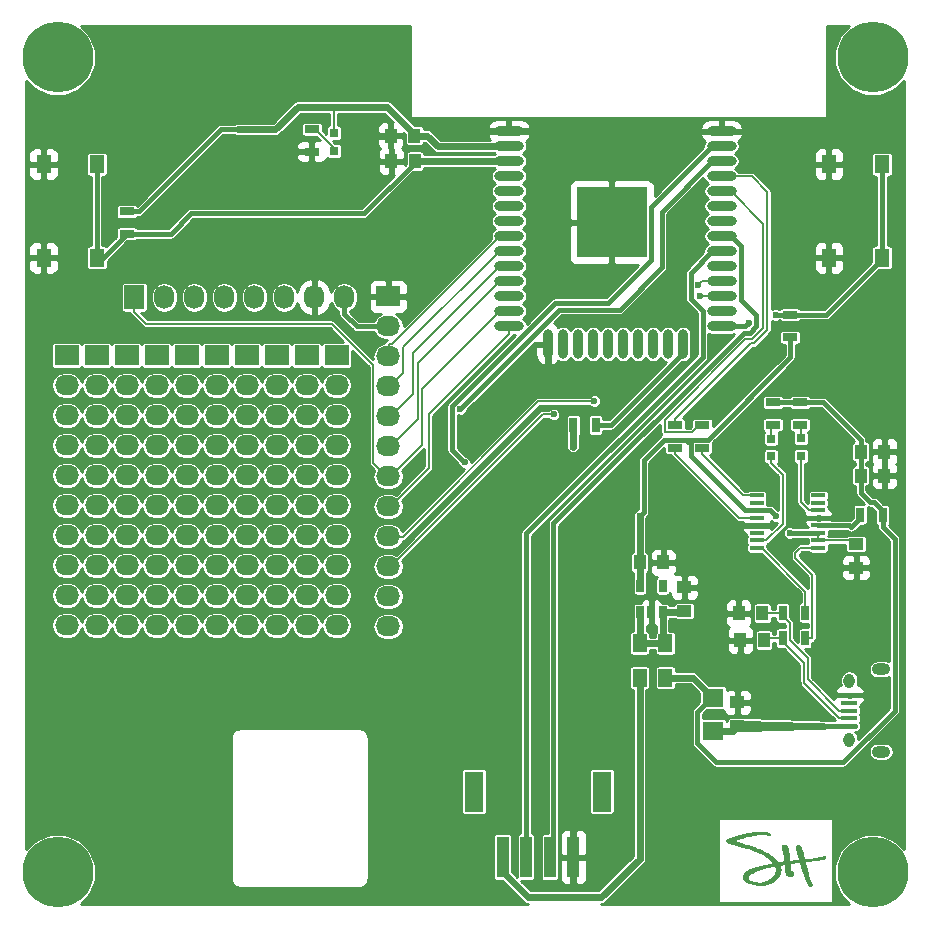
<source format=gbr>
G04 #@! TF.FileFunction,Copper,L1,Top,Signal*
%FSLAX46Y46*%
G04 Gerber Fmt 4.6, Leading zero omitted, Abs format (unit mm)*
G04 Created by KiCad (PCBNEW 4.0.7) date 02/28/18 12:52:47*
%MOMM*%
%LPD*%
G01*
G04 APERTURE LIST*
%ADD10C,0.100000*%
%ADD11C,0.010000*%
%ADD12C,6.000000*%
%ADD13R,2.032000X1.727200*%
%ADD14O,2.032000X1.727200*%
%ADD15R,1.000000X1.250000*%
%ADD16R,0.797560X0.797560*%
%ADD17R,1.803400X1.600200*%
%ADD18R,1.000000X3.500000*%
%ADD19R,1.600000X3.400000*%
%ADD20R,1.350000X0.400000*%
%ADD21O,0.950000X1.250000*%
%ADD22O,1.550000X1.000000*%
%ADD23R,1.300000X1.550000*%
%ADD24R,0.650000X1.060000*%
%ADD25R,1.200000X0.400000*%
%ADD26O,2.500000X0.900000*%
%ADD27O,0.900000X2.500000*%
%ADD28R,6.000000X6.000000*%
%ADD29R,1.250000X1.000000*%
%ADD30R,0.700000X1.300000*%
%ADD31R,1.300000X0.700000*%
%ADD32R,1.200000X1.500000*%
%ADD33R,1.727200X2.032000*%
%ADD34O,1.727200X2.032000*%
%ADD35C,0.600000*%
%ADD36C,0.200000*%
%ADD37C,0.400000*%
%ADD38C,0.600000*%
%ADD39C,0.254000*%
G04 APERTURE END LIST*
D10*
D11*
G36*
X159833354Y-165538845D02*
X159851121Y-165539593D01*
X159953960Y-165544978D01*
X160060459Y-165602222D01*
X160125229Y-165638127D01*
X160177239Y-165669586D01*
X160218478Y-165698020D01*
X160250938Y-165724849D01*
X160276611Y-165751492D01*
X160285859Y-165762984D01*
X160305414Y-165790729D01*
X160319395Y-165814702D01*
X160326732Y-165832497D01*
X160326355Y-165841707D01*
X160320864Y-165841732D01*
X160303572Y-165836594D01*
X160274133Y-165829384D01*
X160236026Y-165820828D01*
X160192732Y-165811654D01*
X160147730Y-165802586D01*
X160104499Y-165794353D01*
X160066520Y-165787681D01*
X160048211Y-165784804D01*
X159869531Y-165765070D01*
X159680275Y-165756819D01*
X159480783Y-165760006D01*
X159271397Y-165774590D01*
X159052457Y-165800526D01*
X158824303Y-165837772D01*
X158587277Y-165886283D01*
X158341719Y-165946018D01*
X158087969Y-166016932D01*
X157993606Y-166045522D01*
X157928404Y-166066058D01*
X157859149Y-166088558D01*
X157787341Y-166112477D01*
X157714485Y-166137268D01*
X157642082Y-166162387D01*
X157571636Y-166187288D01*
X157504648Y-166211425D01*
X157442622Y-166234253D01*
X157387059Y-166255227D01*
X157339463Y-166273802D01*
X157301336Y-166289431D01*
X157274180Y-166301570D01*
X157259498Y-166309672D01*
X157257521Y-166312726D01*
X157267007Y-166316965D01*
X157290491Y-166325614D01*
X157326832Y-166338296D01*
X157374891Y-166354638D01*
X157433528Y-166374263D01*
X157501604Y-166396797D01*
X157577979Y-166421863D01*
X157661514Y-166449088D01*
X157751068Y-166478096D01*
X157845502Y-166508511D01*
X157943677Y-166539958D01*
X158044453Y-166572063D01*
X158065314Y-166578687D01*
X158252031Y-166638304D01*
X158424568Y-166694203D01*
X158584067Y-166746812D01*
X158731672Y-166796561D01*
X158868525Y-166843880D01*
X158995769Y-166889199D01*
X159114547Y-166932946D01*
X159226003Y-166975552D01*
X159331279Y-167017446D01*
X159431517Y-167059059D01*
X159527862Y-167100818D01*
X159621455Y-167143155D01*
X159713440Y-167186499D01*
X159804960Y-167231278D01*
X159815750Y-167236661D01*
X160025516Y-167347475D01*
X160220157Y-167462671D01*
X160399833Y-167582354D01*
X160564706Y-167706628D01*
X160649187Y-167777019D01*
X160696801Y-167819580D01*
X160749143Y-167868761D01*
X160803055Y-167921401D01*
X160855374Y-167974342D01*
X160902943Y-168024423D01*
X160942599Y-168068485D01*
X160953577Y-168081365D01*
X161002406Y-168139699D01*
X161065906Y-168135586D01*
X161098368Y-168131863D01*
X161140745Y-168124699D01*
X161187712Y-168115098D01*
X161233945Y-168104068D01*
X161237109Y-168103244D01*
X161282555Y-168092226D01*
X161330320Y-168082176D01*
X161377553Y-168073529D01*
X161421401Y-168066717D01*
X161459012Y-168062173D01*
X161487535Y-168060332D01*
X161504116Y-168061625D01*
X161505933Y-168062407D01*
X161512677Y-168064011D01*
X161517064Y-168057851D01*
X161519212Y-168042235D01*
X161519239Y-168015469D01*
X161517264Y-167975859D01*
X161514626Y-167937874D01*
X161509010Y-167868729D01*
X161502531Y-167802745D01*
X161494828Y-167737812D01*
X161485543Y-167671822D01*
X161474317Y-167602665D01*
X161460791Y-167528233D01*
X161444606Y-167446417D01*
X161425402Y-167355107D01*
X161402822Y-167252194D01*
X161382608Y-167162401D01*
X161364926Y-167083462D01*
X161348381Y-167007568D01*
X161333316Y-166936438D01*
X161320075Y-166871791D01*
X161309001Y-166815344D01*
X161300437Y-166768816D01*
X161294727Y-166733924D01*
X161292214Y-166712388D01*
X161292125Y-166709575D01*
X161299626Y-166697259D01*
X161320406Y-166685213D01*
X161351876Y-166674227D01*
X161391448Y-166665093D01*
X161436533Y-166658600D01*
X161466750Y-166656215D01*
X161525432Y-166656128D01*
X161573691Y-166663847D01*
X161615685Y-166680899D01*
X161655570Y-166708810D01*
X161685292Y-166736461D01*
X161716455Y-166771234D01*
X161744540Y-166810093D01*
X161769827Y-166854135D01*
X161792598Y-166904455D01*
X161813135Y-166962146D01*
X161831719Y-167028305D01*
X161848630Y-167104026D01*
X161864152Y-167190404D01*
X161878564Y-167288534D01*
X161892149Y-167399511D01*
X161905188Y-167524430D01*
X161914973Y-167630125D01*
X161920638Y-167693214D01*
X161926385Y-167755431D01*
X161931922Y-167813768D01*
X161936962Y-167865220D01*
X161941214Y-167906778D01*
X161944312Y-167934792D01*
X161953650Y-168013241D01*
X162085247Y-168008665D01*
X162216597Y-167999752D01*
X162343843Y-167983039D01*
X162423622Y-167971431D01*
X162501567Y-167963738D01*
X162585264Y-167959267D01*
X162613718Y-167958423D01*
X162756593Y-167954859D01*
X162755679Y-167885757D01*
X162754897Y-167860528D01*
X162752940Y-167835681D01*
X162749363Y-167809348D01*
X162743720Y-167779659D01*
X162735563Y-167744747D01*
X162724447Y-167702743D01*
X162709926Y-167651779D01*
X162691552Y-167589986D01*
X162668880Y-167515495D01*
X162661427Y-167491218D01*
X162637093Y-167411846D01*
X162616957Y-167345576D01*
X162600449Y-167290366D01*
X162586997Y-167244176D01*
X162576031Y-167204965D01*
X162566981Y-167170693D01*
X162559275Y-167139319D01*
X162552345Y-167108803D01*
X162545618Y-167077103D01*
X162545542Y-167076735D01*
X162536465Y-167023287D01*
X162530367Y-166967340D01*
X162527359Y-166912568D01*
X162527551Y-166862646D01*
X162531055Y-166821251D01*
X162537066Y-166794501D01*
X162559882Y-166750650D01*
X162592047Y-166718123D01*
X162631204Y-166697519D01*
X162675000Y-166689436D01*
X162721077Y-166694472D01*
X162767082Y-166713225D01*
X162791775Y-166729815D01*
X162830993Y-166766106D01*
X162868615Y-166812903D01*
X162904860Y-166870787D01*
X162939949Y-166940343D01*
X162974102Y-167022153D01*
X163007537Y-167116801D01*
X163040474Y-167224870D01*
X163073134Y-167346941D01*
X163105735Y-167483600D01*
X163138498Y-167635429D01*
X163145078Y-167667611D01*
X163155662Y-167719612D01*
X163165457Y-167767348D01*
X163173936Y-167808288D01*
X163180574Y-167839899D01*
X163184845Y-167859649D01*
X163185873Y-167864064D01*
X163189042Y-167873726D01*
X163194844Y-167879645D01*
X163206630Y-167882732D01*
X163227756Y-167883898D01*
X163259501Y-167884055D01*
X163343935Y-167882486D01*
X163432397Y-167877817D01*
X163526293Y-167869854D01*
X163627027Y-167858404D01*
X163736003Y-167843272D01*
X163854627Y-167824264D01*
X163984302Y-167801186D01*
X164126434Y-167773845D01*
X164272656Y-167744081D01*
X164413484Y-167715259D01*
X164539141Y-167690565D01*
X164649598Y-167670006D01*
X164744826Y-167653586D01*
X164824795Y-167641311D01*
X164889476Y-167633186D01*
X164896968Y-167632414D01*
X164965656Y-167625551D01*
X164970026Y-167652480D01*
X164972149Y-167678811D01*
X164969194Y-167706390D01*
X164960325Y-167739165D01*
X164944707Y-167781083D01*
X164940820Y-167790621D01*
X164926882Y-167822391D01*
X164915692Y-167841988D01*
X164905208Y-167852375D01*
X164895750Y-167856091D01*
X164874649Y-167859831D01*
X164839174Y-167865252D01*
X164790717Y-167872179D01*
X164730669Y-167880439D01*
X164660423Y-167889855D01*
X164581370Y-167900253D01*
X164494903Y-167911460D01*
X164402412Y-167923299D01*
X164305290Y-167935596D01*
X164204929Y-167948177D01*
X164102721Y-167960866D01*
X164000058Y-167973490D01*
X163898331Y-167985872D01*
X163798933Y-167997839D01*
X163703255Y-168009216D01*
X163612689Y-168019828D01*
X163528627Y-168029501D01*
X163452461Y-168038059D01*
X163403500Y-168043410D01*
X163355858Y-168048625D01*
X163313966Y-168053367D01*
X163280249Y-168057350D01*
X163257133Y-168060285D01*
X163247044Y-168061886D01*
X163246810Y-168061986D01*
X163248600Y-168069737D01*
X163254697Y-168090285D01*
X163264390Y-168121365D01*
X163276972Y-168160712D01*
X163291732Y-168206061D01*
X163295684Y-168218085D01*
X163316489Y-168282898D01*
X163336434Y-168348673D01*
X163356057Y-168417471D01*
X163375891Y-168491348D01*
X163396474Y-168572366D01*
X163418341Y-168662582D01*
X163442027Y-168764055D01*
X163468068Y-168878845D01*
X163471058Y-168892187D01*
X163496139Y-169003479D01*
X163518523Y-169101066D01*
X163538666Y-169186804D01*
X163557028Y-169262545D01*
X163574066Y-169330143D01*
X163590238Y-169391454D01*
X163606001Y-169448330D01*
X163621815Y-169502625D01*
X163621966Y-169503133D01*
X163638465Y-169556718D01*
X163653825Y-169601774D01*
X163669834Y-169642377D01*
X163688280Y-169682603D01*
X163710951Y-169726528D01*
X163739634Y-169778226D01*
X163752638Y-169801031D01*
X163789373Y-169869597D01*
X163815458Y-169929359D01*
X163831522Y-169982689D01*
X163838193Y-170031955D01*
X163836099Y-170079529D01*
X163832316Y-170101736D01*
X163822425Y-170137902D01*
X163808916Y-170160818D01*
X163788837Y-170173097D01*
X163759239Y-170177349D01*
X163746796Y-170177435D01*
X163714193Y-170174887D01*
X163682004Y-170169093D01*
X163668011Y-170165064D01*
X163642568Y-170152688D01*
X163614457Y-170134156D01*
X163600542Y-170122924D01*
X163587837Y-170111399D01*
X163576287Y-170099896D01*
X163565318Y-170087234D01*
X163554356Y-170072228D01*
X163542827Y-170053696D01*
X163530159Y-170030454D01*
X163515777Y-170001320D01*
X163499108Y-169965111D01*
X163479578Y-169920643D01*
X163456613Y-169866733D01*
X163429641Y-169802199D01*
X163398086Y-169725857D01*
X163361376Y-169636524D01*
X163343128Y-169592030D01*
X163313146Y-169517804D01*
X163282328Y-169439234D01*
X163250101Y-169354770D01*
X163215894Y-169262858D01*
X163179137Y-169161948D01*
X163139257Y-169050486D01*
X163095683Y-168926922D01*
X163050354Y-168796937D01*
X163009282Y-168678913D01*
X162970742Y-168568746D01*
X162935133Y-168467563D01*
X162902857Y-168376492D01*
X162874314Y-168296662D01*
X162849904Y-168229199D01*
X162830027Y-168175232D01*
X162823920Y-168158959D01*
X162806303Y-168112324D01*
X162765573Y-168117434D01*
X162747520Y-168119590D01*
X162716021Y-168123233D01*
X162673407Y-168128099D01*
X162622010Y-168133923D01*
X162564162Y-168140440D01*
X162502194Y-168147386D01*
X162478781Y-168150001D01*
X162410367Y-168157751D01*
X162340282Y-168165901D01*
X162271941Y-168174036D01*
X162208761Y-168181747D01*
X162154154Y-168188620D01*
X162111538Y-168194244D01*
X162107703Y-168194772D01*
X161982687Y-168212086D01*
X161982687Y-168257911D01*
X161984095Y-168280964D01*
X161987994Y-168315980D01*
X161993898Y-168359330D01*
X162001323Y-168407384D01*
X162007745Y-168445165D01*
X162019326Y-168515251D01*
X162027240Y-168575566D01*
X162032069Y-168631633D01*
X162034400Y-168688974D01*
X162034584Y-168698936D01*
X162035613Y-168740079D01*
X162037212Y-168775816D01*
X162039189Y-168803003D01*
X162041350Y-168818498D01*
X162042073Y-168820514D01*
X162050525Y-168828085D01*
X162069688Y-168842368D01*
X162096928Y-168861477D01*
X162129609Y-168883532D01*
X162138218Y-168889217D01*
X162196402Y-168930702D01*
X162240337Y-168970071D01*
X162271123Y-169009250D01*
X162289864Y-169050166D01*
X162297659Y-169094746D01*
X162295612Y-169144917D01*
X162293365Y-169160598D01*
X162278597Y-169203248D01*
X162249663Y-169241059D01*
X162207945Y-169272417D01*
X162189647Y-169282012D01*
X162150776Y-169294618D01*
X162100919Y-169301975D01*
X162044136Y-169303889D01*
X161984489Y-169300165D01*
X161941784Y-169293835D01*
X161911088Y-169287286D01*
X161873547Y-169278119D01*
X161832282Y-169267234D01*
X161790416Y-169255531D01*
X161751071Y-169243910D01*
X161717369Y-169233270D01*
X161692433Y-169224512D01*
X161679384Y-169218535D01*
X161678726Y-169218012D01*
X161673968Y-169207138D01*
X161667254Y-169182704D01*
X161658999Y-169146846D01*
X161649618Y-169101701D01*
X161639527Y-169049405D01*
X161629140Y-168992096D01*
X161618872Y-168931910D01*
X161609137Y-168870983D01*
X161601886Y-168822261D01*
X161596207Y-168780444D01*
X161589844Y-168729885D01*
X161583066Y-168673106D01*
X161576142Y-168612626D01*
X161569341Y-168550967D01*
X161562933Y-168490647D01*
X161557186Y-168434188D01*
X161552370Y-168384110D01*
X161548755Y-168342933D01*
X161546609Y-168313178D01*
X161546125Y-168300241D01*
X161541903Y-168295897D01*
X161527685Y-168295895D01*
X161501145Y-168300313D01*
X161492546Y-168302069D01*
X161471346Y-168306899D01*
X161439992Y-168314556D01*
X161401117Y-168324348D01*
X161357351Y-168335583D01*
X161311326Y-168347566D01*
X161265673Y-168359607D01*
X161223024Y-168371011D01*
X161186011Y-168381087D01*
X161157264Y-168389141D01*
X161139415Y-168394481D01*
X161134805Y-168396241D01*
X161136534Y-168403964D01*
X161143834Y-168420866D01*
X161148564Y-168430468D01*
X161173754Y-168492166D01*
X161193019Y-168564907D01*
X161205914Y-168644834D01*
X161211994Y-168728090D01*
X161210814Y-168810819D01*
X161201928Y-168889163D01*
X161201694Y-168890513D01*
X161172062Y-169015721D01*
X161127672Y-169139386D01*
X161069642Y-169259847D01*
X160999088Y-169375441D01*
X160917128Y-169484509D01*
X160824878Y-169585389D01*
X160723456Y-169676418D01*
X160624457Y-169749079D01*
X160510235Y-169818609D01*
X160392317Y-169878055D01*
X160268568Y-169928175D01*
X160136851Y-169969724D01*
X159995029Y-170003458D01*
X159840967Y-170030134D01*
X159823687Y-170032600D01*
X159769719Y-170038390D01*
X159703292Y-170042716D01*
X159627752Y-170045577D01*
X159546448Y-170046976D01*
X159462728Y-170046914D01*
X159379938Y-170045391D01*
X159301426Y-170042410D01*
X159230540Y-170037971D01*
X159172812Y-170032345D01*
X159071357Y-170018391D01*
X158966685Y-170001055D01*
X158862315Y-169981076D01*
X158761768Y-169959192D01*
X158668561Y-169936141D01*
X158586214Y-169912663D01*
X158555605Y-169902816D01*
X158462690Y-169867936D01*
X158373163Y-169827126D01*
X158289013Y-169781673D01*
X158212229Y-169732863D01*
X158144799Y-169681983D01*
X158088710Y-169630317D01*
X158045952Y-169579154D01*
X158038779Y-169568478D01*
X158011381Y-169513226D01*
X157996718Y-169454507D01*
X157996147Y-169420367D01*
X158427023Y-169420367D01*
X158428907Y-169471578D01*
X158442091Y-169514307D01*
X158471616Y-169559025D01*
X158515887Y-169602851D01*
X158573780Y-169645246D01*
X158644170Y-169685671D01*
X158725933Y-169723591D01*
X158817942Y-169758466D01*
X158919075Y-169789758D01*
X159028206Y-169816930D01*
X159108985Y-169833253D01*
X159212331Y-169850286D01*
X159304698Y-169861144D01*
X159389636Y-169866051D01*
X159470694Y-169865229D01*
X159539080Y-169860203D01*
X159671873Y-169840404D01*
X159803138Y-169808477D01*
X159931584Y-169765319D01*
X160055924Y-169711827D01*
X160174867Y-169648897D01*
X160287125Y-169577427D01*
X160391408Y-169498312D01*
X160486426Y-169412450D01*
X160570890Y-169320737D01*
X160643512Y-169224071D01*
X160703000Y-169123347D01*
X160748068Y-169019463D01*
X160748122Y-169019311D01*
X160772997Y-168937828D01*
X160787524Y-168859941D01*
X160792980Y-168778434D01*
X160793095Y-168765187D01*
X160787194Y-168666029D01*
X160768467Y-168572583D01*
X160739043Y-168487375D01*
X160723422Y-168450078D01*
X160711960Y-168425470D01*
X160702904Y-168411504D01*
X160694502Y-168406134D01*
X160685003Y-168407314D01*
X160674533Y-168412053D01*
X160659915Y-168417288D01*
X160631271Y-168425607D01*
X160590068Y-168436647D01*
X160537777Y-168450043D01*
X160475867Y-168465432D01*
X160405807Y-168482450D01*
X160329066Y-168500735D01*
X160247113Y-168519922D01*
X160161418Y-168539648D01*
X160129281Y-168546960D01*
X159978365Y-168582287D01*
X159840380Y-168617074D01*
X159712449Y-168652254D01*
X159591696Y-168688758D01*
X159475245Y-168727520D01*
X159360220Y-168769472D01*
X159243746Y-168815548D01*
X159122944Y-168866679D01*
X159065745Y-168891881D01*
X158938966Y-168950758D01*
X158827423Y-169007737D01*
X158730636Y-169063151D01*
X158648123Y-169117333D01*
X158579404Y-169170617D01*
X158523999Y-169223336D01*
X158481425Y-169275823D01*
X158459089Y-169312440D01*
X158437180Y-169366179D01*
X158427023Y-169420367D01*
X157996147Y-169420367D01*
X157995747Y-169396507D01*
X157997133Y-169386266D01*
X158014474Y-169317523D01*
X158044664Y-169243535D01*
X158086543Y-169166521D01*
X158138950Y-169088701D01*
X158180026Y-169036435D01*
X158238450Y-168975520D01*
X158311578Y-168914735D01*
X158398245Y-168854700D01*
X158497287Y-168796033D01*
X158607540Y-168739350D01*
X158727841Y-168685271D01*
X158857024Y-168634413D01*
X158993927Y-168587395D01*
X159069625Y-168564123D01*
X159128302Y-168547021D01*
X159184930Y-168531039D01*
X159241194Y-168515782D01*
X159298777Y-168500855D01*
X159359364Y-168485865D01*
X159424639Y-168470416D01*
X159496286Y-168454113D01*
X159575989Y-168436561D01*
X159665432Y-168417367D01*
X159766300Y-168396135D01*
X159880277Y-168372470D01*
X159939014Y-168360362D01*
X160046014Y-168338226D01*
X160146228Y-168317258D01*
X160238661Y-168297678D01*
X160322319Y-168279703D01*
X160396209Y-168263553D01*
X160459335Y-168249448D01*
X160510703Y-168237606D01*
X160549320Y-168228247D01*
X160574190Y-168221590D01*
X160583696Y-168218265D01*
X160583321Y-168210203D01*
X160572409Y-168192475D01*
X160552007Y-168166271D01*
X160523162Y-168132782D01*
X160486919Y-168093198D01*
X160444325Y-168048709D01*
X160396425Y-168000505D01*
X160366623Y-167971312D01*
X160221374Y-167839873D01*
X160061667Y-167713119D01*
X159888353Y-167591534D01*
X159702283Y-167475604D01*
X159504307Y-167365813D01*
X159295278Y-167262646D01*
X159076046Y-167166587D01*
X158847463Y-167078122D01*
X158720848Y-167033818D01*
X158652444Y-167011027D01*
X158587716Y-166990132D01*
X158524374Y-166970488D01*
X158460123Y-166951453D01*
X158392674Y-166932385D01*
X158319732Y-166912640D01*
X158239006Y-166891577D01*
X158148203Y-166868551D01*
X158045031Y-166842921D01*
X158004285Y-166832900D01*
X157905323Y-166808523D01*
X157819619Y-166787174D01*
X157744979Y-166768248D01*
X157679209Y-166751138D01*
X157620113Y-166735238D01*
X157565498Y-166719942D01*
X157513168Y-166704645D01*
X157460928Y-166688739D01*
X157406585Y-166671618D01*
X157347943Y-166652678D01*
X157327343Y-166645947D01*
X157267709Y-166626724D01*
X157202898Y-166606348D01*
X157138006Y-166586386D01*
X157078126Y-166568406D01*
X157029687Y-166554352D01*
X156935382Y-166526072D01*
X156855870Y-166498502D01*
X156790127Y-166471023D01*
X156737126Y-166443017D01*
X156695842Y-166413866D01*
X156665250Y-166382953D01*
X156644323Y-166349660D01*
X156632398Y-166314986D01*
X156628703Y-166281093D01*
X156634874Y-166250789D01*
X156652059Y-166222689D01*
X156681403Y-166195411D01*
X156724052Y-166167571D01*
X156777811Y-166139402D01*
X156815219Y-166121972D01*
X156855825Y-166104614D01*
X156900732Y-166086985D01*
X156951046Y-166068745D01*
X157007870Y-166049552D01*
X157072309Y-166029066D01*
X157145465Y-166006945D01*
X157228445Y-165982848D01*
X157322351Y-165956434D01*
X157428288Y-165927361D01*
X157547359Y-165895289D01*
X157680670Y-165859876D01*
X157692468Y-165856760D01*
X157864444Y-165811918D01*
X158023029Y-165771794D01*
X158169883Y-165736061D01*
X158306667Y-165704394D01*
X158435043Y-165676465D01*
X158556670Y-165651948D01*
X158673209Y-165630517D01*
X158786322Y-165611846D01*
X158897670Y-165595607D01*
X159008912Y-165581474D01*
X159121710Y-165569120D01*
X159188687Y-165562625D01*
X159252567Y-165557372D01*
X159325192Y-165552534D01*
X159403644Y-165548214D01*
X159485006Y-165544514D01*
X159566361Y-165541533D01*
X159644791Y-165539375D01*
X159717378Y-165538140D01*
X159781205Y-165537929D01*
X159833354Y-165538845D01*
X159833354Y-165538845D01*
G37*
X159833354Y-165538845D02*
X159851121Y-165539593D01*
X159953960Y-165544978D01*
X160060459Y-165602222D01*
X160125229Y-165638127D01*
X160177239Y-165669586D01*
X160218478Y-165698020D01*
X160250938Y-165724849D01*
X160276611Y-165751492D01*
X160285859Y-165762984D01*
X160305414Y-165790729D01*
X160319395Y-165814702D01*
X160326732Y-165832497D01*
X160326355Y-165841707D01*
X160320864Y-165841732D01*
X160303572Y-165836594D01*
X160274133Y-165829384D01*
X160236026Y-165820828D01*
X160192732Y-165811654D01*
X160147730Y-165802586D01*
X160104499Y-165794353D01*
X160066520Y-165787681D01*
X160048211Y-165784804D01*
X159869531Y-165765070D01*
X159680275Y-165756819D01*
X159480783Y-165760006D01*
X159271397Y-165774590D01*
X159052457Y-165800526D01*
X158824303Y-165837772D01*
X158587277Y-165886283D01*
X158341719Y-165946018D01*
X158087969Y-166016932D01*
X157993606Y-166045522D01*
X157928404Y-166066058D01*
X157859149Y-166088558D01*
X157787341Y-166112477D01*
X157714485Y-166137268D01*
X157642082Y-166162387D01*
X157571636Y-166187288D01*
X157504648Y-166211425D01*
X157442622Y-166234253D01*
X157387059Y-166255227D01*
X157339463Y-166273802D01*
X157301336Y-166289431D01*
X157274180Y-166301570D01*
X157259498Y-166309672D01*
X157257521Y-166312726D01*
X157267007Y-166316965D01*
X157290491Y-166325614D01*
X157326832Y-166338296D01*
X157374891Y-166354638D01*
X157433528Y-166374263D01*
X157501604Y-166396797D01*
X157577979Y-166421863D01*
X157661514Y-166449088D01*
X157751068Y-166478096D01*
X157845502Y-166508511D01*
X157943677Y-166539958D01*
X158044453Y-166572063D01*
X158065314Y-166578687D01*
X158252031Y-166638304D01*
X158424568Y-166694203D01*
X158584067Y-166746812D01*
X158731672Y-166796561D01*
X158868525Y-166843880D01*
X158995769Y-166889199D01*
X159114547Y-166932946D01*
X159226003Y-166975552D01*
X159331279Y-167017446D01*
X159431517Y-167059059D01*
X159527862Y-167100818D01*
X159621455Y-167143155D01*
X159713440Y-167186499D01*
X159804960Y-167231278D01*
X159815750Y-167236661D01*
X160025516Y-167347475D01*
X160220157Y-167462671D01*
X160399833Y-167582354D01*
X160564706Y-167706628D01*
X160649187Y-167777019D01*
X160696801Y-167819580D01*
X160749143Y-167868761D01*
X160803055Y-167921401D01*
X160855374Y-167974342D01*
X160902943Y-168024423D01*
X160942599Y-168068485D01*
X160953577Y-168081365D01*
X161002406Y-168139699D01*
X161065906Y-168135586D01*
X161098368Y-168131863D01*
X161140745Y-168124699D01*
X161187712Y-168115098D01*
X161233945Y-168104068D01*
X161237109Y-168103244D01*
X161282555Y-168092226D01*
X161330320Y-168082176D01*
X161377553Y-168073529D01*
X161421401Y-168066717D01*
X161459012Y-168062173D01*
X161487535Y-168060332D01*
X161504116Y-168061625D01*
X161505933Y-168062407D01*
X161512677Y-168064011D01*
X161517064Y-168057851D01*
X161519212Y-168042235D01*
X161519239Y-168015469D01*
X161517264Y-167975859D01*
X161514626Y-167937874D01*
X161509010Y-167868729D01*
X161502531Y-167802745D01*
X161494828Y-167737812D01*
X161485543Y-167671822D01*
X161474317Y-167602665D01*
X161460791Y-167528233D01*
X161444606Y-167446417D01*
X161425402Y-167355107D01*
X161402822Y-167252194D01*
X161382608Y-167162401D01*
X161364926Y-167083462D01*
X161348381Y-167007568D01*
X161333316Y-166936438D01*
X161320075Y-166871791D01*
X161309001Y-166815344D01*
X161300437Y-166768816D01*
X161294727Y-166733924D01*
X161292214Y-166712388D01*
X161292125Y-166709575D01*
X161299626Y-166697259D01*
X161320406Y-166685213D01*
X161351876Y-166674227D01*
X161391448Y-166665093D01*
X161436533Y-166658600D01*
X161466750Y-166656215D01*
X161525432Y-166656128D01*
X161573691Y-166663847D01*
X161615685Y-166680899D01*
X161655570Y-166708810D01*
X161685292Y-166736461D01*
X161716455Y-166771234D01*
X161744540Y-166810093D01*
X161769827Y-166854135D01*
X161792598Y-166904455D01*
X161813135Y-166962146D01*
X161831719Y-167028305D01*
X161848630Y-167104026D01*
X161864152Y-167190404D01*
X161878564Y-167288534D01*
X161892149Y-167399511D01*
X161905188Y-167524430D01*
X161914973Y-167630125D01*
X161920638Y-167693214D01*
X161926385Y-167755431D01*
X161931922Y-167813768D01*
X161936962Y-167865220D01*
X161941214Y-167906778D01*
X161944312Y-167934792D01*
X161953650Y-168013241D01*
X162085247Y-168008665D01*
X162216597Y-167999752D01*
X162343843Y-167983039D01*
X162423622Y-167971431D01*
X162501567Y-167963738D01*
X162585264Y-167959267D01*
X162613718Y-167958423D01*
X162756593Y-167954859D01*
X162755679Y-167885757D01*
X162754897Y-167860528D01*
X162752940Y-167835681D01*
X162749363Y-167809348D01*
X162743720Y-167779659D01*
X162735563Y-167744747D01*
X162724447Y-167702743D01*
X162709926Y-167651779D01*
X162691552Y-167589986D01*
X162668880Y-167515495D01*
X162661427Y-167491218D01*
X162637093Y-167411846D01*
X162616957Y-167345576D01*
X162600449Y-167290366D01*
X162586997Y-167244176D01*
X162576031Y-167204965D01*
X162566981Y-167170693D01*
X162559275Y-167139319D01*
X162552345Y-167108803D01*
X162545618Y-167077103D01*
X162545542Y-167076735D01*
X162536465Y-167023287D01*
X162530367Y-166967340D01*
X162527359Y-166912568D01*
X162527551Y-166862646D01*
X162531055Y-166821251D01*
X162537066Y-166794501D01*
X162559882Y-166750650D01*
X162592047Y-166718123D01*
X162631204Y-166697519D01*
X162675000Y-166689436D01*
X162721077Y-166694472D01*
X162767082Y-166713225D01*
X162791775Y-166729815D01*
X162830993Y-166766106D01*
X162868615Y-166812903D01*
X162904860Y-166870787D01*
X162939949Y-166940343D01*
X162974102Y-167022153D01*
X163007537Y-167116801D01*
X163040474Y-167224870D01*
X163073134Y-167346941D01*
X163105735Y-167483600D01*
X163138498Y-167635429D01*
X163145078Y-167667611D01*
X163155662Y-167719612D01*
X163165457Y-167767348D01*
X163173936Y-167808288D01*
X163180574Y-167839899D01*
X163184845Y-167859649D01*
X163185873Y-167864064D01*
X163189042Y-167873726D01*
X163194844Y-167879645D01*
X163206630Y-167882732D01*
X163227756Y-167883898D01*
X163259501Y-167884055D01*
X163343935Y-167882486D01*
X163432397Y-167877817D01*
X163526293Y-167869854D01*
X163627027Y-167858404D01*
X163736003Y-167843272D01*
X163854627Y-167824264D01*
X163984302Y-167801186D01*
X164126434Y-167773845D01*
X164272656Y-167744081D01*
X164413484Y-167715259D01*
X164539141Y-167690565D01*
X164649598Y-167670006D01*
X164744826Y-167653586D01*
X164824795Y-167641311D01*
X164889476Y-167633186D01*
X164896968Y-167632414D01*
X164965656Y-167625551D01*
X164970026Y-167652480D01*
X164972149Y-167678811D01*
X164969194Y-167706390D01*
X164960325Y-167739165D01*
X164944707Y-167781083D01*
X164940820Y-167790621D01*
X164926882Y-167822391D01*
X164915692Y-167841988D01*
X164905208Y-167852375D01*
X164895750Y-167856091D01*
X164874649Y-167859831D01*
X164839174Y-167865252D01*
X164790717Y-167872179D01*
X164730669Y-167880439D01*
X164660423Y-167889855D01*
X164581370Y-167900253D01*
X164494903Y-167911460D01*
X164402412Y-167923299D01*
X164305290Y-167935596D01*
X164204929Y-167948177D01*
X164102721Y-167960866D01*
X164000058Y-167973490D01*
X163898331Y-167985872D01*
X163798933Y-167997839D01*
X163703255Y-168009216D01*
X163612689Y-168019828D01*
X163528627Y-168029501D01*
X163452461Y-168038059D01*
X163403500Y-168043410D01*
X163355858Y-168048625D01*
X163313966Y-168053367D01*
X163280249Y-168057350D01*
X163257133Y-168060285D01*
X163247044Y-168061886D01*
X163246810Y-168061986D01*
X163248600Y-168069737D01*
X163254697Y-168090285D01*
X163264390Y-168121365D01*
X163276972Y-168160712D01*
X163291732Y-168206061D01*
X163295684Y-168218085D01*
X163316489Y-168282898D01*
X163336434Y-168348673D01*
X163356057Y-168417471D01*
X163375891Y-168491348D01*
X163396474Y-168572366D01*
X163418341Y-168662582D01*
X163442027Y-168764055D01*
X163468068Y-168878845D01*
X163471058Y-168892187D01*
X163496139Y-169003479D01*
X163518523Y-169101066D01*
X163538666Y-169186804D01*
X163557028Y-169262545D01*
X163574066Y-169330143D01*
X163590238Y-169391454D01*
X163606001Y-169448330D01*
X163621815Y-169502625D01*
X163621966Y-169503133D01*
X163638465Y-169556718D01*
X163653825Y-169601774D01*
X163669834Y-169642377D01*
X163688280Y-169682603D01*
X163710951Y-169726528D01*
X163739634Y-169778226D01*
X163752638Y-169801031D01*
X163789373Y-169869597D01*
X163815458Y-169929359D01*
X163831522Y-169982689D01*
X163838193Y-170031955D01*
X163836099Y-170079529D01*
X163832316Y-170101736D01*
X163822425Y-170137902D01*
X163808916Y-170160818D01*
X163788837Y-170173097D01*
X163759239Y-170177349D01*
X163746796Y-170177435D01*
X163714193Y-170174887D01*
X163682004Y-170169093D01*
X163668011Y-170165064D01*
X163642568Y-170152688D01*
X163614457Y-170134156D01*
X163600542Y-170122924D01*
X163587837Y-170111399D01*
X163576287Y-170099896D01*
X163565318Y-170087234D01*
X163554356Y-170072228D01*
X163542827Y-170053696D01*
X163530159Y-170030454D01*
X163515777Y-170001320D01*
X163499108Y-169965111D01*
X163479578Y-169920643D01*
X163456613Y-169866733D01*
X163429641Y-169802199D01*
X163398086Y-169725857D01*
X163361376Y-169636524D01*
X163343128Y-169592030D01*
X163313146Y-169517804D01*
X163282328Y-169439234D01*
X163250101Y-169354770D01*
X163215894Y-169262858D01*
X163179137Y-169161948D01*
X163139257Y-169050486D01*
X163095683Y-168926922D01*
X163050354Y-168796937D01*
X163009282Y-168678913D01*
X162970742Y-168568746D01*
X162935133Y-168467563D01*
X162902857Y-168376492D01*
X162874314Y-168296662D01*
X162849904Y-168229199D01*
X162830027Y-168175232D01*
X162823920Y-168158959D01*
X162806303Y-168112324D01*
X162765573Y-168117434D01*
X162747520Y-168119590D01*
X162716021Y-168123233D01*
X162673407Y-168128099D01*
X162622010Y-168133923D01*
X162564162Y-168140440D01*
X162502194Y-168147386D01*
X162478781Y-168150001D01*
X162410367Y-168157751D01*
X162340282Y-168165901D01*
X162271941Y-168174036D01*
X162208761Y-168181747D01*
X162154154Y-168188620D01*
X162111538Y-168194244D01*
X162107703Y-168194772D01*
X161982687Y-168212086D01*
X161982687Y-168257911D01*
X161984095Y-168280964D01*
X161987994Y-168315980D01*
X161993898Y-168359330D01*
X162001323Y-168407384D01*
X162007745Y-168445165D01*
X162019326Y-168515251D01*
X162027240Y-168575566D01*
X162032069Y-168631633D01*
X162034400Y-168688974D01*
X162034584Y-168698936D01*
X162035613Y-168740079D01*
X162037212Y-168775816D01*
X162039189Y-168803003D01*
X162041350Y-168818498D01*
X162042073Y-168820514D01*
X162050525Y-168828085D01*
X162069688Y-168842368D01*
X162096928Y-168861477D01*
X162129609Y-168883532D01*
X162138218Y-168889217D01*
X162196402Y-168930702D01*
X162240337Y-168970071D01*
X162271123Y-169009250D01*
X162289864Y-169050166D01*
X162297659Y-169094746D01*
X162295612Y-169144917D01*
X162293365Y-169160598D01*
X162278597Y-169203248D01*
X162249663Y-169241059D01*
X162207945Y-169272417D01*
X162189647Y-169282012D01*
X162150776Y-169294618D01*
X162100919Y-169301975D01*
X162044136Y-169303889D01*
X161984489Y-169300165D01*
X161941784Y-169293835D01*
X161911088Y-169287286D01*
X161873547Y-169278119D01*
X161832282Y-169267234D01*
X161790416Y-169255531D01*
X161751071Y-169243910D01*
X161717369Y-169233270D01*
X161692433Y-169224512D01*
X161679384Y-169218535D01*
X161678726Y-169218012D01*
X161673968Y-169207138D01*
X161667254Y-169182704D01*
X161658999Y-169146846D01*
X161649618Y-169101701D01*
X161639527Y-169049405D01*
X161629140Y-168992096D01*
X161618872Y-168931910D01*
X161609137Y-168870983D01*
X161601886Y-168822261D01*
X161596207Y-168780444D01*
X161589844Y-168729885D01*
X161583066Y-168673106D01*
X161576142Y-168612626D01*
X161569341Y-168550967D01*
X161562933Y-168490647D01*
X161557186Y-168434188D01*
X161552370Y-168384110D01*
X161548755Y-168342933D01*
X161546609Y-168313178D01*
X161546125Y-168300241D01*
X161541903Y-168295897D01*
X161527685Y-168295895D01*
X161501145Y-168300313D01*
X161492546Y-168302069D01*
X161471346Y-168306899D01*
X161439992Y-168314556D01*
X161401117Y-168324348D01*
X161357351Y-168335583D01*
X161311326Y-168347566D01*
X161265673Y-168359607D01*
X161223024Y-168371011D01*
X161186011Y-168381087D01*
X161157264Y-168389141D01*
X161139415Y-168394481D01*
X161134805Y-168396241D01*
X161136534Y-168403964D01*
X161143834Y-168420866D01*
X161148564Y-168430468D01*
X161173754Y-168492166D01*
X161193019Y-168564907D01*
X161205914Y-168644834D01*
X161211994Y-168728090D01*
X161210814Y-168810819D01*
X161201928Y-168889163D01*
X161201694Y-168890513D01*
X161172062Y-169015721D01*
X161127672Y-169139386D01*
X161069642Y-169259847D01*
X160999088Y-169375441D01*
X160917128Y-169484509D01*
X160824878Y-169585389D01*
X160723456Y-169676418D01*
X160624457Y-169749079D01*
X160510235Y-169818609D01*
X160392317Y-169878055D01*
X160268568Y-169928175D01*
X160136851Y-169969724D01*
X159995029Y-170003458D01*
X159840967Y-170030134D01*
X159823687Y-170032600D01*
X159769719Y-170038390D01*
X159703292Y-170042716D01*
X159627752Y-170045577D01*
X159546448Y-170046976D01*
X159462728Y-170046914D01*
X159379938Y-170045391D01*
X159301426Y-170042410D01*
X159230540Y-170037971D01*
X159172812Y-170032345D01*
X159071357Y-170018391D01*
X158966685Y-170001055D01*
X158862315Y-169981076D01*
X158761768Y-169959192D01*
X158668561Y-169936141D01*
X158586214Y-169912663D01*
X158555605Y-169902816D01*
X158462690Y-169867936D01*
X158373163Y-169827126D01*
X158289013Y-169781673D01*
X158212229Y-169732863D01*
X158144799Y-169681983D01*
X158088710Y-169630317D01*
X158045952Y-169579154D01*
X158038779Y-169568478D01*
X158011381Y-169513226D01*
X157996718Y-169454507D01*
X157996147Y-169420367D01*
X158427023Y-169420367D01*
X158428907Y-169471578D01*
X158442091Y-169514307D01*
X158471616Y-169559025D01*
X158515887Y-169602851D01*
X158573780Y-169645246D01*
X158644170Y-169685671D01*
X158725933Y-169723591D01*
X158817942Y-169758466D01*
X158919075Y-169789758D01*
X159028206Y-169816930D01*
X159108985Y-169833253D01*
X159212331Y-169850286D01*
X159304698Y-169861144D01*
X159389636Y-169866051D01*
X159470694Y-169865229D01*
X159539080Y-169860203D01*
X159671873Y-169840404D01*
X159803138Y-169808477D01*
X159931584Y-169765319D01*
X160055924Y-169711827D01*
X160174867Y-169648897D01*
X160287125Y-169577427D01*
X160391408Y-169498312D01*
X160486426Y-169412450D01*
X160570890Y-169320737D01*
X160643512Y-169224071D01*
X160703000Y-169123347D01*
X160748068Y-169019463D01*
X160748122Y-169019311D01*
X160772997Y-168937828D01*
X160787524Y-168859941D01*
X160792980Y-168778434D01*
X160793095Y-168765187D01*
X160787194Y-168666029D01*
X160768467Y-168572583D01*
X160739043Y-168487375D01*
X160723422Y-168450078D01*
X160711960Y-168425470D01*
X160702904Y-168411504D01*
X160694502Y-168406134D01*
X160685003Y-168407314D01*
X160674533Y-168412053D01*
X160659915Y-168417288D01*
X160631271Y-168425607D01*
X160590068Y-168436647D01*
X160537777Y-168450043D01*
X160475867Y-168465432D01*
X160405807Y-168482450D01*
X160329066Y-168500735D01*
X160247113Y-168519922D01*
X160161418Y-168539648D01*
X160129281Y-168546960D01*
X159978365Y-168582287D01*
X159840380Y-168617074D01*
X159712449Y-168652254D01*
X159591696Y-168688758D01*
X159475245Y-168727520D01*
X159360220Y-168769472D01*
X159243746Y-168815548D01*
X159122944Y-168866679D01*
X159065745Y-168891881D01*
X158938966Y-168950758D01*
X158827423Y-169007737D01*
X158730636Y-169063151D01*
X158648123Y-169117333D01*
X158579404Y-169170617D01*
X158523999Y-169223336D01*
X158481425Y-169275823D01*
X158459089Y-169312440D01*
X158437180Y-169366179D01*
X158427023Y-169420367D01*
X157996147Y-169420367D01*
X157995747Y-169396507D01*
X157997133Y-169386266D01*
X158014474Y-169317523D01*
X158044664Y-169243535D01*
X158086543Y-169166521D01*
X158138950Y-169088701D01*
X158180026Y-169036435D01*
X158238450Y-168975520D01*
X158311578Y-168914735D01*
X158398245Y-168854700D01*
X158497287Y-168796033D01*
X158607540Y-168739350D01*
X158727841Y-168685271D01*
X158857024Y-168634413D01*
X158993927Y-168587395D01*
X159069625Y-168564123D01*
X159128302Y-168547021D01*
X159184930Y-168531039D01*
X159241194Y-168515782D01*
X159298777Y-168500855D01*
X159359364Y-168485865D01*
X159424639Y-168470416D01*
X159496286Y-168454113D01*
X159575989Y-168436561D01*
X159665432Y-168417367D01*
X159766300Y-168396135D01*
X159880277Y-168372470D01*
X159939014Y-168360362D01*
X160046014Y-168338226D01*
X160146228Y-168317258D01*
X160238661Y-168297678D01*
X160322319Y-168279703D01*
X160396209Y-168263553D01*
X160459335Y-168249448D01*
X160510703Y-168237606D01*
X160549320Y-168228247D01*
X160574190Y-168221590D01*
X160583696Y-168218265D01*
X160583321Y-168210203D01*
X160572409Y-168192475D01*
X160552007Y-168166271D01*
X160523162Y-168132782D01*
X160486919Y-168093198D01*
X160444325Y-168048709D01*
X160396425Y-168000505D01*
X160366623Y-167971312D01*
X160221374Y-167839873D01*
X160061667Y-167713119D01*
X159888353Y-167591534D01*
X159702283Y-167475604D01*
X159504307Y-167365813D01*
X159295278Y-167262646D01*
X159076046Y-167166587D01*
X158847463Y-167078122D01*
X158720848Y-167033818D01*
X158652444Y-167011027D01*
X158587716Y-166990132D01*
X158524374Y-166970488D01*
X158460123Y-166951453D01*
X158392674Y-166932385D01*
X158319732Y-166912640D01*
X158239006Y-166891577D01*
X158148203Y-166868551D01*
X158045031Y-166842921D01*
X158004285Y-166832900D01*
X157905323Y-166808523D01*
X157819619Y-166787174D01*
X157744979Y-166768248D01*
X157679209Y-166751138D01*
X157620113Y-166735238D01*
X157565498Y-166719942D01*
X157513168Y-166704645D01*
X157460928Y-166688739D01*
X157406585Y-166671618D01*
X157347943Y-166652678D01*
X157327343Y-166645947D01*
X157267709Y-166626724D01*
X157202898Y-166606348D01*
X157138006Y-166586386D01*
X157078126Y-166568406D01*
X157029687Y-166554352D01*
X156935382Y-166526072D01*
X156855870Y-166498502D01*
X156790127Y-166471023D01*
X156737126Y-166443017D01*
X156695842Y-166413866D01*
X156665250Y-166382953D01*
X156644323Y-166349660D01*
X156632398Y-166314986D01*
X156628703Y-166281093D01*
X156634874Y-166250789D01*
X156652059Y-166222689D01*
X156681403Y-166195411D01*
X156724052Y-166167571D01*
X156777811Y-166139402D01*
X156815219Y-166121972D01*
X156855825Y-166104614D01*
X156900732Y-166086985D01*
X156951046Y-166068745D01*
X157007870Y-166049552D01*
X157072309Y-166029066D01*
X157145465Y-166006945D01*
X157228445Y-165982848D01*
X157322351Y-165956434D01*
X157428288Y-165927361D01*
X157547359Y-165895289D01*
X157680670Y-165859876D01*
X157692468Y-165856760D01*
X157864444Y-165811918D01*
X158023029Y-165771794D01*
X158169883Y-165736061D01*
X158306667Y-165704394D01*
X158435043Y-165676465D01*
X158556670Y-165651948D01*
X158673209Y-165630517D01*
X158786322Y-165611846D01*
X158897670Y-165595607D01*
X159008912Y-165581474D01*
X159121710Y-165569120D01*
X159188687Y-165562625D01*
X159252567Y-165557372D01*
X159325192Y-165552534D01*
X159403644Y-165548214D01*
X159485006Y-165544514D01*
X159566361Y-165541533D01*
X159644791Y-165539375D01*
X159717378Y-165538140D01*
X159781205Y-165537929D01*
X159833354Y-165538845D01*
D12*
X100000000Y-100000000D03*
X100000000Y-169000000D03*
X169000000Y-169000000D03*
D13*
X123630000Y-125220000D03*
D14*
X123630000Y-127760000D03*
X123630000Y-130300000D03*
X123630000Y-132840000D03*
X123630000Y-135380000D03*
X123630000Y-137920000D03*
X123630000Y-140460000D03*
X123630000Y-143000000D03*
X123630000Y-145540000D03*
X123630000Y-148080000D03*
D13*
X121090000Y-125220000D03*
D14*
X121090000Y-127760000D03*
X121090000Y-130300000D03*
X121090000Y-132840000D03*
X121090000Y-135380000D03*
X121090000Y-137920000D03*
X121090000Y-140460000D03*
X121090000Y-143000000D03*
X121090000Y-145540000D03*
X121090000Y-148080000D03*
D13*
X118550000Y-125220000D03*
D14*
X118550000Y-127760000D03*
X118550000Y-130300000D03*
X118550000Y-132840000D03*
X118550000Y-135380000D03*
X118550000Y-137920000D03*
X118550000Y-140460000D03*
X118550000Y-143000000D03*
X118550000Y-145540000D03*
X118550000Y-148080000D03*
D13*
X116010000Y-125220000D03*
D14*
X116010000Y-127760000D03*
X116010000Y-130300000D03*
X116010000Y-132840000D03*
X116010000Y-135380000D03*
X116010000Y-137920000D03*
X116010000Y-140460000D03*
X116010000Y-143000000D03*
X116010000Y-145540000D03*
X116010000Y-148080000D03*
D13*
X113470000Y-125220000D03*
D14*
X113470000Y-127760000D03*
X113470000Y-130300000D03*
X113470000Y-132840000D03*
X113470000Y-135380000D03*
X113470000Y-137920000D03*
X113470000Y-140460000D03*
X113470000Y-143000000D03*
X113470000Y-145540000D03*
X113470000Y-148080000D03*
D13*
X110930000Y-125220000D03*
D14*
X110930000Y-127760000D03*
X110930000Y-130300000D03*
X110930000Y-132840000D03*
X110930000Y-135380000D03*
X110930000Y-137920000D03*
X110930000Y-140460000D03*
X110930000Y-143000000D03*
X110930000Y-145540000D03*
X110930000Y-148080000D03*
D13*
X108390000Y-125220000D03*
D14*
X108390000Y-127760000D03*
X108390000Y-130300000D03*
X108390000Y-132840000D03*
X108390000Y-135380000D03*
X108390000Y-137920000D03*
X108390000Y-140460000D03*
X108390000Y-143000000D03*
X108390000Y-145540000D03*
X108390000Y-148080000D03*
D13*
X105850000Y-125220000D03*
D14*
X105850000Y-127760000D03*
X105850000Y-130300000D03*
X105850000Y-132840000D03*
X105850000Y-135380000D03*
X105850000Y-137920000D03*
X105850000Y-140460000D03*
X105850000Y-143000000D03*
X105850000Y-145540000D03*
X105850000Y-148080000D03*
D13*
X103310000Y-125220000D03*
D14*
X103310000Y-127760000D03*
X103310000Y-130300000D03*
X103310000Y-132840000D03*
X103310000Y-135380000D03*
X103310000Y-137920000D03*
X103310000Y-140460000D03*
X103310000Y-143000000D03*
X103310000Y-145540000D03*
X103310000Y-148080000D03*
D15*
X170000000Y-133400000D03*
X168000000Y-133400000D03*
X130210000Y-106630000D03*
X128210000Y-106630000D03*
D16*
X123380000Y-106410000D03*
X123380000Y-107908600D03*
X162910000Y-132240700D03*
X162910000Y-133739300D03*
X160430000Y-132270700D03*
X160430000Y-133769300D03*
D17*
X155460000Y-154203000D03*
X155460000Y-156997000D03*
D18*
X143670000Y-167705000D03*
X141670000Y-167705000D03*
X139670000Y-167705000D03*
X137670000Y-167705000D03*
D19*
X146070000Y-162155000D03*
X135270000Y-162155000D03*
D20*
X167037460Y-156600900D03*
X167037460Y-155950900D03*
X167037460Y-155300900D03*
X167037460Y-154650900D03*
X167037460Y-154000900D03*
D21*
X167037460Y-157800900D03*
X167037460Y-152800900D03*
D22*
X169737460Y-158800900D03*
X169737460Y-151800900D03*
D23*
X165290000Y-116975000D03*
X169790000Y-116975000D03*
X169790000Y-109025000D03*
X165290000Y-109025000D03*
X98810000Y-116975000D03*
X103310000Y-116975000D03*
X103310000Y-109025000D03*
X98810000Y-109025000D03*
D24*
X149320000Y-146960000D03*
X150270000Y-146960000D03*
X151220000Y-146960000D03*
X151220000Y-144760000D03*
X149320000Y-144760000D03*
D25*
X159200000Y-137077500D03*
X159200000Y-137712500D03*
X159200000Y-138347500D03*
X159200000Y-138982500D03*
X159200000Y-139617500D03*
X159200000Y-140252500D03*
X159200000Y-140887500D03*
X159200000Y-141522500D03*
X164400000Y-141522500D03*
X164400000Y-140887500D03*
X164400000Y-140252500D03*
X164400000Y-139617500D03*
X164400000Y-138982500D03*
X164400000Y-138347500D03*
X164400000Y-137712500D03*
X164400000Y-137077500D03*
D26*
X156217434Y-106262662D03*
X156217434Y-107532662D03*
X156217434Y-108802662D03*
X156217434Y-110072662D03*
X156217434Y-111342662D03*
X156217434Y-112612662D03*
X156217434Y-113882662D03*
X156217434Y-115152662D03*
X156217434Y-116422662D03*
X156217434Y-117692662D03*
X156217434Y-118962662D03*
X156217434Y-120232662D03*
X156217434Y-121502662D03*
X156217434Y-122772662D03*
D27*
X152932434Y-124262662D03*
X151662434Y-124262662D03*
X150392434Y-124262662D03*
X149122434Y-124262662D03*
X147852434Y-124262662D03*
X146582434Y-124262662D03*
X145312434Y-124262662D03*
X144042434Y-124262662D03*
X142772434Y-124262662D03*
X141502434Y-124262662D03*
D26*
X138217434Y-122772662D03*
X138217434Y-121502662D03*
X138217434Y-120232662D03*
X138217434Y-118962662D03*
X138217434Y-117692662D03*
X138217434Y-116422662D03*
X138217434Y-115152662D03*
X138217434Y-113882662D03*
X138217434Y-112612662D03*
X138217434Y-111342662D03*
X138217434Y-110072662D03*
X138217434Y-108802662D03*
X138217434Y-107532662D03*
X138217434Y-106262662D03*
D28*
X146917434Y-113962662D03*
D29*
X157560000Y-154600000D03*
X157560000Y-156600000D03*
X153070000Y-146860000D03*
X153070000Y-144860000D03*
D15*
X149270000Y-142760000D03*
X151270000Y-142760000D03*
X157820000Y-149330000D03*
X159820000Y-149330000D03*
X157670000Y-147050000D03*
X159670000Y-147050000D03*
D29*
X167600000Y-143200000D03*
X167600000Y-141200000D03*
D15*
X170000000Y-135400000D03*
X168000000Y-135400000D03*
X130240000Y-108770000D03*
X128240000Y-108770000D03*
D30*
X143680000Y-131120000D03*
X145580000Y-131120000D03*
D31*
X121500000Y-106080000D03*
X121500000Y-107980000D03*
X105840000Y-113040000D03*
X105840000Y-114940000D03*
X162030000Y-123690000D03*
X162030000Y-121790000D03*
X154600000Y-131160000D03*
X154600000Y-133060000D03*
X152300000Y-131150000D03*
X152300000Y-133050000D03*
D30*
X163280000Y-149190000D03*
X161380000Y-149190000D03*
X163300000Y-147010000D03*
X161400000Y-147010000D03*
D31*
X162870000Y-129200000D03*
X162870000Y-131100000D03*
X160580000Y-129200000D03*
X160580000Y-131100000D03*
D32*
X151470000Y-152510000D03*
X151470000Y-149610000D03*
X149270000Y-152510000D03*
X149270000Y-149610000D03*
D30*
X167950000Y-138700000D03*
X169850000Y-138700000D03*
D13*
X127980000Y-120230000D03*
D14*
X127980000Y-122770000D03*
X127980000Y-125310000D03*
X127980000Y-127850000D03*
X127980000Y-130390000D03*
X127980000Y-132930000D03*
X127980000Y-135470000D03*
X127980000Y-138010000D03*
X127980000Y-140550000D03*
X127980000Y-143090000D03*
X127980000Y-145630000D03*
X127980000Y-148170000D03*
D13*
X100770000Y-125220000D03*
D14*
X100770000Y-127760000D03*
X100770000Y-130300000D03*
X100770000Y-132840000D03*
X100770000Y-135380000D03*
X100770000Y-137920000D03*
X100770000Y-140460000D03*
X100770000Y-143000000D03*
X100770000Y-145540000D03*
X100770000Y-148080000D03*
D12*
X169000000Y-100000000D03*
D33*
X106480000Y-120300000D03*
D34*
X109020000Y-120300000D03*
X111560000Y-120300000D03*
X114100000Y-120300000D03*
X116640000Y-120300000D03*
X119180000Y-120300000D03*
X121720000Y-120300000D03*
X124260000Y-120300000D03*
D35*
X121460000Y-109330000D03*
X98750000Y-112900000D03*
X165250000Y-107450000D03*
X154250000Y-106200000D03*
X165290000Y-118660000D03*
X158350000Y-106310000D03*
X169970000Y-131990000D03*
X170060000Y-136840000D03*
X169110000Y-143250000D03*
X165890000Y-138840000D03*
X157650000Y-139680000D03*
X143650000Y-170120000D03*
X143700000Y-165020000D03*
X141510000Y-126280000D03*
X146917434Y-113962662D03*
X140320000Y-106220000D03*
X135790000Y-106250000D03*
X126740000Y-106610000D03*
X150290000Y-148260000D03*
X150260000Y-145790000D03*
X152800000Y-142370000D03*
X153020000Y-143470000D03*
X157760000Y-145780000D03*
X157820000Y-150620000D03*
X159010000Y-154540000D03*
X165580000Y-153570000D03*
X168410000Y-153990000D03*
X161970000Y-140270000D03*
X160830000Y-138850000D03*
X132212662Y-107532662D03*
X143630000Y-132940000D03*
X149310000Y-138810000D03*
X160790000Y-121790000D03*
X158520000Y-122460000D03*
X134110000Y-129780000D03*
X134460011Y-134293271D03*
X145450000Y-129100000D03*
X154350000Y-120200000D03*
X142000000Y-130219999D03*
X154250000Y-119250000D03*
D36*
X121500000Y-107980000D02*
X121500000Y-109290000D01*
X121500000Y-109290000D02*
X121460000Y-109330000D01*
D37*
X98810000Y-116975000D02*
X98810000Y-112960000D01*
X98810000Y-112960000D02*
X98750000Y-112900000D01*
X98810000Y-109025000D02*
X98810000Y-112840000D01*
X98810000Y-112840000D02*
X98750000Y-112900000D01*
X165290000Y-109025000D02*
X165290000Y-107490000D01*
X165290000Y-107490000D02*
X165250000Y-107450000D01*
X156217434Y-106262662D02*
X154312662Y-106262662D01*
X154312662Y-106262662D02*
X154250000Y-106200000D01*
X165290000Y-116975000D02*
X165290000Y-118660000D01*
X156217434Y-106262662D02*
X158302662Y-106262662D01*
X158302662Y-106262662D02*
X158350000Y-106310000D01*
X170000000Y-133400000D02*
X170000000Y-132020000D01*
X170000000Y-132020000D02*
X169970000Y-131990000D01*
X170000000Y-135400000D02*
X170000000Y-136780000D01*
X170000000Y-136780000D02*
X170060000Y-136840000D01*
X167600000Y-143200000D02*
X169060000Y-143200000D01*
X169060000Y-143200000D02*
X169110000Y-143250000D01*
X164400000Y-138982500D02*
X165747500Y-138982500D01*
X165747500Y-138982500D02*
X165890000Y-138840000D01*
X159200000Y-139617500D02*
X157712500Y-139617500D01*
X157712500Y-139617500D02*
X157650000Y-139680000D01*
D38*
X143670000Y-167705000D02*
X143670000Y-170100000D01*
X143670000Y-170100000D02*
X143650000Y-170120000D01*
X143670000Y-167705000D02*
X143670000Y-165050000D01*
X143670000Y-165050000D02*
X143700000Y-165020000D01*
X141502434Y-124262662D02*
X141502434Y-126272434D01*
X141502434Y-126272434D02*
X141510000Y-126280000D01*
X138217434Y-106262662D02*
X140277338Y-106262662D01*
X140277338Y-106262662D02*
X140320000Y-106220000D01*
X138217434Y-106262662D02*
X135802662Y-106262662D01*
X135802662Y-106262662D02*
X135790000Y-106250000D01*
X128210000Y-106630000D02*
X126760000Y-106630000D01*
X126760000Y-106630000D02*
X126740000Y-106610000D01*
D37*
X150270000Y-146960000D02*
X150270000Y-148240000D01*
X150270000Y-148240000D02*
X150290000Y-148260000D01*
X150270000Y-146960000D02*
X150270000Y-145800000D01*
X150270000Y-145800000D02*
X150260000Y-145790000D01*
X151270000Y-142760000D02*
X152410000Y-142760000D01*
X152410000Y-142760000D02*
X152800000Y-142370000D01*
X153070000Y-144860000D02*
X153070000Y-143520000D01*
X153070000Y-143520000D02*
X153020000Y-143470000D01*
X157670000Y-147050000D02*
X157670000Y-145870000D01*
X157670000Y-145870000D02*
X157760000Y-145780000D01*
X157820000Y-149330000D02*
X157820000Y-150620000D01*
X157560000Y-154600000D02*
X158950000Y-154600000D01*
X158950000Y-154600000D02*
X159010000Y-154540000D01*
X167037460Y-154000900D02*
X166010900Y-154000900D01*
X166010900Y-154000900D02*
X165580000Y-153570000D01*
X167037460Y-154000900D02*
X168399100Y-154000900D01*
X168399100Y-154000900D02*
X168410000Y-153990000D01*
D38*
X155460000Y-156997000D02*
X157163000Y-156997000D01*
X157163000Y-156997000D02*
X157560000Y-156600000D01*
X151220000Y-146960000D02*
X152970000Y-146960000D01*
X152970000Y-146960000D02*
X153070000Y-146860000D01*
X151220000Y-146960000D02*
X151220000Y-149360000D01*
X151220000Y-149360000D02*
X151470000Y-149610000D01*
X149320000Y-146960000D02*
X149320000Y-149560000D01*
X149320000Y-149560000D02*
X149270000Y-149610000D01*
X151470000Y-149610000D02*
X149270000Y-149610000D01*
D37*
X124260000Y-120300000D02*
X124260000Y-121716000D01*
X124260000Y-121716000D02*
X125314000Y-122770000D01*
X125314000Y-122770000D02*
X126564000Y-122770000D01*
X126564000Y-122770000D02*
X127980000Y-122770000D01*
X105840000Y-113040000D02*
X106890000Y-113040000D01*
X106890000Y-113040000D02*
X113840000Y-106090000D01*
X113840000Y-106090000D02*
X115270000Y-106090000D01*
X161970000Y-140270000D02*
X164382500Y-140270000D01*
X164382500Y-140270000D02*
X164400000Y-140252500D01*
X159200000Y-138347500D02*
X160327500Y-138347500D01*
X160327500Y-138347500D02*
X160830000Y-138850000D01*
X153230001Y-132349999D02*
X155040003Y-132349999D01*
X155040003Y-132349999D02*
X162030000Y-125360002D01*
X162030000Y-125360002D02*
X162030000Y-124440000D01*
X162030000Y-124440000D02*
X162030000Y-123690000D01*
X149310000Y-138810000D02*
X149609999Y-138510001D01*
X149609999Y-138510001D02*
X149609999Y-134109999D01*
X149609999Y-134109999D02*
X151369999Y-132349999D01*
X151369999Y-132349999D02*
X153230001Y-132349999D01*
X153230001Y-132349999D02*
X153599999Y-132719997D01*
X153599999Y-132719997D02*
X153599999Y-133747499D01*
X158200000Y-138347500D02*
X159200000Y-138347500D01*
X153599999Y-133747499D02*
X158200000Y-138347500D01*
D38*
X143630000Y-132940000D02*
X143630000Y-131170000D01*
X143630000Y-131170000D02*
X143680000Y-131120000D01*
X149270000Y-142760000D02*
X149270000Y-138850000D01*
X149270000Y-138850000D02*
X149310000Y-138810000D01*
X149320000Y-144760000D02*
X149320000Y-142810000D01*
X149320000Y-142810000D02*
X149270000Y-142760000D01*
X115270000Y-106090000D02*
X118450000Y-106090000D01*
X118450000Y-106090000D02*
X120350000Y-104190000D01*
X123310000Y-104190000D02*
X127895000Y-104190000D01*
X120350000Y-104190000D02*
X123310000Y-104190000D01*
D36*
X123310000Y-104190000D02*
X123380000Y-104260000D01*
X123380000Y-104260000D02*
X123380000Y-106410000D01*
D38*
X127895000Y-104190000D02*
X130210000Y-106505000D01*
X130210000Y-106505000D02*
X130210000Y-106630000D01*
X130210000Y-106630000D02*
X131310000Y-106630000D01*
X131310000Y-106630000D02*
X132212662Y-107532662D01*
X132212662Y-107532662D02*
X136367434Y-107532662D01*
X136367434Y-107532662D02*
X138217434Y-107532662D01*
D36*
X164400000Y-140887500D02*
X167287500Y-140887500D01*
X167287500Y-140887500D02*
X167600000Y-141200000D01*
X164400000Y-140252500D02*
X164400000Y-140887500D01*
X161380000Y-149190000D02*
X159960000Y-149190000D01*
X159960000Y-149190000D02*
X159820000Y-149330000D01*
X167037460Y-155950900D02*
X166162460Y-155950900D01*
X166162460Y-155950900D02*
X163210000Y-152998440D01*
X163210000Y-152998440D02*
X163210000Y-152843428D01*
X163210000Y-152843428D02*
X163169990Y-152803418D01*
X163169990Y-152803418D02*
X163169990Y-151279990D01*
X163169990Y-151279990D02*
X161380000Y-149490000D01*
X161380000Y-149490000D02*
X161380000Y-149190000D01*
X159670000Y-147050000D02*
X161360000Y-147050000D01*
X161360000Y-147050000D02*
X161400000Y-147010000D01*
X167037460Y-155300900D02*
X166162460Y-155300900D01*
X163520000Y-150880002D02*
X161980001Y-149340003D01*
X166162460Y-155300900D02*
X163520000Y-152658440D01*
X163520000Y-152658440D02*
X163520000Y-150880002D01*
X161980001Y-149340003D02*
X161980001Y-147890001D01*
X161980001Y-147890001D02*
X161400000Y-147310000D01*
X161400000Y-147310000D02*
X161400000Y-147010000D01*
D37*
X162870000Y-129200000D02*
X160580000Y-129200000D01*
X168000000Y-133400000D02*
X168000000Y-132375000D01*
X168000000Y-132375000D02*
X164825000Y-129200000D01*
X164825000Y-129200000D02*
X163920000Y-129200000D01*
X163920000Y-129200000D02*
X162870000Y-129200000D01*
X168000000Y-135400000D02*
X168000000Y-136850000D01*
X168000000Y-136850000D02*
X168800000Y-137650000D01*
X168800000Y-137650000D02*
X169100000Y-137650000D01*
X169100000Y-137650000D02*
X169850000Y-138400000D01*
X169850000Y-138400000D02*
X169850000Y-138700000D01*
X168000000Y-133400000D02*
X168000000Y-135400000D01*
X155460000Y-154203000D02*
X155358400Y-154203000D01*
X155358400Y-154203000D02*
X154158300Y-155403100D01*
X154158300Y-155403100D02*
X154158300Y-158027102D01*
X154158300Y-158027102D02*
X155782108Y-159650910D01*
X155782108Y-159650910D02*
X166504190Y-159650910D01*
X166504190Y-159650910D02*
X170862470Y-155292630D01*
X170862470Y-155292630D02*
X170862470Y-140762470D01*
X170862470Y-140762470D02*
X169850000Y-139750000D01*
X169850000Y-139750000D02*
X169850000Y-138700000D01*
D38*
X151470000Y-152510000D02*
X153767000Y-152510000D01*
X153767000Y-152510000D02*
X155460000Y-154203000D01*
D36*
X121500000Y-106080000D02*
X121800000Y-106080000D01*
X121800000Y-106080000D02*
X123380000Y-107660000D01*
X123380000Y-107660000D02*
X123380000Y-107908600D01*
X162910000Y-132240700D02*
X162910000Y-131140000D01*
X162910000Y-131140000D02*
X162870000Y-131100000D01*
X164400000Y-138347500D02*
X163600000Y-138347500D01*
X163600000Y-138347500D02*
X162910000Y-137657500D01*
X162910000Y-137657500D02*
X162910000Y-134338080D01*
X162910000Y-134338080D02*
X162910000Y-133739300D01*
X160430000Y-132270700D02*
X160430000Y-131250000D01*
X160430000Y-131250000D02*
X160580000Y-131100000D01*
X160430000Y-134368080D02*
X160430000Y-133769300D01*
X161380002Y-135318082D02*
X160430000Y-134368080D01*
X159200000Y-140887500D02*
X160000000Y-140887500D01*
X161380002Y-139507498D02*
X161380002Y-135318082D01*
X160000000Y-140887500D02*
X161380002Y-139507498D01*
D38*
X146010000Y-171100000D02*
X149270000Y-167840000D01*
X149270000Y-167840000D02*
X149270000Y-152510000D01*
X139815000Y-171100000D02*
X146010000Y-171100000D01*
X137670000Y-167705000D02*
X137670000Y-168955000D01*
X137670000Y-168955000D02*
X139815000Y-171100000D01*
D37*
X155417434Y-116422662D02*
X156217434Y-116422662D01*
X153599998Y-118240098D02*
X155417434Y-116422662D01*
X153599998Y-120412002D02*
X153599998Y-118240098D01*
X154617424Y-121429428D02*
X153599998Y-120412002D01*
X154617424Y-125342576D02*
X154617424Y-121429428D01*
X139670000Y-140290000D02*
X154617424Y-125342576D01*
X139670000Y-167705000D02*
X139670000Y-140290000D01*
X141670000Y-167705000D02*
X141670000Y-166455000D01*
X141670000Y-166455000D02*
X141980000Y-166145000D01*
X141980000Y-166145000D02*
X141980000Y-139452004D01*
X157017434Y-115152662D02*
X156217434Y-115152662D01*
X141980000Y-139452004D02*
X158109331Y-123322673D01*
X157867434Y-120495430D02*
X157867434Y-116002662D01*
X159170002Y-121797998D02*
X157867434Y-120495430D01*
X159170002Y-122772002D02*
X159170002Y-121797998D01*
X158619331Y-123322673D02*
X159170002Y-122772002D01*
X158109331Y-123322673D02*
X158619331Y-123322673D01*
X157867434Y-116002662D02*
X157017434Y-115152662D01*
D36*
X130539989Y-130582411D02*
X128172400Y-132950000D01*
X130539989Y-125840107D02*
X130539989Y-130582411D01*
X137417434Y-118962662D02*
X130539989Y-125840107D01*
X138217434Y-118962662D02*
X137417434Y-118962662D01*
X128172400Y-132950000D02*
X128020000Y-132950000D01*
X130060000Y-125050096D02*
X130060000Y-128522400D01*
X130060000Y-128522400D02*
X128172400Y-130410000D01*
X128172400Y-130410000D02*
X128020000Y-130410000D01*
X138217434Y-117692662D02*
X137417434Y-117692662D01*
X137417434Y-117692662D02*
X130060000Y-125050096D01*
X131420000Y-130220096D02*
X131420000Y-134782400D01*
X131420000Y-134782400D02*
X128172400Y-138030000D01*
X128172400Y-138030000D02*
X128020000Y-138030000D01*
X138217434Y-122772662D02*
X138217434Y-123422662D01*
X138217434Y-123422662D02*
X131420000Y-130220096D01*
X138217434Y-116422662D02*
X137417434Y-116422662D01*
X137417434Y-116422662D02*
X129286001Y-124554095D01*
X129286001Y-124554095D02*
X129286001Y-126756399D01*
X129286001Y-126756399D02*
X128172400Y-127870000D01*
X128172400Y-127870000D02*
X128020000Y-127870000D01*
X128020000Y-124266400D02*
X128303696Y-124266400D01*
X128303696Y-124266400D02*
X137417434Y-115152662D01*
X137417434Y-115152662D02*
X138217434Y-115152662D01*
X128020000Y-125330000D02*
X128020000Y-124266400D01*
X137133738Y-115152662D02*
X138217434Y-115152662D01*
D37*
X164400000Y-139617500D02*
X167032500Y-139617500D01*
X167032500Y-139617500D02*
X167165000Y-139750000D01*
X167165000Y-139750000D02*
X167200000Y-139750000D01*
X167200000Y-139750000D02*
X167950000Y-139000000D01*
X167950000Y-139000000D02*
X167950000Y-138700000D01*
X145580000Y-131120000D02*
X146875096Y-131120000D01*
X146875096Y-131120000D02*
X152932434Y-125062662D01*
X152932434Y-125062662D02*
X152932434Y-124262662D01*
X169790000Y-109025000D02*
X169790000Y-110200000D01*
X169790000Y-110200000D02*
X169790000Y-116975000D01*
X162030000Y-121790000D02*
X165100000Y-121790000D01*
X165100000Y-121790000D02*
X169790000Y-117100000D01*
X169790000Y-117100000D02*
X169790000Y-116975000D01*
X160790000Y-121790000D02*
X162030000Y-121790000D01*
X156217434Y-122772662D02*
X158207338Y-122772662D01*
X158207338Y-122772662D02*
X158520000Y-122460000D01*
D36*
X154300000Y-131160000D02*
X153709999Y-131750001D01*
X158209987Y-123860013D02*
X158778402Y-123860013D01*
X151399999Y-130670001D02*
X158209987Y-123860013D01*
X158778402Y-123860013D02*
X159740000Y-122898415D01*
X159740000Y-122898415D02*
X159740000Y-114065228D01*
X154600000Y-131160000D02*
X154300000Y-131160000D01*
X157017434Y-111342662D02*
X156217434Y-111342662D01*
X151399999Y-131700001D02*
X151399999Y-130670001D01*
X153709999Y-131750001D02*
X151449999Y-131750001D01*
X151449999Y-131750001D02*
X151399999Y-131700001D01*
X159740000Y-114065228D02*
X157017434Y-111342662D01*
X154600000Y-133060000D02*
X154600000Y-133610000D01*
X154600000Y-133610000D02*
X158067500Y-137077500D01*
X158067500Y-137077500D02*
X158400000Y-137077500D01*
X158400000Y-137077500D02*
X159200000Y-137077500D01*
X158807652Y-110072662D02*
X157667434Y-110072662D01*
X157667434Y-110072662D02*
X156217434Y-110072662D01*
X158923381Y-124210024D02*
X160090011Y-123043394D01*
X152300000Y-131150000D02*
X152300000Y-130600000D01*
X160090011Y-111355021D02*
X158807652Y-110072662D01*
X152300000Y-130600000D02*
X158689976Y-124210024D01*
X158689976Y-124210024D02*
X158923381Y-124210024D01*
X160090011Y-123043394D02*
X160090011Y-111355021D01*
X152300000Y-133050000D02*
X152300000Y-133600000D01*
X152300000Y-133600000D02*
X157682500Y-138982500D01*
X157682500Y-138982500D02*
X158400000Y-138982500D01*
X158400000Y-138982500D02*
X159200000Y-138982500D01*
X162440000Y-141950000D02*
X162867500Y-141522500D01*
X162867500Y-141522500D02*
X164400000Y-141522500D01*
X162440000Y-142370000D02*
X162440000Y-141950000D01*
X163900001Y-143830001D02*
X162440000Y-142370000D01*
X163280000Y-149190000D02*
X163830000Y-149190000D01*
X163830000Y-149190000D02*
X163900001Y-149119999D01*
X163900001Y-149119999D02*
X163900001Y-143830001D01*
X163300000Y-147010000D02*
X163300000Y-145222500D01*
X163300000Y-145222500D02*
X159600000Y-141522500D01*
X159600000Y-141522500D02*
X159200000Y-141522500D01*
D37*
X103310000Y-109025000D02*
X103310000Y-110200000D01*
X103310000Y-110200000D02*
X103310000Y-116975000D01*
X111300000Y-113210000D02*
X109570000Y-114940000D01*
X109570000Y-114940000D02*
X105840000Y-114940000D01*
X103310000Y-116975000D02*
X103805000Y-116975000D01*
X103805000Y-116975000D02*
X105840000Y-114940000D01*
X111300000Y-113210000D02*
X125925000Y-113210000D01*
X125925000Y-113210000D02*
X130240000Y-108895000D01*
X130240000Y-108895000D02*
X130240000Y-108770000D01*
X103310000Y-116975000D02*
X103705000Y-116975000D01*
D38*
X130240000Y-108770000D02*
X138184772Y-108770000D01*
X138184772Y-108770000D02*
X138217434Y-108802662D01*
D36*
X123200000Y-122550000D02*
X126713990Y-126063990D01*
X126713990Y-126063990D02*
X126713990Y-134356390D01*
X126713990Y-134356390D02*
X127827600Y-135470000D01*
X127827600Y-135470000D02*
X127980000Y-135470000D01*
X107514000Y-122550000D02*
X123200000Y-122550000D01*
X106480000Y-120300000D02*
X106480000Y-121516000D01*
X106480000Y-121516000D02*
X107514000Y-122550000D01*
X130890000Y-128030096D02*
X130890000Y-132772400D01*
X130890000Y-132772400D02*
X128172400Y-135490000D01*
X128172400Y-135490000D02*
X128020000Y-135490000D01*
X138217434Y-121502662D02*
X137417434Y-121502662D01*
X137417434Y-121502662D02*
X130890000Y-128030096D01*
D37*
X147590000Y-121340000D02*
X142493712Y-121340000D01*
X142493712Y-121340000D02*
X140702424Y-123131288D01*
X140702424Y-123131288D02*
X140702424Y-123187576D01*
X140702424Y-123187576D02*
X134110000Y-129780000D01*
X151160096Y-117769904D02*
X147590000Y-121340000D01*
X151160096Y-113060000D02*
X151160096Y-117769904D01*
X156217434Y-108802662D02*
X155417434Y-108802662D01*
X155417434Y-108802662D02*
X151160096Y-113060000D01*
X133399628Y-129528368D02*
X133399628Y-133232888D01*
X134160012Y-133993272D02*
X134460011Y-134293271D01*
X142138007Y-120789989D02*
X133399628Y-129528368D01*
X155417434Y-107532662D02*
X150267435Y-112682661D01*
X156217434Y-107532662D02*
X155417434Y-107532662D01*
X146612178Y-120789989D02*
X142138007Y-120789989D01*
X150267435Y-117134732D02*
X146612178Y-120789989D01*
X150267435Y-112682661D02*
X150267435Y-117134732D01*
X133399628Y-133232888D02*
X134160012Y-133993272D01*
D36*
X140700000Y-129106000D02*
X129236000Y-140570000D01*
X140700000Y-129106000D02*
X145444000Y-129106000D01*
X145444000Y-129106000D02*
X145450000Y-129100000D01*
X156217434Y-120232662D02*
X154382662Y-120232662D01*
X154382662Y-120232662D02*
X154350000Y-120200000D01*
X129236000Y-140570000D02*
X128020000Y-140570000D01*
X142000000Y-130219999D02*
X141062401Y-130219999D01*
X156217434Y-118962662D02*
X154537338Y-118962662D01*
X154537338Y-118962662D02*
X154250000Y-119250000D01*
X141062401Y-130219999D02*
X128172400Y-143110000D01*
X128172400Y-143110000D02*
X128020000Y-143110000D01*
D39*
G36*
X129873000Y-105000000D02*
X129881685Y-105046159D01*
X129908965Y-105088553D01*
X129950590Y-105116994D01*
X130000000Y-105127000D01*
X165000000Y-105127000D01*
X165046159Y-105118315D01*
X165088553Y-105091035D01*
X165116994Y-105049410D01*
X165127000Y-105000000D01*
X165127000Y-97327169D01*
X167039073Y-97327169D01*
X166223515Y-98141305D01*
X165723570Y-99345305D01*
X165722433Y-100648976D01*
X166220275Y-101853846D01*
X167141305Y-102776485D01*
X168345305Y-103276430D01*
X169648976Y-103277567D01*
X170853846Y-102779725D01*
X171673580Y-101961421D01*
X171673580Y-167039824D01*
X170858695Y-166223515D01*
X169654695Y-165723570D01*
X168351024Y-165722433D01*
X167146154Y-166220275D01*
X166223515Y-167141305D01*
X165723570Y-168345305D01*
X165722433Y-169648976D01*
X166220275Y-170853846D01*
X167038169Y-171673169D01*
X146029264Y-171673169D01*
X146230808Y-171633078D01*
X146418001Y-171508001D01*
X149677998Y-168248003D01*
X149678001Y-168248001D01*
X149803078Y-168060808D01*
X149847000Y-167840000D01*
X149847000Y-164500000D01*
X155873000Y-164500000D01*
X155873000Y-171500000D01*
X155881685Y-171546159D01*
X155908965Y-171588553D01*
X155950590Y-171616994D01*
X156000000Y-171627000D01*
X165500000Y-171627000D01*
X165546159Y-171618315D01*
X165588553Y-171591035D01*
X165616994Y-171549410D01*
X165627000Y-171500000D01*
X165627000Y-164500000D01*
X165618315Y-164453841D01*
X165591035Y-164411447D01*
X165549410Y-164383006D01*
X165500000Y-164373000D01*
X156000000Y-164373000D01*
X155953841Y-164381685D01*
X155911447Y-164408965D01*
X155883006Y-164450590D01*
X155873000Y-164500000D01*
X149847000Y-164500000D01*
X149847000Y-153542426D01*
X149870000Y-153542426D01*
X149972650Y-153523111D01*
X150066927Y-153462445D01*
X150130175Y-153369880D01*
X150152426Y-153260000D01*
X150152426Y-151760000D01*
X150133111Y-151657350D01*
X150072445Y-151563073D01*
X149979880Y-151499825D01*
X149870000Y-151477574D01*
X148670000Y-151477574D01*
X148567350Y-151496889D01*
X148473073Y-151557555D01*
X148409825Y-151650120D01*
X148387574Y-151760000D01*
X148387574Y-153260000D01*
X148406889Y-153362650D01*
X148467555Y-153456927D01*
X148560120Y-153520175D01*
X148670000Y-153542426D01*
X148693000Y-153542426D01*
X148693000Y-167600999D01*
X145770998Y-170523000D01*
X140054002Y-170523000D01*
X139268428Y-169737426D01*
X140170000Y-169737426D01*
X140272650Y-169718111D01*
X140366927Y-169657445D01*
X140430175Y-169564880D01*
X140452426Y-169455000D01*
X140452426Y-165955000D01*
X140433111Y-165852350D01*
X140372445Y-165758073D01*
X140279880Y-165694825D01*
X140170000Y-165672574D01*
X140147000Y-165672574D01*
X140147000Y-140487580D01*
X154954714Y-125679866D01*
X155058115Y-125525116D01*
X155094424Y-125342576D01*
X155094424Y-123434378D01*
X155109307Y-123444322D01*
X155387518Y-123499662D01*
X157047350Y-123499662D01*
X157310008Y-123447416D01*
X141642710Y-139114714D01*
X141539309Y-139269464D01*
X141503000Y-139452004D01*
X141503000Y-165672574D01*
X141170000Y-165672574D01*
X141067350Y-165691889D01*
X140973073Y-165752555D01*
X140909825Y-165845120D01*
X140887574Y-165955000D01*
X140887574Y-169455000D01*
X140906889Y-169557650D01*
X140967555Y-169651927D01*
X141060120Y-169715175D01*
X141170000Y-169737426D01*
X142170000Y-169737426D01*
X142272650Y-169718111D01*
X142366927Y-169657445D01*
X142430175Y-169564880D01*
X142452426Y-169455000D01*
X142452426Y-167990750D01*
X142535000Y-167990750D01*
X142535000Y-169581310D01*
X142631673Y-169814699D01*
X142810302Y-169993327D01*
X143043691Y-170090000D01*
X143384250Y-170090000D01*
X143543000Y-169931250D01*
X143543000Y-167832000D01*
X143797000Y-167832000D01*
X143797000Y-169931250D01*
X143955750Y-170090000D01*
X144296309Y-170090000D01*
X144529698Y-169993327D01*
X144708327Y-169814699D01*
X144805000Y-169581310D01*
X144805000Y-167990750D01*
X144646250Y-167832000D01*
X143797000Y-167832000D01*
X143543000Y-167832000D01*
X142693750Y-167832000D01*
X142535000Y-167990750D01*
X142452426Y-167990750D01*
X142452426Y-166167995D01*
X142457000Y-166145000D01*
X142457000Y-165828690D01*
X142535000Y-165828690D01*
X142535000Y-167419250D01*
X142693750Y-167578000D01*
X143543000Y-167578000D01*
X143543000Y-165478750D01*
X143797000Y-165478750D01*
X143797000Y-167578000D01*
X144646250Y-167578000D01*
X144805000Y-167419250D01*
X144805000Y-165828690D01*
X144708327Y-165595301D01*
X144529698Y-165416673D01*
X144296309Y-165320000D01*
X143955750Y-165320000D01*
X143797000Y-165478750D01*
X143543000Y-165478750D01*
X143384250Y-165320000D01*
X143043691Y-165320000D01*
X142810302Y-165416673D01*
X142631673Y-165595301D01*
X142535000Y-165828690D01*
X142457000Y-165828690D01*
X142457000Y-160455000D01*
X144987574Y-160455000D01*
X144987574Y-163855000D01*
X145006889Y-163957650D01*
X145067555Y-164051927D01*
X145160120Y-164115175D01*
X145270000Y-164137426D01*
X146870000Y-164137426D01*
X146972650Y-164118111D01*
X147066927Y-164057445D01*
X147130175Y-163964880D01*
X147152426Y-163855000D01*
X147152426Y-160455000D01*
X147133111Y-160352350D01*
X147072445Y-160258073D01*
X146979880Y-160194825D01*
X146870000Y-160172574D01*
X145270000Y-160172574D01*
X145167350Y-160191889D01*
X145073073Y-160252555D01*
X145009825Y-160345120D01*
X144987574Y-160455000D01*
X142457000Y-160455000D01*
X142457000Y-148860000D01*
X148387574Y-148860000D01*
X148387574Y-150360000D01*
X148406889Y-150462650D01*
X148467555Y-150556927D01*
X148560120Y-150620175D01*
X148670000Y-150642426D01*
X149870000Y-150642426D01*
X149972650Y-150623111D01*
X150066927Y-150562445D01*
X150130175Y-150469880D01*
X150152426Y-150360000D01*
X150152426Y-150187000D01*
X150587574Y-150187000D01*
X150587574Y-150360000D01*
X150606889Y-150462650D01*
X150667555Y-150556927D01*
X150760120Y-150620175D01*
X150870000Y-150642426D01*
X152070000Y-150642426D01*
X152172650Y-150623111D01*
X152266927Y-150562445D01*
X152330175Y-150469880D01*
X152352426Y-150360000D01*
X152352426Y-149615750D01*
X156685000Y-149615750D01*
X156685000Y-150081310D01*
X156781673Y-150314699D01*
X156960302Y-150493327D01*
X157193691Y-150590000D01*
X157534250Y-150590000D01*
X157693000Y-150431250D01*
X157693000Y-149457000D01*
X157947000Y-149457000D01*
X157947000Y-150431250D01*
X158105750Y-150590000D01*
X158446309Y-150590000D01*
X158679698Y-150493327D01*
X158858327Y-150314699D01*
X158955000Y-150081310D01*
X158955000Y-149615750D01*
X158796250Y-149457000D01*
X157947000Y-149457000D01*
X157693000Y-149457000D01*
X156843750Y-149457000D01*
X156685000Y-149615750D01*
X152352426Y-149615750D01*
X152352426Y-148860000D01*
X152333111Y-148757350D01*
X152272445Y-148663073D01*
X152179880Y-148599825D01*
X152070000Y-148577574D01*
X151797000Y-148577574D01*
X151797000Y-147611844D01*
X151805175Y-147599880D01*
X151817908Y-147537000D01*
X152229732Y-147537000D01*
X152242555Y-147556927D01*
X152335120Y-147620175D01*
X152445000Y-147642426D01*
X153695000Y-147642426D01*
X153797650Y-147623111D01*
X153891927Y-147562445D01*
X153955175Y-147469880D01*
X153977426Y-147360000D01*
X153977426Y-147335750D01*
X156535000Y-147335750D01*
X156535000Y-147801310D01*
X156631673Y-148034699D01*
X156810302Y-148213327D01*
X156883378Y-148243596D01*
X156781673Y-148345301D01*
X156685000Y-148578690D01*
X156685000Y-149044250D01*
X156843750Y-149203000D01*
X157693000Y-149203000D01*
X157693000Y-149183000D01*
X157947000Y-149183000D01*
X157947000Y-149203000D01*
X158796250Y-149203000D01*
X158955000Y-149044250D01*
X158955000Y-148578690D01*
X158858327Y-148345301D01*
X158679698Y-148166673D01*
X158606622Y-148136404D01*
X158708327Y-148034699D01*
X158805000Y-147801310D01*
X158805000Y-147335750D01*
X158646250Y-147177000D01*
X157797000Y-147177000D01*
X157797000Y-147197000D01*
X157543000Y-147197000D01*
X157543000Y-147177000D01*
X156693750Y-147177000D01*
X156535000Y-147335750D01*
X153977426Y-147335750D01*
X153977426Y-146360000D01*
X153965890Y-146298690D01*
X156535000Y-146298690D01*
X156535000Y-146764250D01*
X156693750Y-146923000D01*
X157543000Y-146923000D01*
X157543000Y-145948750D01*
X157797000Y-145948750D01*
X157797000Y-146923000D01*
X158646250Y-146923000D01*
X158805000Y-146764250D01*
X158805000Y-146298690D01*
X158708327Y-146065301D01*
X158529698Y-145886673D01*
X158296309Y-145790000D01*
X157955750Y-145790000D01*
X157797000Y-145948750D01*
X157543000Y-145948750D01*
X157384250Y-145790000D01*
X157043691Y-145790000D01*
X156810302Y-145886673D01*
X156631673Y-146065301D01*
X156535000Y-146298690D01*
X153965890Y-146298690D01*
X153958111Y-146257350D01*
X153897445Y-146163073D01*
X153804880Y-146099825D01*
X153695000Y-146077574D01*
X152445000Y-146077574D01*
X152342350Y-146096889D01*
X152248073Y-146157555D01*
X152184825Y-146250120D01*
X152162574Y-146360000D01*
X152162574Y-146383000D01*
X151818582Y-146383000D01*
X151808111Y-146327350D01*
X151747445Y-146233073D01*
X151654880Y-146169825D01*
X151545000Y-146147574D01*
X151165334Y-146147574D01*
X151133327Y-146070302D01*
X150954699Y-145891673D01*
X150721310Y-145795000D01*
X150555750Y-145795000D01*
X150397000Y-145953750D01*
X150397000Y-146833000D01*
X150417000Y-146833000D01*
X150417000Y-147087000D01*
X150397000Y-147087000D01*
X150397000Y-147966250D01*
X150555750Y-148125000D01*
X150643000Y-148125000D01*
X150643000Y-148701568D01*
X150609825Y-148750120D01*
X150587574Y-148860000D01*
X150587574Y-149033000D01*
X150152426Y-149033000D01*
X150152426Y-148860000D01*
X150133111Y-148757350D01*
X150072445Y-148663073D01*
X149979880Y-148599825D01*
X149897000Y-148583042D01*
X149897000Y-148125000D01*
X149984250Y-148125000D01*
X150143000Y-147966250D01*
X150143000Y-147087000D01*
X150123000Y-147087000D01*
X150123000Y-146833000D01*
X150143000Y-146833000D01*
X150143000Y-145953750D01*
X149984250Y-145795000D01*
X149818690Y-145795000D01*
X149585301Y-145891673D01*
X149406673Y-146070302D01*
X149374666Y-146147574D01*
X148995000Y-146147574D01*
X148892350Y-146166889D01*
X148798073Y-146227555D01*
X148734825Y-146320120D01*
X148712574Y-146430000D01*
X148712574Y-147490000D01*
X148731889Y-147592650D01*
X148743000Y-147609917D01*
X148743000Y-148577574D01*
X148670000Y-148577574D01*
X148567350Y-148596889D01*
X148473073Y-148657555D01*
X148409825Y-148750120D01*
X148387574Y-148860000D01*
X142457000Y-148860000D01*
X142457000Y-139649584D01*
X151022999Y-131083585D01*
X151022999Y-131700001D01*
X151051696Y-131844273D01*
X151123643Y-131951948D01*
X151032709Y-132012709D01*
X149272709Y-133772709D01*
X149169308Y-133927459D01*
X149132999Y-134109999D01*
X149132999Y-138258820D01*
X148983583Y-138320558D01*
X148821129Y-138482729D01*
X148798711Y-138536718D01*
X148736922Y-138629192D01*
X148692999Y-138850000D01*
X148693000Y-138850005D01*
X148693000Y-141867063D01*
X148667350Y-141871889D01*
X148573073Y-141932555D01*
X148509825Y-142025120D01*
X148487574Y-142135000D01*
X148487574Y-143385000D01*
X148506889Y-143487650D01*
X148567555Y-143581927D01*
X148660120Y-143645175D01*
X148743000Y-143661958D01*
X148743000Y-144108156D01*
X148734825Y-144120120D01*
X148712574Y-144230000D01*
X148712574Y-145290000D01*
X148731889Y-145392650D01*
X148792555Y-145486927D01*
X148885120Y-145550175D01*
X148995000Y-145572426D01*
X149645000Y-145572426D01*
X149747650Y-145553111D01*
X149841927Y-145492445D01*
X149905175Y-145399880D01*
X149927426Y-145290000D01*
X149927426Y-144230000D01*
X149908111Y-144127350D01*
X149897000Y-144110083D01*
X149897000Y-143632442D01*
X149966927Y-143587445D01*
X150030175Y-143494880D01*
X150052426Y-143385000D01*
X150052426Y-143045750D01*
X150135000Y-143045750D01*
X150135000Y-143511310D01*
X150231673Y-143744699D01*
X150410302Y-143923327D01*
X150643691Y-144020000D01*
X150709814Y-144020000D01*
X150698073Y-144027555D01*
X150634825Y-144120120D01*
X150612574Y-144230000D01*
X150612574Y-145290000D01*
X150631889Y-145392650D01*
X150692555Y-145486927D01*
X150785120Y-145550175D01*
X150895000Y-145572426D01*
X151545000Y-145572426D01*
X151647650Y-145553111D01*
X151741927Y-145492445D01*
X151805175Y-145399880D01*
X151810000Y-145376053D01*
X151810000Y-145486309D01*
X151906673Y-145719698D01*
X152085301Y-145898327D01*
X152318690Y-145995000D01*
X152784250Y-145995000D01*
X152943000Y-145836250D01*
X152943000Y-144987000D01*
X153197000Y-144987000D01*
X153197000Y-145836250D01*
X153355750Y-145995000D01*
X153821310Y-145995000D01*
X154054699Y-145898327D01*
X154233327Y-145719698D01*
X154330000Y-145486309D01*
X154330000Y-145145750D01*
X154171250Y-144987000D01*
X153197000Y-144987000D01*
X152943000Y-144987000D01*
X152923000Y-144987000D01*
X152923000Y-144733000D01*
X152943000Y-144733000D01*
X152943000Y-143883750D01*
X153197000Y-143883750D01*
X153197000Y-144733000D01*
X154171250Y-144733000D01*
X154330000Y-144574250D01*
X154330000Y-144233691D01*
X154233327Y-144000302D01*
X154054699Y-143821673D01*
X153821310Y-143725000D01*
X153355750Y-143725000D01*
X153197000Y-143883750D01*
X152943000Y-143883750D01*
X152784250Y-143725000D01*
X152318690Y-143725000D01*
X152316030Y-143726102D01*
X152405000Y-143511310D01*
X152405000Y-143045750D01*
X152246250Y-142887000D01*
X151397000Y-142887000D01*
X151397000Y-142907000D01*
X151143000Y-142907000D01*
X151143000Y-142887000D01*
X150293750Y-142887000D01*
X150135000Y-143045750D01*
X150052426Y-143045750D01*
X150052426Y-142135000D01*
X150033111Y-142032350D01*
X150017887Y-142008690D01*
X150135000Y-142008690D01*
X150135000Y-142474250D01*
X150293750Y-142633000D01*
X151143000Y-142633000D01*
X151143000Y-141658750D01*
X151397000Y-141658750D01*
X151397000Y-142633000D01*
X152246250Y-142633000D01*
X152405000Y-142474250D01*
X152405000Y-142008690D01*
X152308327Y-141775301D01*
X152129698Y-141596673D01*
X151896309Y-141500000D01*
X151555750Y-141500000D01*
X151397000Y-141658750D01*
X151143000Y-141658750D01*
X150984250Y-141500000D01*
X150643691Y-141500000D01*
X150410302Y-141596673D01*
X150231673Y-141775301D01*
X150135000Y-142008690D01*
X150017887Y-142008690D01*
X149972445Y-141938073D01*
X149879880Y-141874825D01*
X149847000Y-141868167D01*
X149847000Y-139021365D01*
X149886900Y-138925276D01*
X149886915Y-138907665D01*
X149947289Y-138847291D01*
X150050690Y-138692541D01*
X150086999Y-138510001D01*
X150086999Y-134307579D01*
X151367574Y-133027004D01*
X151367574Y-133400000D01*
X151386889Y-133502650D01*
X151447555Y-133596927D01*
X151540120Y-133660175D01*
X151650000Y-133682426D01*
X151939395Y-133682426D01*
X151951697Y-133744272D01*
X152033421Y-133866579D01*
X157415920Y-139249079D01*
X157506060Y-139309309D01*
X157538228Y-139330803D01*
X157682500Y-139359500D01*
X157965750Y-139359500D01*
X158123750Y-139517500D01*
X159073000Y-139517500D01*
X159073000Y-139470500D01*
X159327000Y-139470500D01*
X159327000Y-139517500D01*
X160276250Y-139517500D01*
X160435000Y-139358750D01*
X160435000Y-139291190D01*
X160420723Y-139256722D01*
X160502729Y-139338871D01*
X160714724Y-139426900D01*
X160927256Y-139427085D01*
X160435000Y-139919341D01*
X160435000Y-139876250D01*
X160276250Y-139717500D01*
X159327000Y-139717500D01*
X159327000Y-139764500D01*
X159073000Y-139764500D01*
X159073000Y-139717500D01*
X158123750Y-139717500D01*
X157965000Y-139876250D01*
X157965000Y-139943810D01*
X158061673Y-140177199D01*
X158240302Y-140355827D01*
X158317574Y-140387834D01*
X158317574Y-140452500D01*
X158336889Y-140555150D01*
X158345759Y-140568935D01*
X158339825Y-140577620D01*
X158317574Y-140687500D01*
X158317574Y-141087500D01*
X158336889Y-141190150D01*
X158345759Y-141203935D01*
X158339825Y-141212620D01*
X158317574Y-141322500D01*
X158317574Y-141722500D01*
X158336889Y-141825150D01*
X158397555Y-141919427D01*
X158490120Y-141982675D01*
X158600000Y-142004926D01*
X159549268Y-142004926D01*
X162923000Y-145378658D01*
X162923000Y-146082654D01*
X162847350Y-146096889D01*
X162753073Y-146157555D01*
X162689825Y-146250120D01*
X162667574Y-146360000D01*
X162667574Y-147660000D01*
X162686889Y-147762650D01*
X162747555Y-147856927D01*
X162840120Y-147920175D01*
X162950000Y-147942426D01*
X163523001Y-147942426D01*
X163523001Y-148257574D01*
X162930000Y-148257574D01*
X162827350Y-148276889D01*
X162733073Y-148337555D01*
X162669825Y-148430120D01*
X162647574Y-148540000D01*
X162647574Y-149474418D01*
X162357001Y-149183845D01*
X162357001Y-147890001D01*
X162328304Y-147745729D01*
X162246580Y-147623422D01*
X162032426Y-147409268D01*
X162032426Y-146360000D01*
X162013111Y-146257350D01*
X161952445Y-146163073D01*
X161859880Y-146099825D01*
X161750000Y-146077574D01*
X161050000Y-146077574D01*
X160947350Y-146096889D01*
X160853073Y-146157555D01*
X160789825Y-146250120D01*
X160767574Y-146360000D01*
X160767574Y-146673000D01*
X160452426Y-146673000D01*
X160452426Y-146425000D01*
X160433111Y-146322350D01*
X160372445Y-146228073D01*
X160279880Y-146164825D01*
X160170000Y-146142574D01*
X159170000Y-146142574D01*
X159067350Y-146161889D01*
X158973073Y-146222555D01*
X158909825Y-146315120D01*
X158887574Y-146425000D01*
X158887574Y-147675000D01*
X158906889Y-147777650D01*
X158967555Y-147871927D01*
X159060120Y-147935175D01*
X159170000Y-147957426D01*
X160170000Y-147957426D01*
X160272650Y-147938111D01*
X160366927Y-147877445D01*
X160430175Y-147784880D01*
X160452426Y-147675000D01*
X160452426Y-147427000D01*
X160767574Y-147427000D01*
X160767574Y-147660000D01*
X160786889Y-147762650D01*
X160847555Y-147856927D01*
X160940120Y-147920175D01*
X161050000Y-147942426D01*
X161499268Y-147942426D01*
X161603001Y-148046159D01*
X161603001Y-148257574D01*
X161030000Y-148257574D01*
X160927350Y-148276889D01*
X160833073Y-148337555D01*
X160769825Y-148430120D01*
X160747574Y-148540000D01*
X160747574Y-148813000D01*
X160602426Y-148813000D01*
X160602426Y-148705000D01*
X160583111Y-148602350D01*
X160522445Y-148508073D01*
X160429880Y-148444825D01*
X160320000Y-148422574D01*
X159320000Y-148422574D01*
X159217350Y-148441889D01*
X159123073Y-148502555D01*
X159059825Y-148595120D01*
X159037574Y-148705000D01*
X159037574Y-149955000D01*
X159056889Y-150057650D01*
X159117555Y-150151927D01*
X159210120Y-150215175D01*
X159320000Y-150237426D01*
X160320000Y-150237426D01*
X160422650Y-150218111D01*
X160516927Y-150157445D01*
X160580175Y-150064880D01*
X160602426Y-149955000D01*
X160602426Y-149567000D01*
X160747574Y-149567000D01*
X160747574Y-149840000D01*
X160766889Y-149942650D01*
X160827555Y-150036927D01*
X160920120Y-150100175D01*
X161030000Y-150122426D01*
X161479268Y-150122426D01*
X162792990Y-151436148D01*
X162792990Y-152803418D01*
X162821687Y-152947690D01*
X162833000Y-152964621D01*
X162833000Y-152998440D01*
X162861697Y-153142712D01*
X162943421Y-153265019D01*
X165800374Y-156121972D01*
X158280962Y-155837007D01*
X158185000Y-155817574D01*
X157208118Y-155817574D01*
X156924431Y-155813035D01*
X156819322Y-155831944D01*
X156726856Y-155891444D01*
X156664824Y-155982231D01*
X156643000Y-156090000D01*
X156643000Y-156190916D01*
X156624811Y-156094250D01*
X156564145Y-155999973D01*
X156471580Y-155936725D01*
X156361700Y-155914474D01*
X154635300Y-155914474D01*
X154635300Y-155600680D01*
X154950454Y-155285526D01*
X156324529Y-155285526D01*
X156396673Y-155459698D01*
X156575301Y-155638327D01*
X156808690Y-155735000D01*
X157274250Y-155735000D01*
X157433000Y-155576250D01*
X157433000Y-154727000D01*
X157687000Y-154727000D01*
X157687000Y-155576250D01*
X157845750Y-155735000D01*
X158311310Y-155735000D01*
X158544699Y-155638327D01*
X158723327Y-155459698D01*
X158820000Y-155226309D01*
X158820000Y-154885750D01*
X158661250Y-154727000D01*
X157687000Y-154727000D01*
X157433000Y-154727000D01*
X157413000Y-154727000D01*
X157413000Y-154473000D01*
X157433000Y-154473000D01*
X157433000Y-153623750D01*
X157687000Y-153623750D01*
X157687000Y-154473000D01*
X158661250Y-154473000D01*
X158820000Y-154314250D01*
X158820000Y-153973691D01*
X158723327Y-153740302D01*
X158544699Y-153561673D01*
X158311310Y-153465000D01*
X157845750Y-153465000D01*
X157687000Y-153623750D01*
X157433000Y-153623750D01*
X157274250Y-153465000D01*
X156808690Y-153465000D01*
X156644126Y-153533165D01*
X156644126Y-153402900D01*
X156624811Y-153300250D01*
X156564145Y-153205973D01*
X156471580Y-153142725D01*
X156361700Y-153120474D01*
X155193475Y-153120474D01*
X154175001Y-152101999D01*
X153987808Y-151976922D01*
X153767000Y-151932999D01*
X153766995Y-151933000D01*
X152352426Y-151933000D01*
X152352426Y-151760000D01*
X152333111Y-151657350D01*
X152272445Y-151563073D01*
X152179880Y-151499825D01*
X152070000Y-151477574D01*
X150870000Y-151477574D01*
X150767350Y-151496889D01*
X150673073Y-151557555D01*
X150609825Y-151650120D01*
X150587574Y-151760000D01*
X150587574Y-153260000D01*
X150606889Y-153362650D01*
X150667555Y-153456927D01*
X150760120Y-153520175D01*
X150870000Y-153542426D01*
X152070000Y-153542426D01*
X152172650Y-153523111D01*
X152266927Y-153462445D01*
X152330175Y-153369880D01*
X152352426Y-153260000D01*
X152352426Y-153087000D01*
X153527998Y-153087000D01*
X154275874Y-153834875D01*
X154275874Y-154610946D01*
X153821010Y-155065810D01*
X153717609Y-155220560D01*
X153681300Y-155403100D01*
X153681300Y-158027102D01*
X153717609Y-158209642D01*
X153821010Y-158364392D01*
X155444818Y-159988200D01*
X155599567Y-160091601D01*
X155782108Y-160127910D01*
X166504190Y-160127910D01*
X166686730Y-160091601D01*
X166841480Y-159988200D01*
X168028780Y-158800900D01*
X168664850Y-158800900D01*
X168723996Y-159098245D01*
X168892428Y-159350322D01*
X169144505Y-159518754D01*
X169441850Y-159577900D01*
X170033070Y-159577900D01*
X170330415Y-159518754D01*
X170582492Y-159350322D01*
X170750924Y-159098245D01*
X170810070Y-158800900D01*
X170750924Y-158503555D01*
X170582492Y-158251478D01*
X170330415Y-158083046D01*
X170033070Y-158023900D01*
X169441850Y-158023900D01*
X169144505Y-158083046D01*
X168892428Y-158251478D01*
X168723996Y-158503555D01*
X168664850Y-158800900D01*
X168028780Y-158800900D01*
X171199760Y-155629920D01*
X171303161Y-155475170D01*
X171339470Y-155292630D01*
X171339470Y-140762470D01*
X171303161Y-140579930D01*
X171199760Y-140425180D01*
X170354394Y-139579814D01*
X170396927Y-139552445D01*
X170460175Y-139459880D01*
X170482426Y-139350000D01*
X170482426Y-138050000D01*
X170463111Y-137947350D01*
X170402445Y-137853073D01*
X170309880Y-137789825D01*
X170200000Y-137767574D01*
X169892154Y-137767574D01*
X169437290Y-137312710D01*
X169282540Y-137209309D01*
X169100000Y-137173000D01*
X168997580Y-137173000D01*
X168477000Y-136652420D01*
X168477000Y-136307426D01*
X168500000Y-136307426D01*
X168602650Y-136288111D01*
X168696927Y-136227445D01*
X168760175Y-136134880D01*
X168782426Y-136025000D01*
X168782426Y-135685750D01*
X168865000Y-135685750D01*
X168865000Y-136151310D01*
X168961673Y-136384699D01*
X169140302Y-136563327D01*
X169373691Y-136660000D01*
X169714250Y-136660000D01*
X169873000Y-136501250D01*
X169873000Y-135527000D01*
X170127000Y-135527000D01*
X170127000Y-136501250D01*
X170285750Y-136660000D01*
X170626309Y-136660000D01*
X170859698Y-136563327D01*
X171038327Y-136384699D01*
X171135000Y-136151310D01*
X171135000Y-135685750D01*
X170976250Y-135527000D01*
X170127000Y-135527000D01*
X169873000Y-135527000D01*
X169023750Y-135527000D01*
X168865000Y-135685750D01*
X168782426Y-135685750D01*
X168782426Y-134775000D01*
X168763111Y-134672350D01*
X168702445Y-134578073D01*
X168609880Y-134514825D01*
X168500000Y-134492574D01*
X168477000Y-134492574D01*
X168477000Y-134307426D01*
X168500000Y-134307426D01*
X168602650Y-134288111D01*
X168696927Y-134227445D01*
X168760175Y-134134880D01*
X168782426Y-134025000D01*
X168782426Y-133685750D01*
X168865000Y-133685750D01*
X168865000Y-134151310D01*
X168961673Y-134384699D01*
X168976974Y-134400000D01*
X168961673Y-134415301D01*
X168865000Y-134648690D01*
X168865000Y-135114250D01*
X169023750Y-135273000D01*
X169873000Y-135273000D01*
X169873000Y-133527000D01*
X170127000Y-133527000D01*
X170127000Y-135273000D01*
X170976250Y-135273000D01*
X171135000Y-135114250D01*
X171135000Y-134648690D01*
X171038327Y-134415301D01*
X171023026Y-134400000D01*
X171038327Y-134384699D01*
X171135000Y-134151310D01*
X171135000Y-133685750D01*
X170976250Y-133527000D01*
X170127000Y-133527000D01*
X169873000Y-133527000D01*
X169023750Y-133527000D01*
X168865000Y-133685750D01*
X168782426Y-133685750D01*
X168782426Y-132775000D01*
X168763111Y-132672350D01*
X168747887Y-132648690D01*
X168865000Y-132648690D01*
X168865000Y-133114250D01*
X169023750Y-133273000D01*
X169873000Y-133273000D01*
X169873000Y-132298750D01*
X170127000Y-132298750D01*
X170127000Y-133273000D01*
X170976250Y-133273000D01*
X171135000Y-133114250D01*
X171135000Y-132648690D01*
X171038327Y-132415301D01*
X170859698Y-132236673D01*
X170626309Y-132140000D01*
X170285750Y-132140000D01*
X170127000Y-132298750D01*
X169873000Y-132298750D01*
X169714250Y-132140000D01*
X169373691Y-132140000D01*
X169140302Y-132236673D01*
X168961673Y-132415301D01*
X168865000Y-132648690D01*
X168747887Y-132648690D01*
X168702445Y-132578073D01*
X168609880Y-132514825D01*
X168500000Y-132492574D01*
X168477000Y-132492574D01*
X168477000Y-132375000D01*
X168440691Y-132192460D01*
X168337290Y-132037710D01*
X165162290Y-128862710D01*
X165007540Y-128759309D01*
X164825000Y-128723000D01*
X163767442Y-128723000D01*
X163722445Y-128653073D01*
X163629880Y-128589825D01*
X163520000Y-128567574D01*
X162220000Y-128567574D01*
X162117350Y-128586889D01*
X162023073Y-128647555D01*
X161971523Y-128723000D01*
X161477442Y-128723000D01*
X161432445Y-128653073D01*
X161339880Y-128589825D01*
X161230000Y-128567574D01*
X159930000Y-128567574D01*
X159827350Y-128586889D01*
X159733073Y-128647555D01*
X159669825Y-128740120D01*
X159647574Y-128850000D01*
X159647574Y-129550000D01*
X159666889Y-129652650D01*
X159727555Y-129746927D01*
X159820120Y-129810175D01*
X159930000Y-129832426D01*
X161230000Y-129832426D01*
X161332650Y-129813111D01*
X161426927Y-129752445D01*
X161478477Y-129677000D01*
X161972558Y-129677000D01*
X162017555Y-129746927D01*
X162110120Y-129810175D01*
X162220000Y-129832426D01*
X163520000Y-129832426D01*
X163622650Y-129813111D01*
X163716927Y-129752445D01*
X163768477Y-129677000D01*
X164627420Y-129677000D01*
X167452022Y-132501602D01*
X167397350Y-132511889D01*
X167303073Y-132572555D01*
X167239825Y-132665120D01*
X167217574Y-132775000D01*
X167217574Y-134025000D01*
X167236889Y-134127650D01*
X167297555Y-134221927D01*
X167390120Y-134285175D01*
X167500000Y-134307426D01*
X167523000Y-134307426D01*
X167523000Y-134492574D01*
X167500000Y-134492574D01*
X167397350Y-134511889D01*
X167303073Y-134572555D01*
X167239825Y-134665120D01*
X167217574Y-134775000D01*
X167217574Y-136025000D01*
X167236889Y-136127650D01*
X167297555Y-136221927D01*
X167390120Y-136285175D01*
X167500000Y-136307426D01*
X167523000Y-136307426D01*
X167523000Y-136850000D01*
X167559309Y-137032540D01*
X167662710Y-137187290D01*
X168242994Y-137767574D01*
X167600000Y-137767574D01*
X167497350Y-137786889D01*
X167403073Y-137847555D01*
X167339825Y-137940120D01*
X167317574Y-138050000D01*
X167317574Y-138957846D01*
X167117928Y-139157492D01*
X167032500Y-139140500D01*
X165534250Y-139140500D01*
X165476250Y-139082500D01*
X164527000Y-139082500D01*
X164527000Y-139129500D01*
X164273000Y-139129500D01*
X164273000Y-139082500D01*
X163323750Y-139082500D01*
X163165000Y-139241250D01*
X163165000Y-139308810D01*
X163261673Y-139542199D01*
X163440302Y-139720827D01*
X163517574Y-139752834D01*
X163517574Y-139793000D01*
X162309121Y-139793000D01*
X162297271Y-139781129D01*
X162085276Y-139693100D01*
X161855731Y-139692900D01*
X161643583Y-139780558D01*
X161481129Y-139942729D01*
X161393100Y-140154724D01*
X161392900Y-140384269D01*
X161480558Y-140596417D01*
X161642729Y-140758871D01*
X161854724Y-140846900D01*
X162084269Y-140847100D01*
X162296417Y-140759442D01*
X162308881Y-140747000D01*
X163517574Y-140747000D01*
X163517574Y-141087500D01*
X163528487Y-141145500D01*
X162867500Y-141145500D01*
X162723228Y-141174197D01*
X162600921Y-141255921D01*
X162173421Y-141683421D01*
X162091697Y-141805728D01*
X162063000Y-141950000D01*
X162063000Y-142370000D01*
X162091697Y-142514272D01*
X162173421Y-142636579D01*
X163523001Y-143986159D01*
X163523001Y-144912343D01*
X160082426Y-141471768D01*
X160082426Y-141322500D01*
X160068933Y-141250789D01*
X160144272Y-141235803D01*
X160266579Y-141154079D01*
X161646582Y-139774077D01*
X161700822Y-139692900D01*
X161728305Y-139651770D01*
X161757002Y-139507498D01*
X161757002Y-135318082D01*
X161728305Y-135173810D01*
X161646581Y-135051503D01*
X160989136Y-134394058D01*
X161025707Y-134370525D01*
X161088955Y-134277960D01*
X161111206Y-134168080D01*
X161111206Y-133370520D01*
X161105562Y-133340520D01*
X162228794Y-133340520D01*
X162228794Y-134138080D01*
X162248109Y-134240730D01*
X162308775Y-134335007D01*
X162401340Y-134398255D01*
X162511220Y-134420506D01*
X162533000Y-134420506D01*
X162533000Y-137657500D01*
X162561697Y-137801772D01*
X162643421Y-137924079D01*
X163226663Y-138507322D01*
X163165000Y-138656190D01*
X163165000Y-138723750D01*
X163323750Y-138882500D01*
X164273000Y-138882500D01*
X164273000Y-138835500D01*
X164527000Y-138835500D01*
X164527000Y-138882500D01*
X165476250Y-138882500D01*
X165635000Y-138723750D01*
X165635000Y-138656190D01*
X165538327Y-138422801D01*
X165359698Y-138244173D01*
X165282426Y-138212166D01*
X165282426Y-138147500D01*
X165263111Y-138044850D01*
X165254241Y-138031065D01*
X165260175Y-138022380D01*
X165282426Y-137912500D01*
X165282426Y-137512500D01*
X165263111Y-137409850D01*
X165254241Y-137396065D01*
X165260175Y-137387380D01*
X165282426Y-137277500D01*
X165282426Y-136877500D01*
X165263111Y-136774850D01*
X165202445Y-136680573D01*
X165109880Y-136617325D01*
X165000000Y-136595074D01*
X163800000Y-136595074D01*
X163697350Y-136614389D01*
X163603073Y-136675055D01*
X163539825Y-136767620D01*
X163517574Y-136877500D01*
X163517574Y-137277500D01*
X163536889Y-137380150D01*
X163545759Y-137393935D01*
X163539825Y-137402620D01*
X163517574Y-137512500D01*
X163517574Y-137731916D01*
X163287000Y-137501342D01*
X163287000Y-134420506D01*
X163308780Y-134420506D01*
X163411430Y-134401191D01*
X163505707Y-134340525D01*
X163568955Y-134247960D01*
X163591206Y-134138080D01*
X163591206Y-133340520D01*
X163571891Y-133237870D01*
X163511225Y-133143593D01*
X163418660Y-133080345D01*
X163308780Y-133058094D01*
X162511220Y-133058094D01*
X162408570Y-133077409D01*
X162314293Y-133138075D01*
X162251045Y-133230640D01*
X162228794Y-133340520D01*
X161105562Y-133340520D01*
X161091891Y-133267870D01*
X161031225Y-133173593D01*
X160938660Y-133110345D01*
X160828780Y-133088094D01*
X160031220Y-133088094D01*
X159928570Y-133107409D01*
X159834293Y-133168075D01*
X159771045Y-133260640D01*
X159748794Y-133370520D01*
X159748794Y-134168080D01*
X159768109Y-134270730D01*
X159828775Y-134365007D01*
X159921340Y-134428255D01*
X160031220Y-134450506D01*
X160069395Y-134450506D01*
X160081697Y-134512352D01*
X160163421Y-134634659D01*
X161003002Y-135474240D01*
X161003002Y-138297070D01*
X160945276Y-138273100D01*
X160927665Y-138273085D01*
X160664790Y-138010210D01*
X160510040Y-137906809D01*
X160327500Y-137870500D01*
X160082426Y-137870500D01*
X160082426Y-137512500D01*
X160063111Y-137409850D01*
X160054241Y-137396065D01*
X160060175Y-137387380D01*
X160082426Y-137277500D01*
X160082426Y-136877500D01*
X160063111Y-136774850D01*
X160002445Y-136680573D01*
X159909880Y-136617325D01*
X159800000Y-136595074D01*
X158600000Y-136595074D01*
X158497350Y-136614389D01*
X158403073Y-136675055D01*
X158385687Y-136700500D01*
X158223659Y-136700500D01*
X155215584Y-133692426D01*
X155250000Y-133692426D01*
X155352650Y-133673111D01*
X155446927Y-133612445D01*
X155510175Y-133519880D01*
X155532426Y-133410000D01*
X155532426Y-132710000D01*
X155513111Y-132607350D01*
X155491232Y-132573350D01*
X157314582Y-130750000D01*
X159647574Y-130750000D01*
X159647574Y-131450000D01*
X159666889Y-131552650D01*
X159727555Y-131646927D01*
X159810824Y-131703823D01*
X159771045Y-131762040D01*
X159748794Y-131871920D01*
X159748794Y-132669480D01*
X159768109Y-132772130D01*
X159828775Y-132866407D01*
X159921340Y-132929655D01*
X160031220Y-132951906D01*
X160828780Y-132951906D01*
X160931430Y-132932591D01*
X161025707Y-132871925D01*
X161088955Y-132779360D01*
X161111206Y-132669480D01*
X161111206Y-131871920D01*
X161091891Y-131769270D01*
X161068182Y-131732426D01*
X161230000Y-131732426D01*
X161332650Y-131713111D01*
X161426927Y-131652445D01*
X161490175Y-131559880D01*
X161512426Y-131450000D01*
X161512426Y-130750000D01*
X161937574Y-130750000D01*
X161937574Y-131450000D01*
X161956889Y-131552650D01*
X162017555Y-131646927D01*
X162110120Y-131710175D01*
X162220000Y-131732426D01*
X162250967Y-131732426D01*
X162228794Y-131841920D01*
X162228794Y-132639480D01*
X162248109Y-132742130D01*
X162308775Y-132836407D01*
X162401340Y-132899655D01*
X162511220Y-132921906D01*
X163308780Y-132921906D01*
X163411430Y-132902591D01*
X163505707Y-132841925D01*
X163568955Y-132749360D01*
X163591206Y-132639480D01*
X163591206Y-131841920D01*
X163571891Y-131739270D01*
X163562358Y-131724456D01*
X163622650Y-131713111D01*
X163716927Y-131652445D01*
X163780175Y-131559880D01*
X163802426Y-131450000D01*
X163802426Y-130750000D01*
X163783111Y-130647350D01*
X163722445Y-130553073D01*
X163629880Y-130489825D01*
X163520000Y-130467574D01*
X162220000Y-130467574D01*
X162117350Y-130486889D01*
X162023073Y-130547555D01*
X161959825Y-130640120D01*
X161937574Y-130750000D01*
X161512426Y-130750000D01*
X161493111Y-130647350D01*
X161432445Y-130553073D01*
X161339880Y-130489825D01*
X161230000Y-130467574D01*
X159930000Y-130467574D01*
X159827350Y-130486889D01*
X159733073Y-130547555D01*
X159669825Y-130640120D01*
X159647574Y-130750000D01*
X157314582Y-130750000D01*
X162367290Y-125697292D01*
X162470691Y-125542542D01*
X162507000Y-125360002D01*
X162507000Y-124322426D01*
X162680000Y-124322426D01*
X162782650Y-124303111D01*
X162876927Y-124242445D01*
X162940175Y-124149880D01*
X162962426Y-124040000D01*
X162962426Y-123340000D01*
X162943111Y-123237350D01*
X162882445Y-123143073D01*
X162789880Y-123079825D01*
X162680000Y-123057574D01*
X161380000Y-123057574D01*
X161277350Y-123076889D01*
X161183073Y-123137555D01*
X161119825Y-123230120D01*
X161097574Y-123340000D01*
X161097574Y-124040000D01*
X161116889Y-124142650D01*
X161177555Y-124236927D01*
X161270120Y-124300175D01*
X161380000Y-124322426D01*
X161553000Y-124322426D01*
X161553000Y-125162422D01*
X155532426Y-131182996D01*
X155532426Y-130810000D01*
X155513111Y-130707350D01*
X155452445Y-130613073D01*
X155359880Y-130549825D01*
X155250000Y-130527574D01*
X153950000Y-130527574D01*
X153847350Y-130546889D01*
X153753073Y-130607555D01*
X153689825Y-130700120D01*
X153667574Y-130810000D01*
X153667574Y-131259268D01*
X153553841Y-131373001D01*
X153232426Y-131373001D01*
X153232426Y-130800000D01*
X153213111Y-130697350D01*
X153152445Y-130603073D01*
X153059880Y-130539825D01*
X152950000Y-130517574D01*
X152915584Y-130517574D01*
X158846134Y-124587024D01*
X158923381Y-124587024D01*
X159067653Y-124558327D01*
X159189960Y-124476603D01*
X160356590Y-123309973D01*
X160438314Y-123187666D01*
X160467011Y-123043394D01*
X160467011Y-122280649D01*
X160674724Y-122366900D01*
X160904269Y-122367100D01*
X161116417Y-122279442D01*
X161128881Y-122267000D01*
X161132558Y-122267000D01*
X161177555Y-122336927D01*
X161270120Y-122400175D01*
X161380000Y-122422426D01*
X162680000Y-122422426D01*
X162782650Y-122403111D01*
X162876927Y-122342445D01*
X162928477Y-122267000D01*
X165100000Y-122267000D01*
X165282540Y-122230691D01*
X165437290Y-122127290D01*
X169532154Y-118032426D01*
X170440000Y-118032426D01*
X170542650Y-118013111D01*
X170636927Y-117952445D01*
X170700175Y-117859880D01*
X170722426Y-117750000D01*
X170722426Y-116200000D01*
X170703111Y-116097350D01*
X170642445Y-116003073D01*
X170549880Y-115939825D01*
X170440000Y-115917574D01*
X170267000Y-115917574D01*
X170267000Y-110082426D01*
X170440000Y-110082426D01*
X170542650Y-110063111D01*
X170636927Y-110002445D01*
X170700175Y-109909880D01*
X170722426Y-109800000D01*
X170722426Y-108250000D01*
X170703111Y-108147350D01*
X170642445Y-108053073D01*
X170549880Y-107989825D01*
X170440000Y-107967574D01*
X169140000Y-107967574D01*
X169037350Y-107986889D01*
X168943073Y-108047555D01*
X168879825Y-108140120D01*
X168857574Y-108250000D01*
X168857574Y-109800000D01*
X168876889Y-109902650D01*
X168937555Y-109996927D01*
X169030120Y-110060175D01*
X169140000Y-110082426D01*
X169313000Y-110082426D01*
X169313000Y-115917574D01*
X169140000Y-115917574D01*
X169037350Y-115936889D01*
X168943073Y-115997555D01*
X168879825Y-116090120D01*
X168857574Y-116200000D01*
X168857574Y-117357846D01*
X164902420Y-121313000D01*
X162927442Y-121313000D01*
X162882445Y-121243073D01*
X162789880Y-121179825D01*
X162680000Y-121157574D01*
X161380000Y-121157574D01*
X161277350Y-121176889D01*
X161183073Y-121237555D01*
X161131523Y-121313000D01*
X161129121Y-121313000D01*
X161117271Y-121301129D01*
X160905276Y-121213100D01*
X160675731Y-121212900D01*
X160467011Y-121299142D01*
X160467011Y-117260750D01*
X164005000Y-117260750D01*
X164005000Y-117876309D01*
X164101673Y-118109698D01*
X164280301Y-118288327D01*
X164513690Y-118385000D01*
X165004250Y-118385000D01*
X165163000Y-118226250D01*
X165163000Y-117102000D01*
X165417000Y-117102000D01*
X165417000Y-118226250D01*
X165575750Y-118385000D01*
X166066310Y-118385000D01*
X166299699Y-118288327D01*
X166478327Y-118109698D01*
X166575000Y-117876309D01*
X166575000Y-117260750D01*
X166416250Y-117102000D01*
X165417000Y-117102000D01*
X165163000Y-117102000D01*
X164163750Y-117102000D01*
X164005000Y-117260750D01*
X160467011Y-117260750D01*
X160467011Y-116073691D01*
X164005000Y-116073691D01*
X164005000Y-116689250D01*
X164163750Y-116848000D01*
X165163000Y-116848000D01*
X165163000Y-115723750D01*
X165417000Y-115723750D01*
X165417000Y-116848000D01*
X166416250Y-116848000D01*
X166575000Y-116689250D01*
X166575000Y-116073691D01*
X166478327Y-115840302D01*
X166299699Y-115661673D01*
X166066310Y-115565000D01*
X165575750Y-115565000D01*
X165417000Y-115723750D01*
X165163000Y-115723750D01*
X165004250Y-115565000D01*
X164513690Y-115565000D01*
X164280301Y-115661673D01*
X164101673Y-115840302D01*
X164005000Y-116073691D01*
X160467011Y-116073691D01*
X160467011Y-111355021D01*
X160438314Y-111210749D01*
X160430056Y-111198390D01*
X160356590Y-111088441D01*
X159074231Y-109806083D01*
X158951924Y-109724359D01*
X158807652Y-109695662D01*
X157653002Y-109695662D01*
X157561417Y-109558595D01*
X157380427Y-109437662D01*
X157561417Y-109316729D01*
X157565412Y-109310750D01*
X164005000Y-109310750D01*
X164005000Y-109926309D01*
X164101673Y-110159698D01*
X164280301Y-110338327D01*
X164513690Y-110435000D01*
X165004250Y-110435000D01*
X165163000Y-110276250D01*
X165163000Y-109152000D01*
X165417000Y-109152000D01*
X165417000Y-110276250D01*
X165575750Y-110435000D01*
X166066310Y-110435000D01*
X166299699Y-110338327D01*
X166478327Y-110159698D01*
X166575000Y-109926309D01*
X166575000Y-109310750D01*
X166416250Y-109152000D01*
X165417000Y-109152000D01*
X165163000Y-109152000D01*
X164163750Y-109152000D01*
X164005000Y-109310750D01*
X157565412Y-109310750D01*
X157719010Y-109080873D01*
X157774350Y-108802662D01*
X157719010Y-108524451D01*
X157561417Y-108288595D01*
X157380427Y-108167662D01*
X157446234Y-108123691D01*
X164005000Y-108123691D01*
X164005000Y-108739250D01*
X164163750Y-108898000D01*
X165163000Y-108898000D01*
X165163000Y-107773750D01*
X165417000Y-107773750D01*
X165417000Y-108898000D01*
X166416250Y-108898000D01*
X166575000Y-108739250D01*
X166575000Y-108123691D01*
X166478327Y-107890302D01*
X166299699Y-107711673D01*
X166066310Y-107615000D01*
X165575750Y-107615000D01*
X165417000Y-107773750D01*
X165163000Y-107773750D01*
X165004250Y-107615000D01*
X164513690Y-107615000D01*
X164280301Y-107711673D01*
X164101673Y-107890302D01*
X164005000Y-108123691D01*
X157446234Y-108123691D01*
X157561417Y-108046729D01*
X157719010Y-107810873D01*
X157774350Y-107532662D01*
X157719010Y-107254451D01*
X157641525Y-107138486D01*
X157874447Y-106940070D01*
X158061842Y-106556663D01*
X157934936Y-106389662D01*
X156344434Y-106389662D01*
X156344434Y-106409662D01*
X156090434Y-106409662D01*
X156090434Y-106389662D01*
X154499932Y-106389662D01*
X154373026Y-106556663D01*
X154560421Y-106940070D01*
X154793343Y-107138486D01*
X154715858Y-107254451D01*
X154660518Y-107532662D01*
X154674179Y-107601337D01*
X150552434Y-111723082D01*
X150552434Y-110836352D01*
X150455761Y-110602963D01*
X150277132Y-110424335D01*
X150043743Y-110327662D01*
X147203184Y-110327662D01*
X147044434Y-110486412D01*
X147044434Y-113835662D01*
X147064434Y-113835662D01*
X147064434Y-114089662D01*
X147044434Y-114089662D01*
X147044434Y-117438912D01*
X147203184Y-117597662D01*
X149129925Y-117597662D01*
X146414598Y-120312989D01*
X142138007Y-120312989D01*
X141955467Y-120349298D01*
X141800717Y-120452699D01*
X139725639Y-122527777D01*
X139719010Y-122494451D01*
X139561417Y-122258595D01*
X139380427Y-122137662D01*
X139561417Y-122016729D01*
X139719010Y-121780873D01*
X139774350Y-121502662D01*
X139719010Y-121224451D01*
X139561417Y-120988595D01*
X139380427Y-120867662D01*
X139561417Y-120746729D01*
X139719010Y-120510873D01*
X139774350Y-120232662D01*
X139719010Y-119954451D01*
X139561417Y-119718595D01*
X139380427Y-119597662D01*
X139561417Y-119476729D01*
X139719010Y-119240873D01*
X139774350Y-118962662D01*
X139719010Y-118684451D01*
X139561417Y-118448595D01*
X139380427Y-118327662D01*
X139561417Y-118206729D01*
X139719010Y-117970873D01*
X139774350Y-117692662D01*
X139719010Y-117414451D01*
X139561417Y-117178595D01*
X139380427Y-117057662D01*
X139561417Y-116936729D01*
X139719010Y-116700873D01*
X139774350Y-116422662D01*
X139719010Y-116144451D01*
X139561417Y-115908595D01*
X139380427Y-115787662D01*
X139561417Y-115666729D01*
X139719010Y-115430873D01*
X139774350Y-115152662D01*
X139719010Y-114874451D01*
X139561417Y-114638595D01*
X139380427Y-114517662D01*
X139561417Y-114396729D01*
X139660518Y-114248412D01*
X143282434Y-114248412D01*
X143282434Y-117088972D01*
X143379107Y-117322361D01*
X143557736Y-117500989D01*
X143791125Y-117597662D01*
X146631684Y-117597662D01*
X146790434Y-117438912D01*
X146790434Y-114089662D01*
X143441184Y-114089662D01*
X143282434Y-114248412D01*
X139660518Y-114248412D01*
X139719010Y-114160873D01*
X139774350Y-113882662D01*
X139719010Y-113604451D01*
X139561417Y-113368595D01*
X139380427Y-113247662D01*
X139561417Y-113126729D01*
X139719010Y-112890873D01*
X139774350Y-112612662D01*
X139719010Y-112334451D01*
X139561417Y-112098595D01*
X139380427Y-111977662D01*
X139561417Y-111856729D01*
X139719010Y-111620873D01*
X139774350Y-111342662D01*
X139719010Y-111064451D01*
X139566601Y-110836352D01*
X143282434Y-110836352D01*
X143282434Y-113676912D01*
X143441184Y-113835662D01*
X146790434Y-113835662D01*
X146790434Y-110486412D01*
X146631684Y-110327662D01*
X143791125Y-110327662D01*
X143557736Y-110424335D01*
X143379107Y-110602963D01*
X143282434Y-110836352D01*
X139566601Y-110836352D01*
X139561417Y-110828595D01*
X139380427Y-110707662D01*
X139561417Y-110586729D01*
X139719010Y-110350873D01*
X139774350Y-110072662D01*
X139719010Y-109794451D01*
X139561417Y-109558595D01*
X139380427Y-109437662D01*
X139561417Y-109316729D01*
X139719010Y-109080873D01*
X139774350Y-108802662D01*
X139719010Y-108524451D01*
X139561417Y-108288595D01*
X139380427Y-108167662D01*
X139561417Y-108046729D01*
X139719010Y-107810873D01*
X139774350Y-107532662D01*
X139719010Y-107254451D01*
X139641525Y-107138486D01*
X139874447Y-106940070D01*
X140061842Y-106556663D01*
X139934936Y-106389662D01*
X138344434Y-106389662D01*
X138344434Y-106409662D01*
X138090434Y-106409662D01*
X138090434Y-106389662D01*
X136499932Y-106389662D01*
X136373026Y-106556663D01*
X136560421Y-106940070D01*
X136578725Y-106955662D01*
X132451664Y-106955662D01*
X131718001Y-106221999D01*
X131530808Y-106096922D01*
X131310000Y-106052999D01*
X131309995Y-106053000D01*
X130992426Y-106053000D01*
X130992426Y-106005000D01*
X130985589Y-105968661D01*
X136373026Y-105968661D01*
X136499932Y-106135662D01*
X138090434Y-106135662D01*
X138090434Y-105177662D01*
X138344434Y-105177662D01*
X138344434Y-106135662D01*
X139934936Y-106135662D01*
X140061842Y-105968661D01*
X154373026Y-105968661D01*
X154499932Y-106135662D01*
X156090434Y-106135662D01*
X156090434Y-105177662D01*
X156344434Y-105177662D01*
X156344434Y-106135662D01*
X157934936Y-106135662D01*
X158061842Y-105968661D01*
X157874447Y-105585254D01*
X157549978Y-105308854D01*
X157144434Y-105177662D01*
X156344434Y-105177662D01*
X156090434Y-105177662D01*
X155290434Y-105177662D01*
X154884890Y-105308854D01*
X154560421Y-105585254D01*
X154373026Y-105968661D01*
X140061842Y-105968661D01*
X139874447Y-105585254D01*
X139549978Y-105308854D01*
X139144434Y-105177662D01*
X138344434Y-105177662D01*
X138090434Y-105177662D01*
X137290434Y-105177662D01*
X136884890Y-105308854D01*
X136560421Y-105585254D01*
X136373026Y-105968661D01*
X130985589Y-105968661D01*
X130973111Y-105902350D01*
X130912445Y-105808073D01*
X130819880Y-105744825D01*
X130710000Y-105722574D01*
X130243575Y-105722574D01*
X128303001Y-103781999D01*
X128115808Y-103656922D01*
X127895000Y-103612999D01*
X127894995Y-103613000D01*
X120350005Y-103613000D01*
X120350000Y-103612999D01*
X120129192Y-103656922D01*
X119941999Y-103781999D01*
X119941997Y-103782002D01*
X118210998Y-105513000D01*
X115270000Y-105513000D01*
X115049192Y-105556922D01*
X114965264Y-105613000D01*
X113840000Y-105613000D01*
X113657459Y-105649309D01*
X113502710Y-105752710D01*
X106719814Y-112535606D01*
X106692445Y-112493073D01*
X106599880Y-112429825D01*
X106490000Y-112407574D01*
X105190000Y-112407574D01*
X105087350Y-112426889D01*
X104993073Y-112487555D01*
X104929825Y-112580120D01*
X104907574Y-112690000D01*
X104907574Y-113390000D01*
X104926889Y-113492650D01*
X104987555Y-113586927D01*
X105080120Y-113650175D01*
X105190000Y-113672426D01*
X106490000Y-113672426D01*
X106592650Y-113653111D01*
X106686927Y-113592445D01*
X106738477Y-113517000D01*
X106890000Y-113517000D01*
X107072540Y-113480691D01*
X107227290Y-113377290D01*
X111548830Y-109055750D01*
X127105000Y-109055750D01*
X127105000Y-109521310D01*
X127201673Y-109754699D01*
X127380302Y-109933327D01*
X127613691Y-110030000D01*
X127954250Y-110030000D01*
X128113000Y-109871250D01*
X128113000Y-108897000D01*
X127263750Y-108897000D01*
X127105000Y-109055750D01*
X111548830Y-109055750D01*
X112338830Y-108265750D01*
X120215000Y-108265750D01*
X120215000Y-108456309D01*
X120311673Y-108689698D01*
X120490301Y-108868327D01*
X120723690Y-108965000D01*
X121214250Y-108965000D01*
X121373000Y-108806250D01*
X121373000Y-108107000D01*
X120373750Y-108107000D01*
X120215000Y-108265750D01*
X112338830Y-108265750D01*
X113100889Y-107503691D01*
X120215000Y-107503691D01*
X120215000Y-107694250D01*
X120373750Y-107853000D01*
X121373000Y-107853000D01*
X121373000Y-107153750D01*
X121214250Y-106995000D01*
X120723690Y-106995000D01*
X120490301Y-107091673D01*
X120311673Y-107270302D01*
X120215000Y-107503691D01*
X113100889Y-107503691D01*
X114037580Y-106567000D01*
X114965264Y-106567000D01*
X115049192Y-106623078D01*
X115270000Y-106667000D01*
X118449995Y-106667000D01*
X118450000Y-106667001D01*
X118670808Y-106623078D01*
X118858001Y-106498001D01*
X120589001Y-104767000D01*
X123003000Y-104767000D01*
X123003000Y-105728794D01*
X122981220Y-105728794D01*
X122878570Y-105748109D01*
X122784293Y-105808775D01*
X122721045Y-105901340D01*
X122698794Y-106011220D01*
X122698794Y-106445636D01*
X122432426Y-106179268D01*
X122432426Y-105730000D01*
X122413111Y-105627350D01*
X122352445Y-105533073D01*
X122259880Y-105469825D01*
X122150000Y-105447574D01*
X120850000Y-105447574D01*
X120747350Y-105466889D01*
X120653073Y-105527555D01*
X120589825Y-105620120D01*
X120567574Y-105730000D01*
X120567574Y-106430000D01*
X120586889Y-106532650D01*
X120647555Y-106626927D01*
X120740120Y-106690175D01*
X120850000Y-106712426D01*
X121899268Y-106712426D01*
X122181842Y-106995000D01*
X121785750Y-106995000D01*
X121627000Y-107153750D01*
X121627000Y-107853000D01*
X121647000Y-107853000D01*
X121647000Y-108107000D01*
X121627000Y-108107000D01*
X121627000Y-108806250D01*
X121785750Y-108965000D01*
X122276310Y-108965000D01*
X122509699Y-108868327D01*
X122688327Y-108689698D01*
X122770467Y-108491396D01*
X122778775Y-108504307D01*
X122871340Y-108567555D01*
X122981220Y-108589806D01*
X123778780Y-108589806D01*
X123881430Y-108570491D01*
X123975707Y-108509825D01*
X124038955Y-108417260D01*
X124061206Y-108307380D01*
X124061206Y-107509820D01*
X124041891Y-107407170D01*
X123981225Y-107312893D01*
X123888660Y-107249645D01*
X123778780Y-107227394D01*
X123480553Y-107227394D01*
X123344365Y-107091206D01*
X123778780Y-107091206D01*
X123881430Y-107071891D01*
X123975707Y-107011225D01*
X124038955Y-106918660D01*
X124039544Y-106915750D01*
X127075000Y-106915750D01*
X127075000Y-107381310D01*
X127171673Y-107614699D01*
X127271974Y-107715000D01*
X127201673Y-107785301D01*
X127105000Y-108018690D01*
X127105000Y-108484250D01*
X127263750Y-108643000D01*
X128113000Y-108643000D01*
X128113000Y-107668750D01*
X128083000Y-107638750D01*
X128083000Y-106757000D01*
X128337000Y-106757000D01*
X128337000Y-107731250D01*
X128367000Y-107761250D01*
X128367000Y-108643000D01*
X129216250Y-108643000D01*
X129375000Y-108484250D01*
X129375000Y-108018690D01*
X129278327Y-107785301D01*
X129178026Y-107685000D01*
X129248327Y-107614699D01*
X129345000Y-107381310D01*
X129345000Y-106915750D01*
X129186250Y-106757000D01*
X128337000Y-106757000D01*
X128083000Y-106757000D01*
X127233750Y-106757000D01*
X127075000Y-106915750D01*
X124039544Y-106915750D01*
X124061206Y-106808780D01*
X124061206Y-106011220D01*
X124041891Y-105908570D01*
X124022664Y-105878690D01*
X127075000Y-105878690D01*
X127075000Y-106344250D01*
X127233750Y-106503000D01*
X128083000Y-106503000D01*
X128083000Y-105528750D01*
X127924250Y-105370000D01*
X127583691Y-105370000D01*
X127350302Y-105466673D01*
X127171673Y-105645301D01*
X127075000Y-105878690D01*
X124022664Y-105878690D01*
X123981225Y-105814293D01*
X123888660Y-105751045D01*
X123778780Y-105728794D01*
X123757000Y-105728794D01*
X123757000Y-104767000D01*
X127655998Y-104767000D01*
X128377374Y-105488376D01*
X128337000Y-105528750D01*
X128337000Y-106503000D01*
X129186250Y-106503000D01*
X129289124Y-106400126D01*
X129427574Y-106538575D01*
X129427574Y-107255000D01*
X129446889Y-107357650D01*
X129507555Y-107451927D01*
X129600120Y-107515175D01*
X129710000Y-107537426D01*
X130710000Y-107537426D01*
X130812650Y-107518111D01*
X130906927Y-107457445D01*
X130970175Y-107364880D01*
X130992426Y-107255000D01*
X130992426Y-107207000D01*
X131070998Y-107207000D01*
X131804661Y-107940663D01*
X131804664Y-107940665D01*
X131885391Y-108021533D01*
X132097386Y-108109562D01*
X132212659Y-108109662D01*
X132212662Y-108109663D01*
X132212665Y-108109662D01*
X132326931Y-108109762D01*
X132327173Y-108109662D01*
X136967637Y-108109662D01*
X137054441Y-108167662D01*
X137016520Y-108193000D01*
X131022426Y-108193000D01*
X131022426Y-108145000D01*
X131003111Y-108042350D01*
X130942445Y-107948073D01*
X130849880Y-107884825D01*
X130740000Y-107862574D01*
X129740000Y-107862574D01*
X129637350Y-107881889D01*
X129543073Y-107942555D01*
X129479825Y-108035120D01*
X129457574Y-108145000D01*
X129457574Y-109002846D01*
X129375000Y-109085420D01*
X129375000Y-109055750D01*
X129216250Y-108897000D01*
X128367000Y-108897000D01*
X128367000Y-109871250D01*
X128478085Y-109982335D01*
X125727420Y-112733000D01*
X111300000Y-112733000D01*
X111117459Y-112769309D01*
X110962710Y-112872710D01*
X109372420Y-114463000D01*
X106737442Y-114463000D01*
X106692445Y-114393073D01*
X106599880Y-114329825D01*
X106490000Y-114307574D01*
X105190000Y-114307574D01*
X105087350Y-114326889D01*
X104993073Y-114387555D01*
X104929825Y-114480120D01*
X104907574Y-114590000D01*
X104907574Y-115197846D01*
X104126742Y-115978678D01*
X104069880Y-115939825D01*
X103960000Y-115917574D01*
X103787000Y-115917574D01*
X103787000Y-110082426D01*
X103960000Y-110082426D01*
X104062650Y-110063111D01*
X104156927Y-110002445D01*
X104220175Y-109909880D01*
X104242426Y-109800000D01*
X104242426Y-108250000D01*
X104223111Y-108147350D01*
X104162445Y-108053073D01*
X104069880Y-107989825D01*
X103960000Y-107967574D01*
X102660000Y-107967574D01*
X102557350Y-107986889D01*
X102463073Y-108047555D01*
X102399825Y-108140120D01*
X102377574Y-108250000D01*
X102377574Y-109800000D01*
X102396889Y-109902650D01*
X102457555Y-109996927D01*
X102550120Y-110060175D01*
X102660000Y-110082426D01*
X102833000Y-110082426D01*
X102833000Y-115917574D01*
X102660000Y-115917574D01*
X102557350Y-115936889D01*
X102463073Y-115997555D01*
X102399825Y-116090120D01*
X102377574Y-116200000D01*
X102377574Y-117750000D01*
X102396889Y-117852650D01*
X102457555Y-117946927D01*
X102550120Y-118010175D01*
X102660000Y-118032426D01*
X103960000Y-118032426D01*
X104062650Y-118013111D01*
X104156927Y-117952445D01*
X104220175Y-117859880D01*
X104242426Y-117750000D01*
X104242426Y-117212154D01*
X105882154Y-115572426D01*
X106490000Y-115572426D01*
X106592650Y-115553111D01*
X106686927Y-115492445D01*
X106738477Y-115417000D01*
X109570000Y-115417000D01*
X109752540Y-115380691D01*
X109907290Y-115277290D01*
X111497580Y-113687000D01*
X125925000Y-113687000D01*
X126107540Y-113650691D01*
X126262290Y-113547290D01*
X130132154Y-109677426D01*
X130740000Y-109677426D01*
X130842650Y-109658111D01*
X130936927Y-109597445D01*
X131000175Y-109504880D01*
X131022426Y-109395000D01*
X131022426Y-109347000D01*
X136918755Y-109347000D01*
X137054441Y-109437662D01*
X136873451Y-109558595D01*
X136715858Y-109794451D01*
X136660518Y-110072662D01*
X136715858Y-110350873D01*
X136873451Y-110586729D01*
X137054441Y-110707662D01*
X136873451Y-110828595D01*
X136715858Y-111064451D01*
X136660518Y-111342662D01*
X136715858Y-111620873D01*
X136873451Y-111856729D01*
X137054441Y-111977662D01*
X136873451Y-112098595D01*
X136715858Y-112334451D01*
X136660518Y-112612662D01*
X136715858Y-112890873D01*
X136873451Y-113126729D01*
X137054441Y-113247662D01*
X136873451Y-113368595D01*
X136715858Y-113604451D01*
X136660518Y-113882662D01*
X136715858Y-114160873D01*
X136873451Y-114396729D01*
X137054441Y-114517662D01*
X136873451Y-114638595D01*
X136715858Y-114874451D01*
X136660518Y-115152662D01*
X136697642Y-115339296D01*
X129293123Y-122743815D01*
X129211508Y-122333511D01*
X128964257Y-121963474D01*
X128612743Y-121728600D01*
X129122309Y-121728600D01*
X129355698Y-121631927D01*
X129534327Y-121453299D01*
X129631000Y-121219910D01*
X129631000Y-120515750D01*
X129472250Y-120357000D01*
X128107000Y-120357000D01*
X128107000Y-120377000D01*
X127853000Y-120377000D01*
X127853000Y-120357000D01*
X126487750Y-120357000D01*
X126329000Y-120515750D01*
X126329000Y-121219910D01*
X126425673Y-121453299D01*
X126604302Y-121631927D01*
X126837691Y-121728600D01*
X127347257Y-121728600D01*
X126995743Y-121963474D01*
X126775561Y-122293000D01*
X125511580Y-122293000D01*
X124737000Y-121518420D01*
X124737000Y-121504439D01*
X125066526Y-121284257D01*
X125313777Y-120914220D01*
X125400600Y-120477731D01*
X125400600Y-120122269D01*
X125313777Y-119685780D01*
X125066526Y-119315743D01*
X124953304Y-119240090D01*
X126329000Y-119240090D01*
X126329000Y-119944250D01*
X126487750Y-120103000D01*
X127853000Y-120103000D01*
X127853000Y-118890150D01*
X128107000Y-118890150D01*
X128107000Y-120103000D01*
X129472250Y-120103000D01*
X129631000Y-119944250D01*
X129631000Y-119240090D01*
X129534327Y-119006701D01*
X129355698Y-118828073D01*
X129122309Y-118731400D01*
X128265750Y-118731400D01*
X128107000Y-118890150D01*
X127853000Y-118890150D01*
X127694250Y-118731400D01*
X126837691Y-118731400D01*
X126604302Y-118828073D01*
X126425673Y-119006701D01*
X126329000Y-119240090D01*
X124953304Y-119240090D01*
X124696489Y-119068492D01*
X124260000Y-118981669D01*
X123823511Y-119068492D01*
X123453474Y-119315743D01*
X123206223Y-119685780D01*
X123173853Y-119848517D01*
X123011954Y-119385680D01*
X122622036Y-118949268D01*
X122094791Y-118695291D01*
X122079026Y-118692642D01*
X121847000Y-118813783D01*
X121847000Y-120173000D01*
X121867000Y-120173000D01*
X121867000Y-120427000D01*
X121847000Y-120427000D01*
X121847000Y-121786217D01*
X122079026Y-121907358D01*
X122094791Y-121904709D01*
X122622036Y-121650732D01*
X123011954Y-121214320D01*
X123173853Y-120751483D01*
X123206223Y-120914220D01*
X123453474Y-121284257D01*
X123783000Y-121504439D01*
X123783000Y-121716000D01*
X123819309Y-121898540D01*
X123922710Y-122053290D01*
X124976710Y-123107290D01*
X125131460Y-123210691D01*
X125314000Y-123247000D01*
X126775561Y-123247000D01*
X126995743Y-123576526D01*
X127365780Y-123823777D01*
X127802269Y-123910600D01*
X127913419Y-123910600D01*
X127875728Y-123918097D01*
X127753421Y-123999821D01*
X127671697Y-124122128D01*
X127656528Y-124198390D01*
X127365780Y-124256223D01*
X126995743Y-124503474D01*
X126748492Y-124873511D01*
X126661669Y-125310000D01*
X126703511Y-125520353D01*
X123466579Y-122283421D01*
X123344272Y-122201697D01*
X123200000Y-122173000D01*
X107670158Y-122173000D01*
X107095584Y-121598426D01*
X107343600Y-121598426D01*
X107446250Y-121579111D01*
X107540527Y-121518445D01*
X107603775Y-121425880D01*
X107626026Y-121316000D01*
X107626026Y-120122269D01*
X107879400Y-120122269D01*
X107879400Y-120477731D01*
X107966223Y-120914220D01*
X108213474Y-121284257D01*
X108583511Y-121531508D01*
X109020000Y-121618331D01*
X109456489Y-121531508D01*
X109826526Y-121284257D01*
X110073777Y-120914220D01*
X110160600Y-120477731D01*
X110160600Y-120122269D01*
X110419400Y-120122269D01*
X110419400Y-120477731D01*
X110506223Y-120914220D01*
X110753474Y-121284257D01*
X111123511Y-121531508D01*
X111560000Y-121618331D01*
X111996489Y-121531508D01*
X112366526Y-121284257D01*
X112613777Y-120914220D01*
X112700600Y-120477731D01*
X112700600Y-120122269D01*
X112959400Y-120122269D01*
X112959400Y-120477731D01*
X113046223Y-120914220D01*
X113293474Y-121284257D01*
X113663511Y-121531508D01*
X114100000Y-121618331D01*
X114536489Y-121531508D01*
X114906526Y-121284257D01*
X115153777Y-120914220D01*
X115240600Y-120477731D01*
X115240600Y-120122269D01*
X115499400Y-120122269D01*
X115499400Y-120477731D01*
X115586223Y-120914220D01*
X115833474Y-121284257D01*
X116203511Y-121531508D01*
X116640000Y-121618331D01*
X117076489Y-121531508D01*
X117446526Y-121284257D01*
X117693777Y-120914220D01*
X117780600Y-120477731D01*
X117780600Y-120122269D01*
X118039400Y-120122269D01*
X118039400Y-120477731D01*
X118126223Y-120914220D01*
X118373474Y-121284257D01*
X118743511Y-121531508D01*
X119180000Y-121618331D01*
X119616489Y-121531508D01*
X119986526Y-121284257D01*
X120233777Y-120914220D01*
X120266147Y-120751483D01*
X120428046Y-121214320D01*
X120817964Y-121650732D01*
X121345209Y-121904709D01*
X121360974Y-121907358D01*
X121593000Y-121786217D01*
X121593000Y-120427000D01*
X121573000Y-120427000D01*
X121573000Y-120173000D01*
X121593000Y-120173000D01*
X121593000Y-118813783D01*
X121360974Y-118692642D01*
X121345209Y-118695291D01*
X120817964Y-118949268D01*
X120428046Y-119385680D01*
X120266147Y-119848517D01*
X120233777Y-119685780D01*
X119986526Y-119315743D01*
X119616489Y-119068492D01*
X119180000Y-118981669D01*
X118743511Y-119068492D01*
X118373474Y-119315743D01*
X118126223Y-119685780D01*
X118039400Y-120122269D01*
X117780600Y-120122269D01*
X117693777Y-119685780D01*
X117446526Y-119315743D01*
X117076489Y-119068492D01*
X116640000Y-118981669D01*
X116203511Y-119068492D01*
X115833474Y-119315743D01*
X115586223Y-119685780D01*
X115499400Y-120122269D01*
X115240600Y-120122269D01*
X115153777Y-119685780D01*
X114906526Y-119315743D01*
X114536489Y-119068492D01*
X114100000Y-118981669D01*
X113663511Y-119068492D01*
X113293474Y-119315743D01*
X113046223Y-119685780D01*
X112959400Y-120122269D01*
X112700600Y-120122269D01*
X112613777Y-119685780D01*
X112366526Y-119315743D01*
X111996489Y-119068492D01*
X111560000Y-118981669D01*
X111123511Y-119068492D01*
X110753474Y-119315743D01*
X110506223Y-119685780D01*
X110419400Y-120122269D01*
X110160600Y-120122269D01*
X110073777Y-119685780D01*
X109826526Y-119315743D01*
X109456489Y-119068492D01*
X109020000Y-118981669D01*
X108583511Y-119068492D01*
X108213474Y-119315743D01*
X107966223Y-119685780D01*
X107879400Y-120122269D01*
X107626026Y-120122269D01*
X107626026Y-119284000D01*
X107606711Y-119181350D01*
X107546045Y-119087073D01*
X107453480Y-119023825D01*
X107343600Y-119001574D01*
X105616400Y-119001574D01*
X105513750Y-119020889D01*
X105419473Y-119081555D01*
X105356225Y-119174120D01*
X105333974Y-119284000D01*
X105333974Y-121316000D01*
X105353289Y-121418650D01*
X105413955Y-121512927D01*
X105506520Y-121576175D01*
X105616400Y-121598426D01*
X106119395Y-121598426D01*
X106131697Y-121660272D01*
X106213421Y-121782579D01*
X107247421Y-122816579D01*
X107369728Y-122898303D01*
X107514000Y-122927000D01*
X123043842Y-122927000D01*
X124190816Y-124073974D01*
X122614000Y-124073974D01*
X122511350Y-124093289D01*
X122417073Y-124153955D01*
X122359301Y-124238505D01*
X122308445Y-124159473D01*
X122215880Y-124096225D01*
X122106000Y-124073974D01*
X120074000Y-124073974D01*
X119971350Y-124093289D01*
X119877073Y-124153955D01*
X119819301Y-124238505D01*
X119768445Y-124159473D01*
X119675880Y-124096225D01*
X119566000Y-124073974D01*
X117534000Y-124073974D01*
X117431350Y-124093289D01*
X117337073Y-124153955D01*
X117279301Y-124238505D01*
X117228445Y-124159473D01*
X117135880Y-124096225D01*
X117026000Y-124073974D01*
X114994000Y-124073974D01*
X114891350Y-124093289D01*
X114797073Y-124153955D01*
X114739301Y-124238505D01*
X114688445Y-124159473D01*
X114595880Y-124096225D01*
X114486000Y-124073974D01*
X112454000Y-124073974D01*
X112351350Y-124093289D01*
X112257073Y-124153955D01*
X112199301Y-124238505D01*
X112148445Y-124159473D01*
X112055880Y-124096225D01*
X111946000Y-124073974D01*
X109914000Y-124073974D01*
X109811350Y-124093289D01*
X109717073Y-124153955D01*
X109659301Y-124238505D01*
X109608445Y-124159473D01*
X109515880Y-124096225D01*
X109406000Y-124073974D01*
X107374000Y-124073974D01*
X107271350Y-124093289D01*
X107177073Y-124153955D01*
X107119301Y-124238505D01*
X107068445Y-124159473D01*
X106975880Y-124096225D01*
X106866000Y-124073974D01*
X104834000Y-124073974D01*
X104731350Y-124093289D01*
X104637073Y-124153955D01*
X104579301Y-124238505D01*
X104528445Y-124159473D01*
X104435880Y-124096225D01*
X104326000Y-124073974D01*
X102294000Y-124073974D01*
X102191350Y-124093289D01*
X102097073Y-124153955D01*
X102039301Y-124238505D01*
X101988445Y-124159473D01*
X101895880Y-124096225D01*
X101786000Y-124073974D01*
X99754000Y-124073974D01*
X99651350Y-124093289D01*
X99557073Y-124153955D01*
X99493825Y-124246520D01*
X99471574Y-124356400D01*
X99471574Y-126083600D01*
X99490889Y-126186250D01*
X99551555Y-126280527D01*
X99644120Y-126343775D01*
X99754000Y-126366026D01*
X101786000Y-126366026D01*
X101888650Y-126346711D01*
X101982927Y-126286045D01*
X102040699Y-126201495D01*
X102091555Y-126280527D01*
X102184120Y-126343775D01*
X102294000Y-126366026D01*
X104326000Y-126366026D01*
X104428650Y-126346711D01*
X104522927Y-126286045D01*
X104580699Y-126201495D01*
X104631555Y-126280527D01*
X104724120Y-126343775D01*
X104834000Y-126366026D01*
X106866000Y-126366026D01*
X106968650Y-126346711D01*
X107062927Y-126286045D01*
X107120699Y-126201495D01*
X107171555Y-126280527D01*
X107264120Y-126343775D01*
X107374000Y-126366026D01*
X109406000Y-126366026D01*
X109508650Y-126346711D01*
X109602927Y-126286045D01*
X109660699Y-126201495D01*
X109711555Y-126280527D01*
X109804120Y-126343775D01*
X109914000Y-126366026D01*
X111946000Y-126366026D01*
X112048650Y-126346711D01*
X112142927Y-126286045D01*
X112200699Y-126201495D01*
X112251555Y-126280527D01*
X112344120Y-126343775D01*
X112454000Y-126366026D01*
X114486000Y-126366026D01*
X114588650Y-126346711D01*
X114682927Y-126286045D01*
X114740699Y-126201495D01*
X114791555Y-126280527D01*
X114884120Y-126343775D01*
X114994000Y-126366026D01*
X117026000Y-126366026D01*
X117128650Y-126346711D01*
X117222927Y-126286045D01*
X117280699Y-126201495D01*
X117331555Y-126280527D01*
X117424120Y-126343775D01*
X117534000Y-126366026D01*
X119566000Y-126366026D01*
X119668650Y-126346711D01*
X119762927Y-126286045D01*
X119820699Y-126201495D01*
X119871555Y-126280527D01*
X119964120Y-126343775D01*
X120074000Y-126366026D01*
X122106000Y-126366026D01*
X122208650Y-126346711D01*
X122302927Y-126286045D01*
X122360699Y-126201495D01*
X122411555Y-126280527D01*
X122504120Y-126343775D01*
X122614000Y-126366026D01*
X124646000Y-126366026D01*
X124748650Y-126346711D01*
X124842927Y-126286045D01*
X124906175Y-126193480D01*
X124928426Y-126083600D01*
X124928426Y-124811584D01*
X126336990Y-126220148D01*
X126336990Y-134356390D01*
X126365687Y-134500662D01*
X126447411Y-134622969D01*
X126792336Y-134967894D01*
X126748492Y-135033511D01*
X126661669Y-135470000D01*
X126748492Y-135906489D01*
X126995743Y-136276526D01*
X127365780Y-136523777D01*
X127802269Y-136610600D01*
X128157731Y-136610600D01*
X128594220Y-136523777D01*
X128964257Y-136276526D01*
X129211508Y-135906489D01*
X129298331Y-135470000D01*
X129211508Y-135033511D01*
X129191697Y-135003861D01*
X131043000Y-133152558D01*
X131043000Y-134626242D01*
X128665435Y-137003807D01*
X128594220Y-136956223D01*
X128157731Y-136869400D01*
X127802269Y-136869400D01*
X127365780Y-136956223D01*
X126995743Y-137203474D01*
X126748492Y-137573511D01*
X126661669Y-138010000D01*
X126748492Y-138446489D01*
X126995743Y-138816526D01*
X127365780Y-139063777D01*
X127802269Y-139150600D01*
X128157731Y-139150600D01*
X128594220Y-139063777D01*
X128964257Y-138816526D01*
X129211508Y-138446489D01*
X129298331Y-138010000D01*
X129211508Y-137573511D01*
X129191697Y-137543861D01*
X131686579Y-135048979D01*
X131768303Y-134926672D01*
X131797000Y-134782400D01*
X131797000Y-130376254D01*
X138484013Y-123689242D01*
X138565737Y-123566934D01*
X138579118Y-123499662D01*
X138753754Y-123499662D01*
X133062338Y-129191078D01*
X132958937Y-129345828D01*
X132922628Y-129528368D01*
X132922628Y-133232888D01*
X132958937Y-133415428D01*
X133062338Y-133570178D01*
X133882926Y-134390766D01*
X133882911Y-134407540D01*
X133970569Y-134619688D01*
X134132740Y-134782142D01*
X134344735Y-134870171D01*
X134402621Y-134870221D01*
X129190609Y-140082233D01*
X128964257Y-139743474D01*
X128594220Y-139496223D01*
X128157731Y-139409400D01*
X127802269Y-139409400D01*
X127365780Y-139496223D01*
X126995743Y-139743474D01*
X126748492Y-140113511D01*
X126661669Y-140550000D01*
X126748492Y-140986489D01*
X126995743Y-141356526D01*
X127365780Y-141603777D01*
X127802269Y-141690600D01*
X128157731Y-141690600D01*
X128594220Y-141603777D01*
X128964257Y-141356526D01*
X129211508Y-140986489D01*
X129219363Y-140947000D01*
X129236000Y-140947000D01*
X129380272Y-140918303D01*
X129502579Y-140836579D01*
X140856158Y-129483000D01*
X145017042Y-129483000D01*
X145122729Y-129588871D01*
X145334724Y-129676900D01*
X145564269Y-129677100D01*
X145776417Y-129589442D01*
X145938871Y-129427271D01*
X146026900Y-129215276D01*
X146027100Y-128985731D01*
X145939442Y-128773583D01*
X145777271Y-128611129D01*
X145565276Y-128523100D01*
X145335731Y-128522900D01*
X145123583Y-128610558D01*
X145004934Y-128729000D01*
X140700000Y-128729000D01*
X140555728Y-128757697D01*
X140433421Y-128839421D01*
X135037062Y-134235780D01*
X135037111Y-134179002D01*
X134949453Y-133966854D01*
X134787282Y-133804400D01*
X134575287Y-133716371D01*
X134557676Y-133716356D01*
X133876628Y-133035308D01*
X133876628Y-130307862D01*
X133994724Y-130356900D01*
X134224269Y-130357100D01*
X134436417Y-130269442D01*
X134598871Y-130107271D01*
X134686900Y-129895276D01*
X134686915Y-129877665D01*
X140174918Y-124389662D01*
X140417434Y-124389662D01*
X140417434Y-125189662D01*
X140548626Y-125595206D01*
X140825026Y-125919675D01*
X141208433Y-126107070D01*
X141375434Y-125980164D01*
X141375434Y-124389662D01*
X140417434Y-124389662D01*
X140174918Y-124389662D01*
X140428918Y-124135662D01*
X141375434Y-124135662D01*
X141375434Y-124115662D01*
X141629434Y-124115662D01*
X141629434Y-124135662D01*
X141649434Y-124135662D01*
X141649434Y-124389662D01*
X141629434Y-124389662D01*
X141629434Y-125980164D01*
X141796435Y-126107070D01*
X142179842Y-125919675D01*
X142378258Y-125686753D01*
X142494223Y-125764238D01*
X142772434Y-125819578D01*
X143050645Y-125764238D01*
X143286501Y-125606645D01*
X143407434Y-125425655D01*
X143528367Y-125606645D01*
X143764223Y-125764238D01*
X144042434Y-125819578D01*
X144320645Y-125764238D01*
X144556501Y-125606645D01*
X144677434Y-125425655D01*
X144798367Y-125606645D01*
X145034223Y-125764238D01*
X145312434Y-125819578D01*
X145590645Y-125764238D01*
X145826501Y-125606645D01*
X145947434Y-125425655D01*
X146068367Y-125606645D01*
X146304223Y-125764238D01*
X146582434Y-125819578D01*
X146860645Y-125764238D01*
X147096501Y-125606645D01*
X147217434Y-125425655D01*
X147338367Y-125606645D01*
X147574223Y-125764238D01*
X147852434Y-125819578D01*
X148130645Y-125764238D01*
X148366501Y-125606645D01*
X148487434Y-125425655D01*
X148608367Y-125606645D01*
X148844223Y-125764238D01*
X149122434Y-125819578D01*
X149400645Y-125764238D01*
X149636501Y-125606645D01*
X149757434Y-125425655D01*
X149878367Y-125606645D01*
X150114223Y-125764238D01*
X150392434Y-125819578D01*
X150670645Y-125764238D01*
X150906501Y-125606645D01*
X151027434Y-125425655D01*
X151148367Y-125606645D01*
X151384223Y-125764238D01*
X151527732Y-125792784D01*
X146677516Y-130643000D01*
X146212426Y-130643000D01*
X146212426Y-130470000D01*
X146193111Y-130367350D01*
X146132445Y-130273073D01*
X146039880Y-130209825D01*
X145930000Y-130187574D01*
X145230000Y-130187574D01*
X145127350Y-130206889D01*
X145033073Y-130267555D01*
X144969825Y-130360120D01*
X144947574Y-130470000D01*
X144947574Y-131770000D01*
X144966889Y-131872650D01*
X145027555Y-131966927D01*
X145120120Y-132030175D01*
X145230000Y-132052426D01*
X145930000Y-132052426D01*
X146032650Y-132033111D01*
X146126927Y-131972445D01*
X146190175Y-131879880D01*
X146212426Y-131770000D01*
X146212426Y-131597000D01*
X146875096Y-131597000D01*
X147057636Y-131560691D01*
X147212386Y-131457290D01*
X152863759Y-125805917D01*
X152932434Y-125819578D01*
X153210645Y-125764238D01*
X153446501Y-125606645D01*
X153604094Y-125370789D01*
X153659434Y-125092578D01*
X153659434Y-123432746D01*
X153604094Y-123154535D01*
X153446501Y-122918679D01*
X153210645Y-122761086D01*
X152932434Y-122705746D01*
X152654223Y-122761086D01*
X152418367Y-122918679D01*
X152297434Y-123099669D01*
X152176501Y-122918679D01*
X151940645Y-122761086D01*
X151662434Y-122705746D01*
X151384223Y-122761086D01*
X151148367Y-122918679D01*
X151027434Y-123099669D01*
X150906501Y-122918679D01*
X150670645Y-122761086D01*
X150392434Y-122705746D01*
X150114223Y-122761086D01*
X149878367Y-122918679D01*
X149757434Y-123099669D01*
X149636501Y-122918679D01*
X149400645Y-122761086D01*
X149122434Y-122705746D01*
X148844223Y-122761086D01*
X148608367Y-122918679D01*
X148487434Y-123099669D01*
X148366501Y-122918679D01*
X148130645Y-122761086D01*
X147852434Y-122705746D01*
X147574223Y-122761086D01*
X147338367Y-122918679D01*
X147217434Y-123099669D01*
X147096501Y-122918679D01*
X146860645Y-122761086D01*
X146582434Y-122705746D01*
X146304223Y-122761086D01*
X146068367Y-122918679D01*
X145947434Y-123099669D01*
X145826501Y-122918679D01*
X145590645Y-122761086D01*
X145312434Y-122705746D01*
X145034223Y-122761086D01*
X144798367Y-122918679D01*
X144677434Y-123099669D01*
X144556501Y-122918679D01*
X144320645Y-122761086D01*
X144042434Y-122705746D01*
X143764223Y-122761086D01*
X143528367Y-122918679D01*
X143407434Y-123099669D01*
X143286501Y-122918679D01*
X143050645Y-122761086D01*
X142772434Y-122705746D01*
X142494223Y-122761086D01*
X142378258Y-122838571D01*
X142179842Y-122605649D01*
X141993648Y-122514644D01*
X142691292Y-121817000D01*
X147590000Y-121817000D01*
X147772540Y-121780691D01*
X147927290Y-121677290D01*
X151497386Y-118107194D01*
X151600787Y-117952444D01*
X151637096Y-117769904D01*
X151637096Y-113257580D01*
X154687312Y-110207364D01*
X154715858Y-110350873D01*
X154873451Y-110586729D01*
X155054441Y-110707662D01*
X154873451Y-110828595D01*
X154715858Y-111064451D01*
X154660518Y-111342662D01*
X154715858Y-111620873D01*
X154873451Y-111856729D01*
X155054441Y-111977662D01*
X154873451Y-112098595D01*
X154715858Y-112334451D01*
X154660518Y-112612662D01*
X154715858Y-112890873D01*
X154873451Y-113126729D01*
X155054441Y-113247662D01*
X154873451Y-113368595D01*
X154715858Y-113604451D01*
X154660518Y-113882662D01*
X154715858Y-114160873D01*
X154873451Y-114396729D01*
X155054441Y-114517662D01*
X154873451Y-114638595D01*
X154715858Y-114874451D01*
X154660518Y-115152662D01*
X154715858Y-115430873D01*
X154873451Y-115666729D01*
X155054441Y-115787662D01*
X154873451Y-115908595D01*
X154715858Y-116144451D01*
X154660518Y-116422662D01*
X154674179Y-116491337D01*
X153262708Y-117902808D01*
X153159307Y-118057558D01*
X153122998Y-118240098D01*
X153122998Y-120412002D01*
X153159307Y-120594542D01*
X153262708Y-120749292D01*
X154140424Y-121627008D01*
X154140424Y-125144996D01*
X139332710Y-139952710D01*
X139229309Y-140107460D01*
X139193000Y-140290000D01*
X139193000Y-165672574D01*
X139170000Y-165672574D01*
X139067350Y-165691889D01*
X138973073Y-165752555D01*
X138909825Y-165845120D01*
X138887574Y-165955000D01*
X138887574Y-169356572D01*
X138452426Y-168921424D01*
X138452426Y-165955000D01*
X138433111Y-165852350D01*
X138372445Y-165758073D01*
X138279880Y-165694825D01*
X138170000Y-165672574D01*
X137170000Y-165672574D01*
X137067350Y-165691889D01*
X136973073Y-165752555D01*
X136909825Y-165845120D01*
X136887574Y-165955000D01*
X136887574Y-169455000D01*
X136906889Y-169557650D01*
X136967555Y-169651927D01*
X137060120Y-169715175D01*
X137170000Y-169737426D01*
X137636424Y-169737426D01*
X139406999Y-171508001D01*
X139594192Y-171633078D01*
X139795741Y-171673169D01*
X101960588Y-171673169D01*
X102776485Y-170858695D01*
X103276430Y-169654695D01*
X103277567Y-168351024D01*
X102779725Y-167146154D01*
X101858695Y-166223515D01*
X100654695Y-165723570D01*
X99351024Y-165722433D01*
X98146154Y-166220275D01*
X97327580Y-167037421D01*
X97327580Y-157600000D01*
X114673000Y-157600000D01*
X114673000Y-169499997D01*
X114679283Y-169531584D01*
X114679283Y-169563791D01*
X114717343Y-169755133D01*
X114717343Y-169755136D01*
X114755820Y-169848025D01*
X114763287Y-169866051D01*
X114766170Y-169873012D01*
X114874557Y-170035223D01*
X114919666Y-170080331D01*
X114964774Y-170125440D01*
X115126985Y-170233827D01*
X115126987Y-170233828D01*
X115160470Y-170247697D01*
X115244861Y-170282653D01*
X115244862Y-170282653D01*
X115244864Y-170282654D01*
X115436206Y-170320714D01*
X115468413Y-170320714D01*
X115500000Y-170326997D01*
X125500000Y-170326997D01*
X125531587Y-170320714D01*
X125563794Y-170320714D01*
X125755137Y-170282654D01*
X125755139Y-170282654D01*
X125852791Y-170242204D01*
X125873013Y-170233828D01*
X125873015Y-170233827D01*
X126035226Y-170125440D01*
X126080334Y-170080331D01*
X126125443Y-170035223D01*
X126233830Y-169873012D01*
X126234620Y-169871106D01*
X126259166Y-169811845D01*
X126282656Y-169755136D01*
X126282656Y-169755135D01*
X126282657Y-169755133D01*
X126320717Y-169563791D01*
X126320717Y-169531584D01*
X126327000Y-169499997D01*
X126327000Y-160455000D01*
X134187574Y-160455000D01*
X134187574Y-163855000D01*
X134206889Y-163957650D01*
X134267555Y-164051927D01*
X134360120Y-164115175D01*
X134470000Y-164137426D01*
X136070000Y-164137426D01*
X136172650Y-164118111D01*
X136266927Y-164057445D01*
X136330175Y-163964880D01*
X136352426Y-163855000D01*
X136352426Y-160455000D01*
X136333111Y-160352350D01*
X136272445Y-160258073D01*
X136179880Y-160194825D01*
X136070000Y-160172574D01*
X134470000Y-160172574D01*
X134367350Y-160191889D01*
X134273073Y-160252555D01*
X134209825Y-160345120D01*
X134187574Y-160455000D01*
X126327000Y-160455000D01*
X126327000Y-157600000D01*
X126320717Y-157568413D01*
X126320717Y-157536206D01*
X126282657Y-157344864D01*
X126233831Y-157226987D01*
X126233830Y-157226986D01*
X126233830Y-157226985D01*
X126125443Y-157064774D01*
X126080334Y-157019666D01*
X126035226Y-156974557D01*
X125873015Y-156866170D01*
X125755139Y-156817343D01*
X125755137Y-156817343D01*
X125563794Y-156779283D01*
X125531587Y-156779283D01*
X125500000Y-156773000D01*
X115500000Y-156773000D01*
X115468413Y-156779283D01*
X115436206Y-156779283D01*
X115244864Y-156817343D01*
X115244862Y-156817344D01*
X115244861Y-156817344D01*
X115126985Y-156866170D01*
X114964774Y-156974557D01*
X114919666Y-157019666D01*
X114874557Y-157064774D01*
X114766170Y-157226985D01*
X114717343Y-157344861D01*
X114717343Y-157344863D01*
X114679283Y-157536206D01*
X114679283Y-157568413D01*
X114673000Y-157600000D01*
X97327580Y-157600000D01*
X97327580Y-148080000D01*
X99451669Y-148080000D01*
X99538492Y-148516489D01*
X99785743Y-148886526D01*
X100155780Y-149133777D01*
X100592269Y-149220600D01*
X100947731Y-149220600D01*
X101384220Y-149133777D01*
X101754257Y-148886526D01*
X102001508Y-148516489D01*
X102040000Y-148322977D01*
X102078492Y-148516489D01*
X102325743Y-148886526D01*
X102695780Y-149133777D01*
X103132269Y-149220600D01*
X103487731Y-149220600D01*
X103924220Y-149133777D01*
X104294257Y-148886526D01*
X104541508Y-148516489D01*
X104580000Y-148322977D01*
X104618492Y-148516489D01*
X104865743Y-148886526D01*
X105235780Y-149133777D01*
X105672269Y-149220600D01*
X106027731Y-149220600D01*
X106464220Y-149133777D01*
X106834257Y-148886526D01*
X107081508Y-148516489D01*
X107120000Y-148322977D01*
X107158492Y-148516489D01*
X107405743Y-148886526D01*
X107775780Y-149133777D01*
X108212269Y-149220600D01*
X108567731Y-149220600D01*
X109004220Y-149133777D01*
X109374257Y-148886526D01*
X109621508Y-148516489D01*
X109660000Y-148322977D01*
X109698492Y-148516489D01*
X109945743Y-148886526D01*
X110315780Y-149133777D01*
X110752269Y-149220600D01*
X111107731Y-149220600D01*
X111544220Y-149133777D01*
X111914257Y-148886526D01*
X112161508Y-148516489D01*
X112200000Y-148322977D01*
X112238492Y-148516489D01*
X112485743Y-148886526D01*
X112855780Y-149133777D01*
X113292269Y-149220600D01*
X113647731Y-149220600D01*
X114084220Y-149133777D01*
X114454257Y-148886526D01*
X114701508Y-148516489D01*
X114740000Y-148322977D01*
X114778492Y-148516489D01*
X115025743Y-148886526D01*
X115395780Y-149133777D01*
X115832269Y-149220600D01*
X116187731Y-149220600D01*
X116624220Y-149133777D01*
X116994257Y-148886526D01*
X117241508Y-148516489D01*
X117280000Y-148322977D01*
X117318492Y-148516489D01*
X117565743Y-148886526D01*
X117935780Y-149133777D01*
X118372269Y-149220600D01*
X118727731Y-149220600D01*
X119164220Y-149133777D01*
X119534257Y-148886526D01*
X119781508Y-148516489D01*
X119820000Y-148322977D01*
X119858492Y-148516489D01*
X120105743Y-148886526D01*
X120475780Y-149133777D01*
X120912269Y-149220600D01*
X121267731Y-149220600D01*
X121704220Y-149133777D01*
X122074257Y-148886526D01*
X122321508Y-148516489D01*
X122360000Y-148322977D01*
X122398492Y-148516489D01*
X122645743Y-148886526D01*
X123015780Y-149133777D01*
X123452269Y-149220600D01*
X123807731Y-149220600D01*
X124244220Y-149133777D01*
X124614257Y-148886526D01*
X124861508Y-148516489D01*
X124930428Y-148170000D01*
X126661669Y-148170000D01*
X126748492Y-148606489D01*
X126995743Y-148976526D01*
X127365780Y-149223777D01*
X127802269Y-149310600D01*
X128157731Y-149310600D01*
X128594220Y-149223777D01*
X128964257Y-148976526D01*
X129211508Y-148606489D01*
X129298331Y-148170000D01*
X129211508Y-147733511D01*
X128964257Y-147363474D01*
X128594220Y-147116223D01*
X128157731Y-147029400D01*
X127802269Y-147029400D01*
X127365780Y-147116223D01*
X126995743Y-147363474D01*
X126748492Y-147733511D01*
X126661669Y-148170000D01*
X124930428Y-148170000D01*
X124948331Y-148080000D01*
X124861508Y-147643511D01*
X124614257Y-147273474D01*
X124244220Y-147026223D01*
X123807731Y-146939400D01*
X123452269Y-146939400D01*
X123015780Y-147026223D01*
X122645743Y-147273474D01*
X122398492Y-147643511D01*
X122360000Y-147837023D01*
X122321508Y-147643511D01*
X122074257Y-147273474D01*
X121704220Y-147026223D01*
X121267731Y-146939400D01*
X120912269Y-146939400D01*
X120475780Y-147026223D01*
X120105743Y-147273474D01*
X119858492Y-147643511D01*
X119820000Y-147837023D01*
X119781508Y-147643511D01*
X119534257Y-147273474D01*
X119164220Y-147026223D01*
X118727731Y-146939400D01*
X118372269Y-146939400D01*
X117935780Y-147026223D01*
X117565743Y-147273474D01*
X117318492Y-147643511D01*
X117280000Y-147837023D01*
X117241508Y-147643511D01*
X116994257Y-147273474D01*
X116624220Y-147026223D01*
X116187731Y-146939400D01*
X115832269Y-146939400D01*
X115395780Y-147026223D01*
X115025743Y-147273474D01*
X114778492Y-147643511D01*
X114740000Y-147837023D01*
X114701508Y-147643511D01*
X114454257Y-147273474D01*
X114084220Y-147026223D01*
X113647731Y-146939400D01*
X113292269Y-146939400D01*
X112855780Y-147026223D01*
X112485743Y-147273474D01*
X112238492Y-147643511D01*
X112200000Y-147837023D01*
X112161508Y-147643511D01*
X111914257Y-147273474D01*
X111544220Y-147026223D01*
X111107731Y-146939400D01*
X110752269Y-146939400D01*
X110315780Y-147026223D01*
X109945743Y-147273474D01*
X109698492Y-147643511D01*
X109660000Y-147837023D01*
X109621508Y-147643511D01*
X109374257Y-147273474D01*
X109004220Y-147026223D01*
X108567731Y-146939400D01*
X108212269Y-146939400D01*
X107775780Y-147026223D01*
X107405743Y-147273474D01*
X107158492Y-147643511D01*
X107120000Y-147837023D01*
X107081508Y-147643511D01*
X106834257Y-147273474D01*
X106464220Y-147026223D01*
X106027731Y-146939400D01*
X105672269Y-146939400D01*
X105235780Y-147026223D01*
X104865743Y-147273474D01*
X104618492Y-147643511D01*
X104580000Y-147837023D01*
X104541508Y-147643511D01*
X104294257Y-147273474D01*
X103924220Y-147026223D01*
X103487731Y-146939400D01*
X103132269Y-146939400D01*
X102695780Y-147026223D01*
X102325743Y-147273474D01*
X102078492Y-147643511D01*
X102040000Y-147837023D01*
X102001508Y-147643511D01*
X101754257Y-147273474D01*
X101384220Y-147026223D01*
X100947731Y-146939400D01*
X100592269Y-146939400D01*
X100155780Y-147026223D01*
X99785743Y-147273474D01*
X99538492Y-147643511D01*
X99451669Y-148080000D01*
X97327580Y-148080000D01*
X97327580Y-145540000D01*
X99451669Y-145540000D01*
X99538492Y-145976489D01*
X99785743Y-146346526D01*
X100155780Y-146593777D01*
X100592269Y-146680600D01*
X100947731Y-146680600D01*
X101384220Y-146593777D01*
X101754257Y-146346526D01*
X102001508Y-145976489D01*
X102040000Y-145782977D01*
X102078492Y-145976489D01*
X102325743Y-146346526D01*
X102695780Y-146593777D01*
X103132269Y-146680600D01*
X103487731Y-146680600D01*
X103924220Y-146593777D01*
X104294257Y-146346526D01*
X104541508Y-145976489D01*
X104580000Y-145782977D01*
X104618492Y-145976489D01*
X104865743Y-146346526D01*
X105235780Y-146593777D01*
X105672269Y-146680600D01*
X106027731Y-146680600D01*
X106464220Y-146593777D01*
X106834257Y-146346526D01*
X107081508Y-145976489D01*
X107120000Y-145782977D01*
X107158492Y-145976489D01*
X107405743Y-146346526D01*
X107775780Y-146593777D01*
X108212269Y-146680600D01*
X108567731Y-146680600D01*
X109004220Y-146593777D01*
X109374257Y-146346526D01*
X109621508Y-145976489D01*
X109660000Y-145782977D01*
X109698492Y-145976489D01*
X109945743Y-146346526D01*
X110315780Y-146593777D01*
X110752269Y-146680600D01*
X111107731Y-146680600D01*
X111544220Y-146593777D01*
X111914257Y-146346526D01*
X112161508Y-145976489D01*
X112200000Y-145782977D01*
X112238492Y-145976489D01*
X112485743Y-146346526D01*
X112855780Y-146593777D01*
X113292269Y-146680600D01*
X113647731Y-146680600D01*
X114084220Y-146593777D01*
X114454257Y-146346526D01*
X114701508Y-145976489D01*
X114740000Y-145782977D01*
X114778492Y-145976489D01*
X115025743Y-146346526D01*
X115395780Y-146593777D01*
X115832269Y-146680600D01*
X116187731Y-146680600D01*
X116624220Y-146593777D01*
X116994257Y-146346526D01*
X117241508Y-145976489D01*
X117280000Y-145782977D01*
X117318492Y-145976489D01*
X117565743Y-146346526D01*
X117935780Y-146593777D01*
X118372269Y-146680600D01*
X118727731Y-146680600D01*
X119164220Y-146593777D01*
X119534257Y-146346526D01*
X119781508Y-145976489D01*
X119820000Y-145782977D01*
X119858492Y-145976489D01*
X120105743Y-146346526D01*
X120475780Y-146593777D01*
X120912269Y-146680600D01*
X121267731Y-146680600D01*
X121704220Y-146593777D01*
X122074257Y-146346526D01*
X122321508Y-145976489D01*
X122360000Y-145782977D01*
X122398492Y-145976489D01*
X122645743Y-146346526D01*
X123015780Y-146593777D01*
X123452269Y-146680600D01*
X123807731Y-146680600D01*
X124244220Y-146593777D01*
X124614257Y-146346526D01*
X124861508Y-145976489D01*
X124930428Y-145630000D01*
X126661669Y-145630000D01*
X126748492Y-146066489D01*
X126995743Y-146436526D01*
X127365780Y-146683777D01*
X127802269Y-146770600D01*
X128157731Y-146770600D01*
X128594220Y-146683777D01*
X128964257Y-146436526D01*
X129211508Y-146066489D01*
X129298331Y-145630000D01*
X129211508Y-145193511D01*
X128964257Y-144823474D01*
X128594220Y-144576223D01*
X128157731Y-144489400D01*
X127802269Y-144489400D01*
X127365780Y-144576223D01*
X126995743Y-144823474D01*
X126748492Y-145193511D01*
X126661669Y-145630000D01*
X124930428Y-145630000D01*
X124948331Y-145540000D01*
X124861508Y-145103511D01*
X124614257Y-144733474D01*
X124244220Y-144486223D01*
X123807731Y-144399400D01*
X123452269Y-144399400D01*
X123015780Y-144486223D01*
X122645743Y-144733474D01*
X122398492Y-145103511D01*
X122360000Y-145297023D01*
X122321508Y-145103511D01*
X122074257Y-144733474D01*
X121704220Y-144486223D01*
X121267731Y-144399400D01*
X120912269Y-144399400D01*
X120475780Y-144486223D01*
X120105743Y-144733474D01*
X119858492Y-145103511D01*
X119820000Y-145297023D01*
X119781508Y-145103511D01*
X119534257Y-144733474D01*
X119164220Y-144486223D01*
X118727731Y-144399400D01*
X118372269Y-144399400D01*
X117935780Y-144486223D01*
X117565743Y-144733474D01*
X117318492Y-145103511D01*
X117280000Y-145297023D01*
X117241508Y-145103511D01*
X116994257Y-144733474D01*
X116624220Y-144486223D01*
X116187731Y-144399400D01*
X115832269Y-144399400D01*
X115395780Y-144486223D01*
X115025743Y-144733474D01*
X114778492Y-145103511D01*
X114740000Y-145297023D01*
X114701508Y-145103511D01*
X114454257Y-144733474D01*
X114084220Y-144486223D01*
X113647731Y-144399400D01*
X113292269Y-144399400D01*
X112855780Y-144486223D01*
X112485743Y-144733474D01*
X112238492Y-145103511D01*
X112200000Y-145297023D01*
X112161508Y-145103511D01*
X111914257Y-144733474D01*
X111544220Y-144486223D01*
X111107731Y-144399400D01*
X110752269Y-144399400D01*
X110315780Y-144486223D01*
X109945743Y-144733474D01*
X109698492Y-145103511D01*
X109660000Y-145297023D01*
X109621508Y-145103511D01*
X109374257Y-144733474D01*
X109004220Y-144486223D01*
X108567731Y-144399400D01*
X108212269Y-144399400D01*
X107775780Y-144486223D01*
X107405743Y-144733474D01*
X107158492Y-145103511D01*
X107120000Y-145297023D01*
X107081508Y-145103511D01*
X106834257Y-144733474D01*
X106464220Y-144486223D01*
X106027731Y-144399400D01*
X105672269Y-144399400D01*
X105235780Y-144486223D01*
X104865743Y-144733474D01*
X104618492Y-145103511D01*
X104580000Y-145297023D01*
X104541508Y-145103511D01*
X104294257Y-144733474D01*
X103924220Y-144486223D01*
X103487731Y-144399400D01*
X103132269Y-144399400D01*
X102695780Y-144486223D01*
X102325743Y-144733474D01*
X102078492Y-145103511D01*
X102040000Y-145297023D01*
X102001508Y-145103511D01*
X101754257Y-144733474D01*
X101384220Y-144486223D01*
X100947731Y-144399400D01*
X100592269Y-144399400D01*
X100155780Y-144486223D01*
X99785743Y-144733474D01*
X99538492Y-145103511D01*
X99451669Y-145540000D01*
X97327580Y-145540000D01*
X97327580Y-143000000D01*
X99451669Y-143000000D01*
X99538492Y-143436489D01*
X99785743Y-143806526D01*
X100155780Y-144053777D01*
X100592269Y-144140600D01*
X100947731Y-144140600D01*
X101384220Y-144053777D01*
X101754257Y-143806526D01*
X102001508Y-143436489D01*
X102040000Y-143242977D01*
X102078492Y-143436489D01*
X102325743Y-143806526D01*
X102695780Y-144053777D01*
X103132269Y-144140600D01*
X103487731Y-144140600D01*
X103924220Y-144053777D01*
X104294257Y-143806526D01*
X104541508Y-143436489D01*
X104580000Y-143242977D01*
X104618492Y-143436489D01*
X104865743Y-143806526D01*
X105235780Y-144053777D01*
X105672269Y-144140600D01*
X106027731Y-144140600D01*
X106464220Y-144053777D01*
X106834257Y-143806526D01*
X107081508Y-143436489D01*
X107120000Y-143242977D01*
X107158492Y-143436489D01*
X107405743Y-143806526D01*
X107775780Y-144053777D01*
X108212269Y-144140600D01*
X108567731Y-144140600D01*
X109004220Y-144053777D01*
X109374257Y-143806526D01*
X109621508Y-143436489D01*
X109660000Y-143242977D01*
X109698492Y-143436489D01*
X109945743Y-143806526D01*
X110315780Y-144053777D01*
X110752269Y-144140600D01*
X111107731Y-144140600D01*
X111544220Y-144053777D01*
X111914257Y-143806526D01*
X112161508Y-143436489D01*
X112200000Y-143242977D01*
X112238492Y-143436489D01*
X112485743Y-143806526D01*
X112855780Y-144053777D01*
X113292269Y-144140600D01*
X113647731Y-144140600D01*
X114084220Y-144053777D01*
X114454257Y-143806526D01*
X114701508Y-143436489D01*
X114740000Y-143242977D01*
X114778492Y-143436489D01*
X115025743Y-143806526D01*
X115395780Y-144053777D01*
X115832269Y-144140600D01*
X116187731Y-144140600D01*
X116624220Y-144053777D01*
X116994257Y-143806526D01*
X117241508Y-143436489D01*
X117280000Y-143242977D01*
X117318492Y-143436489D01*
X117565743Y-143806526D01*
X117935780Y-144053777D01*
X118372269Y-144140600D01*
X118727731Y-144140600D01*
X119164220Y-144053777D01*
X119534257Y-143806526D01*
X119781508Y-143436489D01*
X119820000Y-143242977D01*
X119858492Y-143436489D01*
X120105743Y-143806526D01*
X120475780Y-144053777D01*
X120912269Y-144140600D01*
X121267731Y-144140600D01*
X121704220Y-144053777D01*
X122074257Y-143806526D01*
X122321508Y-143436489D01*
X122360000Y-143242977D01*
X122398492Y-143436489D01*
X122645743Y-143806526D01*
X123015780Y-144053777D01*
X123452269Y-144140600D01*
X123807731Y-144140600D01*
X124244220Y-144053777D01*
X124614257Y-143806526D01*
X124861508Y-143436489D01*
X124930428Y-143090000D01*
X126661669Y-143090000D01*
X126748492Y-143526489D01*
X126995743Y-143896526D01*
X127365780Y-144143777D01*
X127802269Y-144230600D01*
X128157731Y-144230600D01*
X128594220Y-144143777D01*
X128964257Y-143896526D01*
X129211508Y-143526489D01*
X129298331Y-143090000D01*
X129211508Y-142653511D01*
X129191697Y-142623861D01*
X141218559Y-130596999D01*
X141561053Y-130596999D01*
X141672729Y-130708870D01*
X141884724Y-130796899D01*
X142114269Y-130797099D01*
X142326417Y-130709441D01*
X142488871Y-130547270D01*
X142520956Y-130470000D01*
X143047574Y-130470000D01*
X143047574Y-131770000D01*
X143053000Y-131798837D01*
X143053000Y-132939497D01*
X143052900Y-133054269D01*
X143140558Y-133266417D01*
X143221997Y-133347998D01*
X143221999Y-133348001D01*
X143222002Y-133348003D01*
X143302729Y-133428871D01*
X143514724Y-133516900D01*
X143744269Y-133517100D01*
X143956417Y-133429442D01*
X144037998Y-133348003D01*
X144038001Y-133348001D01*
X144038003Y-133347998D01*
X144118871Y-133267271D01*
X144206900Y-133055276D01*
X144207100Y-132825731D01*
X144207000Y-132825489D01*
X144207000Y-131985268D01*
X144226927Y-131972445D01*
X144290175Y-131879880D01*
X144312426Y-131770000D01*
X144312426Y-130470000D01*
X144293111Y-130367350D01*
X144232445Y-130273073D01*
X144139880Y-130209825D01*
X144030000Y-130187574D01*
X143330000Y-130187574D01*
X143227350Y-130206889D01*
X143133073Y-130267555D01*
X143069825Y-130360120D01*
X143047574Y-130470000D01*
X142520956Y-130470000D01*
X142576900Y-130335275D01*
X142577100Y-130105730D01*
X142489442Y-129893582D01*
X142327271Y-129731128D01*
X142115276Y-129643099D01*
X141885731Y-129642899D01*
X141673583Y-129730557D01*
X141560945Y-129842999D01*
X141062401Y-129842999D01*
X140918129Y-129871696D01*
X140795822Y-129953420D01*
X128665435Y-142083807D01*
X128594220Y-142036223D01*
X128157731Y-141949400D01*
X127802269Y-141949400D01*
X127365780Y-142036223D01*
X126995743Y-142283474D01*
X126748492Y-142653511D01*
X126661669Y-143090000D01*
X124930428Y-143090000D01*
X124948331Y-143000000D01*
X124861508Y-142563511D01*
X124614257Y-142193474D01*
X124244220Y-141946223D01*
X123807731Y-141859400D01*
X123452269Y-141859400D01*
X123015780Y-141946223D01*
X122645743Y-142193474D01*
X122398492Y-142563511D01*
X122360000Y-142757023D01*
X122321508Y-142563511D01*
X122074257Y-142193474D01*
X121704220Y-141946223D01*
X121267731Y-141859400D01*
X120912269Y-141859400D01*
X120475780Y-141946223D01*
X120105743Y-142193474D01*
X119858492Y-142563511D01*
X119820000Y-142757023D01*
X119781508Y-142563511D01*
X119534257Y-142193474D01*
X119164220Y-141946223D01*
X118727731Y-141859400D01*
X118372269Y-141859400D01*
X117935780Y-141946223D01*
X117565743Y-142193474D01*
X117318492Y-142563511D01*
X117280000Y-142757023D01*
X117241508Y-142563511D01*
X116994257Y-142193474D01*
X116624220Y-141946223D01*
X116187731Y-141859400D01*
X115832269Y-141859400D01*
X115395780Y-141946223D01*
X115025743Y-142193474D01*
X114778492Y-142563511D01*
X114740000Y-142757023D01*
X114701508Y-142563511D01*
X114454257Y-142193474D01*
X114084220Y-141946223D01*
X113647731Y-141859400D01*
X113292269Y-141859400D01*
X112855780Y-141946223D01*
X112485743Y-142193474D01*
X112238492Y-142563511D01*
X112200000Y-142757023D01*
X112161508Y-142563511D01*
X111914257Y-142193474D01*
X111544220Y-141946223D01*
X111107731Y-141859400D01*
X110752269Y-141859400D01*
X110315780Y-141946223D01*
X109945743Y-142193474D01*
X109698492Y-142563511D01*
X109660000Y-142757023D01*
X109621508Y-142563511D01*
X109374257Y-142193474D01*
X109004220Y-141946223D01*
X108567731Y-141859400D01*
X108212269Y-141859400D01*
X107775780Y-141946223D01*
X107405743Y-142193474D01*
X107158492Y-142563511D01*
X107120000Y-142757023D01*
X107081508Y-142563511D01*
X106834257Y-142193474D01*
X106464220Y-141946223D01*
X106027731Y-141859400D01*
X105672269Y-141859400D01*
X105235780Y-141946223D01*
X104865743Y-142193474D01*
X104618492Y-142563511D01*
X104580000Y-142757023D01*
X104541508Y-142563511D01*
X104294257Y-142193474D01*
X103924220Y-141946223D01*
X103487731Y-141859400D01*
X103132269Y-141859400D01*
X102695780Y-141946223D01*
X102325743Y-142193474D01*
X102078492Y-142563511D01*
X102040000Y-142757023D01*
X102001508Y-142563511D01*
X101754257Y-142193474D01*
X101384220Y-141946223D01*
X100947731Y-141859400D01*
X100592269Y-141859400D01*
X100155780Y-141946223D01*
X99785743Y-142193474D01*
X99538492Y-142563511D01*
X99451669Y-143000000D01*
X97327580Y-143000000D01*
X97327580Y-140460000D01*
X99451669Y-140460000D01*
X99538492Y-140896489D01*
X99785743Y-141266526D01*
X100155780Y-141513777D01*
X100592269Y-141600600D01*
X100947731Y-141600600D01*
X101384220Y-141513777D01*
X101754257Y-141266526D01*
X102001508Y-140896489D01*
X102040000Y-140702977D01*
X102078492Y-140896489D01*
X102325743Y-141266526D01*
X102695780Y-141513777D01*
X103132269Y-141600600D01*
X103487731Y-141600600D01*
X103924220Y-141513777D01*
X104294257Y-141266526D01*
X104541508Y-140896489D01*
X104580000Y-140702977D01*
X104618492Y-140896489D01*
X104865743Y-141266526D01*
X105235780Y-141513777D01*
X105672269Y-141600600D01*
X106027731Y-141600600D01*
X106464220Y-141513777D01*
X106834257Y-141266526D01*
X107081508Y-140896489D01*
X107120000Y-140702977D01*
X107158492Y-140896489D01*
X107405743Y-141266526D01*
X107775780Y-141513777D01*
X108212269Y-141600600D01*
X108567731Y-141600600D01*
X109004220Y-141513777D01*
X109374257Y-141266526D01*
X109621508Y-140896489D01*
X109660000Y-140702977D01*
X109698492Y-140896489D01*
X109945743Y-141266526D01*
X110315780Y-141513777D01*
X110752269Y-141600600D01*
X111107731Y-141600600D01*
X111544220Y-141513777D01*
X111914257Y-141266526D01*
X112161508Y-140896489D01*
X112200000Y-140702977D01*
X112238492Y-140896489D01*
X112485743Y-141266526D01*
X112855780Y-141513777D01*
X113292269Y-141600600D01*
X113647731Y-141600600D01*
X114084220Y-141513777D01*
X114454257Y-141266526D01*
X114701508Y-140896489D01*
X114740000Y-140702977D01*
X114778492Y-140896489D01*
X115025743Y-141266526D01*
X115395780Y-141513777D01*
X115832269Y-141600600D01*
X116187731Y-141600600D01*
X116624220Y-141513777D01*
X116994257Y-141266526D01*
X117241508Y-140896489D01*
X117280000Y-140702977D01*
X117318492Y-140896489D01*
X117565743Y-141266526D01*
X117935780Y-141513777D01*
X118372269Y-141600600D01*
X118727731Y-141600600D01*
X119164220Y-141513777D01*
X119534257Y-141266526D01*
X119781508Y-140896489D01*
X119820000Y-140702977D01*
X119858492Y-140896489D01*
X120105743Y-141266526D01*
X120475780Y-141513777D01*
X120912269Y-141600600D01*
X121267731Y-141600600D01*
X121704220Y-141513777D01*
X122074257Y-141266526D01*
X122321508Y-140896489D01*
X122360000Y-140702977D01*
X122398492Y-140896489D01*
X122645743Y-141266526D01*
X123015780Y-141513777D01*
X123452269Y-141600600D01*
X123807731Y-141600600D01*
X124244220Y-141513777D01*
X124614257Y-141266526D01*
X124861508Y-140896489D01*
X124948331Y-140460000D01*
X124861508Y-140023511D01*
X124614257Y-139653474D01*
X124244220Y-139406223D01*
X123807731Y-139319400D01*
X123452269Y-139319400D01*
X123015780Y-139406223D01*
X122645743Y-139653474D01*
X122398492Y-140023511D01*
X122360000Y-140217023D01*
X122321508Y-140023511D01*
X122074257Y-139653474D01*
X121704220Y-139406223D01*
X121267731Y-139319400D01*
X120912269Y-139319400D01*
X120475780Y-139406223D01*
X120105743Y-139653474D01*
X119858492Y-140023511D01*
X119820000Y-140217023D01*
X119781508Y-140023511D01*
X119534257Y-139653474D01*
X119164220Y-139406223D01*
X118727731Y-139319400D01*
X118372269Y-139319400D01*
X117935780Y-139406223D01*
X117565743Y-139653474D01*
X117318492Y-140023511D01*
X117280000Y-140217023D01*
X117241508Y-140023511D01*
X116994257Y-139653474D01*
X116624220Y-139406223D01*
X116187731Y-139319400D01*
X115832269Y-139319400D01*
X115395780Y-139406223D01*
X115025743Y-139653474D01*
X114778492Y-140023511D01*
X114740000Y-140217023D01*
X114701508Y-140023511D01*
X114454257Y-139653474D01*
X114084220Y-139406223D01*
X113647731Y-139319400D01*
X113292269Y-139319400D01*
X112855780Y-139406223D01*
X112485743Y-139653474D01*
X112238492Y-140023511D01*
X112200000Y-140217023D01*
X112161508Y-140023511D01*
X111914257Y-139653474D01*
X111544220Y-139406223D01*
X111107731Y-139319400D01*
X110752269Y-139319400D01*
X110315780Y-139406223D01*
X109945743Y-139653474D01*
X109698492Y-140023511D01*
X109660000Y-140217023D01*
X109621508Y-140023511D01*
X109374257Y-139653474D01*
X109004220Y-139406223D01*
X108567731Y-139319400D01*
X108212269Y-139319400D01*
X107775780Y-139406223D01*
X107405743Y-139653474D01*
X107158492Y-140023511D01*
X107120000Y-140217023D01*
X107081508Y-140023511D01*
X106834257Y-139653474D01*
X106464220Y-139406223D01*
X106027731Y-139319400D01*
X105672269Y-139319400D01*
X105235780Y-139406223D01*
X104865743Y-139653474D01*
X104618492Y-140023511D01*
X104580000Y-140217023D01*
X104541508Y-140023511D01*
X104294257Y-139653474D01*
X103924220Y-139406223D01*
X103487731Y-139319400D01*
X103132269Y-139319400D01*
X102695780Y-139406223D01*
X102325743Y-139653474D01*
X102078492Y-140023511D01*
X102040000Y-140217023D01*
X102001508Y-140023511D01*
X101754257Y-139653474D01*
X101384220Y-139406223D01*
X100947731Y-139319400D01*
X100592269Y-139319400D01*
X100155780Y-139406223D01*
X99785743Y-139653474D01*
X99538492Y-140023511D01*
X99451669Y-140460000D01*
X97327580Y-140460000D01*
X97327580Y-137920000D01*
X99451669Y-137920000D01*
X99538492Y-138356489D01*
X99785743Y-138726526D01*
X100155780Y-138973777D01*
X100592269Y-139060600D01*
X100947731Y-139060600D01*
X101384220Y-138973777D01*
X101754257Y-138726526D01*
X102001508Y-138356489D01*
X102040000Y-138162977D01*
X102078492Y-138356489D01*
X102325743Y-138726526D01*
X102695780Y-138973777D01*
X103132269Y-139060600D01*
X103487731Y-139060600D01*
X103924220Y-138973777D01*
X104294257Y-138726526D01*
X104541508Y-138356489D01*
X104580000Y-138162977D01*
X104618492Y-138356489D01*
X104865743Y-138726526D01*
X105235780Y-138973777D01*
X105672269Y-139060600D01*
X106027731Y-139060600D01*
X106464220Y-138973777D01*
X106834257Y-138726526D01*
X107081508Y-138356489D01*
X107120000Y-138162977D01*
X107158492Y-138356489D01*
X107405743Y-138726526D01*
X107775780Y-138973777D01*
X108212269Y-139060600D01*
X108567731Y-139060600D01*
X109004220Y-138973777D01*
X109374257Y-138726526D01*
X109621508Y-138356489D01*
X109660000Y-138162977D01*
X109698492Y-138356489D01*
X109945743Y-138726526D01*
X110315780Y-138973777D01*
X110752269Y-139060600D01*
X111107731Y-139060600D01*
X111544220Y-138973777D01*
X111914257Y-138726526D01*
X112161508Y-138356489D01*
X112200000Y-138162977D01*
X112238492Y-138356489D01*
X112485743Y-138726526D01*
X112855780Y-138973777D01*
X113292269Y-139060600D01*
X113647731Y-139060600D01*
X114084220Y-138973777D01*
X114454257Y-138726526D01*
X114701508Y-138356489D01*
X114740000Y-138162977D01*
X114778492Y-138356489D01*
X115025743Y-138726526D01*
X115395780Y-138973777D01*
X115832269Y-139060600D01*
X116187731Y-139060600D01*
X116624220Y-138973777D01*
X116994257Y-138726526D01*
X117241508Y-138356489D01*
X117280000Y-138162977D01*
X117318492Y-138356489D01*
X117565743Y-138726526D01*
X117935780Y-138973777D01*
X118372269Y-139060600D01*
X118727731Y-139060600D01*
X119164220Y-138973777D01*
X119534257Y-138726526D01*
X119781508Y-138356489D01*
X119820000Y-138162977D01*
X119858492Y-138356489D01*
X120105743Y-138726526D01*
X120475780Y-138973777D01*
X120912269Y-139060600D01*
X121267731Y-139060600D01*
X121704220Y-138973777D01*
X122074257Y-138726526D01*
X122321508Y-138356489D01*
X122360000Y-138162977D01*
X122398492Y-138356489D01*
X122645743Y-138726526D01*
X123015780Y-138973777D01*
X123452269Y-139060600D01*
X123807731Y-139060600D01*
X124244220Y-138973777D01*
X124614257Y-138726526D01*
X124861508Y-138356489D01*
X124948331Y-137920000D01*
X124861508Y-137483511D01*
X124614257Y-137113474D01*
X124244220Y-136866223D01*
X123807731Y-136779400D01*
X123452269Y-136779400D01*
X123015780Y-136866223D01*
X122645743Y-137113474D01*
X122398492Y-137483511D01*
X122360000Y-137677023D01*
X122321508Y-137483511D01*
X122074257Y-137113474D01*
X121704220Y-136866223D01*
X121267731Y-136779400D01*
X120912269Y-136779400D01*
X120475780Y-136866223D01*
X120105743Y-137113474D01*
X119858492Y-137483511D01*
X119820000Y-137677023D01*
X119781508Y-137483511D01*
X119534257Y-137113474D01*
X119164220Y-136866223D01*
X118727731Y-136779400D01*
X118372269Y-136779400D01*
X117935780Y-136866223D01*
X117565743Y-137113474D01*
X117318492Y-137483511D01*
X117280000Y-137677023D01*
X117241508Y-137483511D01*
X116994257Y-137113474D01*
X116624220Y-136866223D01*
X116187731Y-136779400D01*
X115832269Y-136779400D01*
X115395780Y-136866223D01*
X115025743Y-137113474D01*
X114778492Y-137483511D01*
X114740000Y-137677023D01*
X114701508Y-137483511D01*
X114454257Y-137113474D01*
X114084220Y-136866223D01*
X113647731Y-136779400D01*
X113292269Y-136779400D01*
X112855780Y-136866223D01*
X112485743Y-137113474D01*
X112238492Y-137483511D01*
X112200000Y-137677023D01*
X112161508Y-137483511D01*
X111914257Y-137113474D01*
X111544220Y-136866223D01*
X111107731Y-136779400D01*
X110752269Y-136779400D01*
X110315780Y-136866223D01*
X109945743Y-137113474D01*
X109698492Y-137483511D01*
X109660000Y-137677023D01*
X109621508Y-137483511D01*
X109374257Y-137113474D01*
X109004220Y-136866223D01*
X108567731Y-136779400D01*
X108212269Y-136779400D01*
X107775780Y-136866223D01*
X107405743Y-137113474D01*
X107158492Y-137483511D01*
X107120000Y-137677023D01*
X107081508Y-137483511D01*
X106834257Y-137113474D01*
X106464220Y-136866223D01*
X106027731Y-136779400D01*
X105672269Y-136779400D01*
X105235780Y-136866223D01*
X104865743Y-137113474D01*
X104618492Y-137483511D01*
X104580000Y-137677023D01*
X104541508Y-137483511D01*
X104294257Y-137113474D01*
X103924220Y-136866223D01*
X103487731Y-136779400D01*
X103132269Y-136779400D01*
X102695780Y-136866223D01*
X102325743Y-137113474D01*
X102078492Y-137483511D01*
X102040000Y-137677023D01*
X102001508Y-137483511D01*
X101754257Y-137113474D01*
X101384220Y-136866223D01*
X100947731Y-136779400D01*
X100592269Y-136779400D01*
X100155780Y-136866223D01*
X99785743Y-137113474D01*
X99538492Y-137483511D01*
X99451669Y-137920000D01*
X97327580Y-137920000D01*
X97327580Y-135380000D01*
X99451669Y-135380000D01*
X99538492Y-135816489D01*
X99785743Y-136186526D01*
X100155780Y-136433777D01*
X100592269Y-136520600D01*
X100947731Y-136520600D01*
X101384220Y-136433777D01*
X101754257Y-136186526D01*
X102001508Y-135816489D01*
X102040000Y-135622977D01*
X102078492Y-135816489D01*
X102325743Y-136186526D01*
X102695780Y-136433777D01*
X103132269Y-136520600D01*
X103487731Y-136520600D01*
X103924220Y-136433777D01*
X104294257Y-136186526D01*
X104541508Y-135816489D01*
X104580000Y-135622977D01*
X104618492Y-135816489D01*
X104865743Y-136186526D01*
X105235780Y-136433777D01*
X105672269Y-136520600D01*
X106027731Y-136520600D01*
X106464220Y-136433777D01*
X106834257Y-136186526D01*
X107081508Y-135816489D01*
X107120000Y-135622977D01*
X107158492Y-135816489D01*
X107405743Y-136186526D01*
X107775780Y-136433777D01*
X108212269Y-136520600D01*
X108567731Y-136520600D01*
X109004220Y-136433777D01*
X109374257Y-136186526D01*
X109621508Y-135816489D01*
X109660000Y-135622977D01*
X109698492Y-135816489D01*
X109945743Y-136186526D01*
X110315780Y-136433777D01*
X110752269Y-136520600D01*
X111107731Y-136520600D01*
X111544220Y-136433777D01*
X111914257Y-136186526D01*
X112161508Y-135816489D01*
X112200000Y-135622977D01*
X112238492Y-135816489D01*
X112485743Y-136186526D01*
X112855780Y-136433777D01*
X113292269Y-136520600D01*
X113647731Y-136520600D01*
X114084220Y-136433777D01*
X114454257Y-136186526D01*
X114701508Y-135816489D01*
X114740000Y-135622977D01*
X114778492Y-135816489D01*
X115025743Y-136186526D01*
X115395780Y-136433777D01*
X115832269Y-136520600D01*
X116187731Y-136520600D01*
X116624220Y-136433777D01*
X116994257Y-136186526D01*
X117241508Y-135816489D01*
X117280000Y-135622977D01*
X117318492Y-135816489D01*
X117565743Y-136186526D01*
X117935780Y-136433777D01*
X118372269Y-136520600D01*
X118727731Y-136520600D01*
X119164220Y-136433777D01*
X119534257Y-136186526D01*
X119781508Y-135816489D01*
X119820000Y-135622977D01*
X119858492Y-135816489D01*
X120105743Y-136186526D01*
X120475780Y-136433777D01*
X120912269Y-136520600D01*
X121267731Y-136520600D01*
X121704220Y-136433777D01*
X122074257Y-136186526D01*
X122321508Y-135816489D01*
X122360000Y-135622977D01*
X122398492Y-135816489D01*
X122645743Y-136186526D01*
X123015780Y-136433777D01*
X123452269Y-136520600D01*
X123807731Y-136520600D01*
X124244220Y-136433777D01*
X124614257Y-136186526D01*
X124861508Y-135816489D01*
X124948331Y-135380000D01*
X124861508Y-134943511D01*
X124614257Y-134573474D01*
X124244220Y-134326223D01*
X123807731Y-134239400D01*
X123452269Y-134239400D01*
X123015780Y-134326223D01*
X122645743Y-134573474D01*
X122398492Y-134943511D01*
X122360000Y-135137023D01*
X122321508Y-134943511D01*
X122074257Y-134573474D01*
X121704220Y-134326223D01*
X121267731Y-134239400D01*
X120912269Y-134239400D01*
X120475780Y-134326223D01*
X120105743Y-134573474D01*
X119858492Y-134943511D01*
X119820000Y-135137023D01*
X119781508Y-134943511D01*
X119534257Y-134573474D01*
X119164220Y-134326223D01*
X118727731Y-134239400D01*
X118372269Y-134239400D01*
X117935780Y-134326223D01*
X117565743Y-134573474D01*
X117318492Y-134943511D01*
X117280000Y-135137023D01*
X117241508Y-134943511D01*
X116994257Y-134573474D01*
X116624220Y-134326223D01*
X116187731Y-134239400D01*
X115832269Y-134239400D01*
X115395780Y-134326223D01*
X115025743Y-134573474D01*
X114778492Y-134943511D01*
X114740000Y-135137023D01*
X114701508Y-134943511D01*
X114454257Y-134573474D01*
X114084220Y-134326223D01*
X113647731Y-134239400D01*
X113292269Y-134239400D01*
X112855780Y-134326223D01*
X112485743Y-134573474D01*
X112238492Y-134943511D01*
X112200000Y-135137023D01*
X112161508Y-134943511D01*
X111914257Y-134573474D01*
X111544220Y-134326223D01*
X111107731Y-134239400D01*
X110752269Y-134239400D01*
X110315780Y-134326223D01*
X109945743Y-134573474D01*
X109698492Y-134943511D01*
X109660000Y-135137023D01*
X109621508Y-134943511D01*
X109374257Y-134573474D01*
X109004220Y-134326223D01*
X108567731Y-134239400D01*
X108212269Y-134239400D01*
X107775780Y-134326223D01*
X107405743Y-134573474D01*
X107158492Y-134943511D01*
X107120000Y-135137023D01*
X107081508Y-134943511D01*
X106834257Y-134573474D01*
X106464220Y-134326223D01*
X106027731Y-134239400D01*
X105672269Y-134239400D01*
X105235780Y-134326223D01*
X104865743Y-134573474D01*
X104618492Y-134943511D01*
X104580000Y-135137023D01*
X104541508Y-134943511D01*
X104294257Y-134573474D01*
X103924220Y-134326223D01*
X103487731Y-134239400D01*
X103132269Y-134239400D01*
X102695780Y-134326223D01*
X102325743Y-134573474D01*
X102078492Y-134943511D01*
X102040000Y-135137023D01*
X102001508Y-134943511D01*
X101754257Y-134573474D01*
X101384220Y-134326223D01*
X100947731Y-134239400D01*
X100592269Y-134239400D01*
X100155780Y-134326223D01*
X99785743Y-134573474D01*
X99538492Y-134943511D01*
X99451669Y-135380000D01*
X97327580Y-135380000D01*
X97327580Y-132840000D01*
X99451669Y-132840000D01*
X99538492Y-133276489D01*
X99785743Y-133646526D01*
X100155780Y-133893777D01*
X100592269Y-133980600D01*
X100947731Y-133980600D01*
X101384220Y-133893777D01*
X101754257Y-133646526D01*
X102001508Y-133276489D01*
X102040000Y-133082977D01*
X102078492Y-133276489D01*
X102325743Y-133646526D01*
X102695780Y-133893777D01*
X103132269Y-133980600D01*
X103487731Y-133980600D01*
X103924220Y-133893777D01*
X104294257Y-133646526D01*
X104541508Y-133276489D01*
X104580000Y-133082977D01*
X104618492Y-133276489D01*
X104865743Y-133646526D01*
X105235780Y-133893777D01*
X105672269Y-133980600D01*
X106027731Y-133980600D01*
X106464220Y-133893777D01*
X106834257Y-133646526D01*
X107081508Y-133276489D01*
X107120000Y-133082977D01*
X107158492Y-133276489D01*
X107405743Y-133646526D01*
X107775780Y-133893777D01*
X108212269Y-133980600D01*
X108567731Y-133980600D01*
X109004220Y-133893777D01*
X109374257Y-133646526D01*
X109621508Y-133276489D01*
X109660000Y-133082977D01*
X109698492Y-133276489D01*
X109945743Y-133646526D01*
X110315780Y-133893777D01*
X110752269Y-133980600D01*
X111107731Y-133980600D01*
X111544220Y-133893777D01*
X111914257Y-133646526D01*
X112161508Y-133276489D01*
X112200000Y-133082977D01*
X112238492Y-133276489D01*
X112485743Y-133646526D01*
X112855780Y-133893777D01*
X113292269Y-133980600D01*
X113647731Y-133980600D01*
X114084220Y-133893777D01*
X114454257Y-133646526D01*
X114701508Y-133276489D01*
X114740000Y-133082977D01*
X114778492Y-133276489D01*
X115025743Y-133646526D01*
X115395780Y-133893777D01*
X115832269Y-133980600D01*
X116187731Y-133980600D01*
X116624220Y-133893777D01*
X116994257Y-133646526D01*
X117241508Y-133276489D01*
X117280000Y-133082977D01*
X117318492Y-133276489D01*
X117565743Y-133646526D01*
X117935780Y-133893777D01*
X118372269Y-133980600D01*
X118727731Y-133980600D01*
X119164220Y-133893777D01*
X119534257Y-133646526D01*
X119781508Y-133276489D01*
X119820000Y-133082977D01*
X119858492Y-133276489D01*
X120105743Y-133646526D01*
X120475780Y-133893777D01*
X120912269Y-133980600D01*
X121267731Y-133980600D01*
X121704220Y-133893777D01*
X122074257Y-133646526D01*
X122321508Y-133276489D01*
X122360000Y-133082977D01*
X122398492Y-133276489D01*
X122645743Y-133646526D01*
X123015780Y-133893777D01*
X123452269Y-133980600D01*
X123807731Y-133980600D01*
X124244220Y-133893777D01*
X124614257Y-133646526D01*
X124861508Y-133276489D01*
X124948331Y-132840000D01*
X124861508Y-132403511D01*
X124614257Y-132033474D01*
X124244220Y-131786223D01*
X123807731Y-131699400D01*
X123452269Y-131699400D01*
X123015780Y-131786223D01*
X122645743Y-132033474D01*
X122398492Y-132403511D01*
X122360000Y-132597023D01*
X122321508Y-132403511D01*
X122074257Y-132033474D01*
X121704220Y-131786223D01*
X121267731Y-131699400D01*
X120912269Y-131699400D01*
X120475780Y-131786223D01*
X120105743Y-132033474D01*
X119858492Y-132403511D01*
X119820000Y-132597023D01*
X119781508Y-132403511D01*
X119534257Y-132033474D01*
X119164220Y-131786223D01*
X118727731Y-131699400D01*
X118372269Y-131699400D01*
X117935780Y-131786223D01*
X117565743Y-132033474D01*
X117318492Y-132403511D01*
X117280000Y-132597023D01*
X117241508Y-132403511D01*
X116994257Y-132033474D01*
X116624220Y-131786223D01*
X116187731Y-131699400D01*
X115832269Y-131699400D01*
X115395780Y-131786223D01*
X115025743Y-132033474D01*
X114778492Y-132403511D01*
X114740000Y-132597023D01*
X114701508Y-132403511D01*
X114454257Y-132033474D01*
X114084220Y-131786223D01*
X113647731Y-131699400D01*
X113292269Y-131699400D01*
X112855780Y-131786223D01*
X112485743Y-132033474D01*
X112238492Y-132403511D01*
X112200000Y-132597023D01*
X112161508Y-132403511D01*
X111914257Y-132033474D01*
X111544220Y-131786223D01*
X111107731Y-131699400D01*
X110752269Y-131699400D01*
X110315780Y-131786223D01*
X109945743Y-132033474D01*
X109698492Y-132403511D01*
X109660000Y-132597023D01*
X109621508Y-132403511D01*
X109374257Y-132033474D01*
X109004220Y-131786223D01*
X108567731Y-131699400D01*
X108212269Y-131699400D01*
X107775780Y-131786223D01*
X107405743Y-132033474D01*
X107158492Y-132403511D01*
X107120000Y-132597023D01*
X107081508Y-132403511D01*
X106834257Y-132033474D01*
X106464220Y-131786223D01*
X106027731Y-131699400D01*
X105672269Y-131699400D01*
X105235780Y-131786223D01*
X104865743Y-132033474D01*
X104618492Y-132403511D01*
X104580000Y-132597023D01*
X104541508Y-132403511D01*
X104294257Y-132033474D01*
X103924220Y-131786223D01*
X103487731Y-131699400D01*
X103132269Y-131699400D01*
X102695780Y-131786223D01*
X102325743Y-132033474D01*
X102078492Y-132403511D01*
X102040000Y-132597023D01*
X102001508Y-132403511D01*
X101754257Y-132033474D01*
X101384220Y-131786223D01*
X100947731Y-131699400D01*
X100592269Y-131699400D01*
X100155780Y-131786223D01*
X99785743Y-132033474D01*
X99538492Y-132403511D01*
X99451669Y-132840000D01*
X97327580Y-132840000D01*
X97327580Y-130300000D01*
X99451669Y-130300000D01*
X99538492Y-130736489D01*
X99785743Y-131106526D01*
X100155780Y-131353777D01*
X100592269Y-131440600D01*
X100947731Y-131440600D01*
X101384220Y-131353777D01*
X101754257Y-131106526D01*
X102001508Y-130736489D01*
X102040000Y-130542977D01*
X102078492Y-130736489D01*
X102325743Y-131106526D01*
X102695780Y-131353777D01*
X103132269Y-131440600D01*
X103487731Y-131440600D01*
X103924220Y-131353777D01*
X104294257Y-131106526D01*
X104541508Y-130736489D01*
X104580000Y-130542977D01*
X104618492Y-130736489D01*
X104865743Y-131106526D01*
X105235780Y-131353777D01*
X105672269Y-131440600D01*
X106027731Y-131440600D01*
X106464220Y-131353777D01*
X106834257Y-131106526D01*
X107081508Y-130736489D01*
X107120000Y-130542977D01*
X107158492Y-130736489D01*
X107405743Y-131106526D01*
X107775780Y-131353777D01*
X108212269Y-131440600D01*
X108567731Y-131440600D01*
X109004220Y-131353777D01*
X109374257Y-131106526D01*
X109621508Y-130736489D01*
X109660000Y-130542977D01*
X109698492Y-130736489D01*
X109945743Y-131106526D01*
X110315780Y-131353777D01*
X110752269Y-131440600D01*
X111107731Y-131440600D01*
X111544220Y-131353777D01*
X111914257Y-131106526D01*
X112161508Y-130736489D01*
X112200000Y-130542977D01*
X112238492Y-130736489D01*
X112485743Y-131106526D01*
X112855780Y-131353777D01*
X113292269Y-131440600D01*
X113647731Y-131440600D01*
X114084220Y-131353777D01*
X114454257Y-131106526D01*
X114701508Y-130736489D01*
X114740000Y-130542977D01*
X114778492Y-130736489D01*
X115025743Y-131106526D01*
X115395780Y-131353777D01*
X115832269Y-131440600D01*
X116187731Y-131440600D01*
X116624220Y-131353777D01*
X116994257Y-131106526D01*
X117241508Y-130736489D01*
X117280000Y-130542977D01*
X117318492Y-130736489D01*
X117565743Y-131106526D01*
X117935780Y-131353777D01*
X118372269Y-131440600D01*
X118727731Y-131440600D01*
X119164220Y-131353777D01*
X119534257Y-131106526D01*
X119781508Y-130736489D01*
X119820000Y-130542977D01*
X119858492Y-130736489D01*
X120105743Y-131106526D01*
X120475780Y-131353777D01*
X120912269Y-131440600D01*
X121267731Y-131440600D01*
X121704220Y-131353777D01*
X122074257Y-131106526D01*
X122321508Y-130736489D01*
X122360000Y-130542977D01*
X122398492Y-130736489D01*
X122645743Y-131106526D01*
X123015780Y-131353777D01*
X123452269Y-131440600D01*
X123807731Y-131440600D01*
X124244220Y-131353777D01*
X124614257Y-131106526D01*
X124861508Y-130736489D01*
X124948331Y-130300000D01*
X124861508Y-129863511D01*
X124614257Y-129493474D01*
X124244220Y-129246223D01*
X123807731Y-129159400D01*
X123452269Y-129159400D01*
X123015780Y-129246223D01*
X122645743Y-129493474D01*
X122398492Y-129863511D01*
X122360000Y-130057023D01*
X122321508Y-129863511D01*
X122074257Y-129493474D01*
X121704220Y-129246223D01*
X121267731Y-129159400D01*
X120912269Y-129159400D01*
X120475780Y-129246223D01*
X120105743Y-129493474D01*
X119858492Y-129863511D01*
X119820000Y-130057023D01*
X119781508Y-129863511D01*
X119534257Y-129493474D01*
X119164220Y-129246223D01*
X118727731Y-129159400D01*
X118372269Y-129159400D01*
X117935780Y-129246223D01*
X117565743Y-129493474D01*
X117318492Y-129863511D01*
X117280000Y-130057023D01*
X117241508Y-129863511D01*
X116994257Y-129493474D01*
X116624220Y-129246223D01*
X116187731Y-129159400D01*
X115832269Y-129159400D01*
X115395780Y-129246223D01*
X115025743Y-129493474D01*
X114778492Y-129863511D01*
X114740000Y-130057023D01*
X114701508Y-129863511D01*
X114454257Y-129493474D01*
X114084220Y-129246223D01*
X113647731Y-129159400D01*
X113292269Y-129159400D01*
X112855780Y-129246223D01*
X112485743Y-129493474D01*
X112238492Y-129863511D01*
X112200000Y-130057023D01*
X112161508Y-129863511D01*
X111914257Y-129493474D01*
X111544220Y-129246223D01*
X111107731Y-129159400D01*
X110752269Y-129159400D01*
X110315780Y-129246223D01*
X109945743Y-129493474D01*
X109698492Y-129863511D01*
X109660000Y-130057023D01*
X109621508Y-129863511D01*
X109374257Y-129493474D01*
X109004220Y-129246223D01*
X108567731Y-129159400D01*
X108212269Y-129159400D01*
X107775780Y-129246223D01*
X107405743Y-129493474D01*
X107158492Y-129863511D01*
X107120000Y-130057023D01*
X107081508Y-129863511D01*
X106834257Y-129493474D01*
X106464220Y-129246223D01*
X106027731Y-129159400D01*
X105672269Y-129159400D01*
X105235780Y-129246223D01*
X104865743Y-129493474D01*
X104618492Y-129863511D01*
X104580000Y-130057023D01*
X104541508Y-129863511D01*
X104294257Y-129493474D01*
X103924220Y-129246223D01*
X103487731Y-129159400D01*
X103132269Y-129159400D01*
X102695780Y-129246223D01*
X102325743Y-129493474D01*
X102078492Y-129863511D01*
X102040000Y-130057023D01*
X102001508Y-129863511D01*
X101754257Y-129493474D01*
X101384220Y-129246223D01*
X100947731Y-129159400D01*
X100592269Y-129159400D01*
X100155780Y-129246223D01*
X99785743Y-129493474D01*
X99538492Y-129863511D01*
X99451669Y-130300000D01*
X97327580Y-130300000D01*
X97327580Y-127760000D01*
X99451669Y-127760000D01*
X99538492Y-128196489D01*
X99785743Y-128566526D01*
X100155780Y-128813777D01*
X100592269Y-128900600D01*
X100947731Y-128900600D01*
X101384220Y-128813777D01*
X101754257Y-128566526D01*
X102001508Y-128196489D01*
X102040000Y-128002977D01*
X102078492Y-128196489D01*
X102325743Y-128566526D01*
X102695780Y-128813777D01*
X103132269Y-128900600D01*
X103487731Y-128900600D01*
X103924220Y-128813777D01*
X104294257Y-128566526D01*
X104541508Y-128196489D01*
X104580000Y-128002977D01*
X104618492Y-128196489D01*
X104865743Y-128566526D01*
X105235780Y-128813777D01*
X105672269Y-128900600D01*
X106027731Y-128900600D01*
X106464220Y-128813777D01*
X106834257Y-128566526D01*
X107081508Y-128196489D01*
X107120000Y-128002977D01*
X107158492Y-128196489D01*
X107405743Y-128566526D01*
X107775780Y-128813777D01*
X108212269Y-128900600D01*
X108567731Y-128900600D01*
X109004220Y-128813777D01*
X109374257Y-128566526D01*
X109621508Y-128196489D01*
X109660000Y-128002977D01*
X109698492Y-128196489D01*
X109945743Y-128566526D01*
X110315780Y-128813777D01*
X110752269Y-128900600D01*
X111107731Y-128900600D01*
X111544220Y-128813777D01*
X111914257Y-128566526D01*
X112161508Y-128196489D01*
X112200000Y-128002977D01*
X112238492Y-128196489D01*
X112485743Y-128566526D01*
X112855780Y-128813777D01*
X113292269Y-128900600D01*
X113647731Y-128900600D01*
X114084220Y-128813777D01*
X114454257Y-128566526D01*
X114701508Y-128196489D01*
X114740000Y-128002977D01*
X114778492Y-128196489D01*
X115025743Y-128566526D01*
X115395780Y-128813777D01*
X115832269Y-128900600D01*
X116187731Y-128900600D01*
X116624220Y-128813777D01*
X116994257Y-128566526D01*
X117241508Y-128196489D01*
X117280000Y-128002977D01*
X117318492Y-128196489D01*
X117565743Y-128566526D01*
X117935780Y-128813777D01*
X118372269Y-128900600D01*
X118727731Y-128900600D01*
X119164220Y-128813777D01*
X119534257Y-128566526D01*
X119781508Y-128196489D01*
X119820000Y-128002977D01*
X119858492Y-128196489D01*
X120105743Y-128566526D01*
X120475780Y-128813777D01*
X120912269Y-128900600D01*
X121267731Y-128900600D01*
X121704220Y-128813777D01*
X122074257Y-128566526D01*
X122321508Y-128196489D01*
X122360000Y-128002977D01*
X122398492Y-128196489D01*
X122645743Y-128566526D01*
X123015780Y-128813777D01*
X123452269Y-128900600D01*
X123807731Y-128900600D01*
X124244220Y-128813777D01*
X124614257Y-128566526D01*
X124861508Y-128196489D01*
X124948331Y-127760000D01*
X124861508Y-127323511D01*
X124614257Y-126953474D01*
X124244220Y-126706223D01*
X123807731Y-126619400D01*
X123452269Y-126619400D01*
X123015780Y-126706223D01*
X122645743Y-126953474D01*
X122398492Y-127323511D01*
X122360000Y-127517023D01*
X122321508Y-127323511D01*
X122074257Y-126953474D01*
X121704220Y-126706223D01*
X121267731Y-126619400D01*
X120912269Y-126619400D01*
X120475780Y-126706223D01*
X120105743Y-126953474D01*
X119858492Y-127323511D01*
X119820000Y-127517023D01*
X119781508Y-127323511D01*
X119534257Y-126953474D01*
X119164220Y-126706223D01*
X118727731Y-126619400D01*
X118372269Y-126619400D01*
X117935780Y-126706223D01*
X117565743Y-126953474D01*
X117318492Y-127323511D01*
X117280000Y-127517023D01*
X117241508Y-127323511D01*
X116994257Y-126953474D01*
X116624220Y-126706223D01*
X116187731Y-126619400D01*
X115832269Y-126619400D01*
X115395780Y-126706223D01*
X115025743Y-126953474D01*
X114778492Y-127323511D01*
X114740000Y-127517023D01*
X114701508Y-127323511D01*
X114454257Y-126953474D01*
X114084220Y-126706223D01*
X113647731Y-126619400D01*
X113292269Y-126619400D01*
X112855780Y-126706223D01*
X112485743Y-126953474D01*
X112238492Y-127323511D01*
X112200000Y-127517023D01*
X112161508Y-127323511D01*
X111914257Y-126953474D01*
X111544220Y-126706223D01*
X111107731Y-126619400D01*
X110752269Y-126619400D01*
X110315780Y-126706223D01*
X109945743Y-126953474D01*
X109698492Y-127323511D01*
X109660000Y-127517023D01*
X109621508Y-127323511D01*
X109374257Y-126953474D01*
X109004220Y-126706223D01*
X108567731Y-126619400D01*
X108212269Y-126619400D01*
X107775780Y-126706223D01*
X107405743Y-126953474D01*
X107158492Y-127323511D01*
X107120000Y-127517023D01*
X107081508Y-127323511D01*
X106834257Y-126953474D01*
X106464220Y-126706223D01*
X106027731Y-126619400D01*
X105672269Y-126619400D01*
X105235780Y-126706223D01*
X104865743Y-126953474D01*
X104618492Y-127323511D01*
X104580000Y-127517023D01*
X104541508Y-127323511D01*
X104294257Y-126953474D01*
X103924220Y-126706223D01*
X103487731Y-126619400D01*
X103132269Y-126619400D01*
X102695780Y-126706223D01*
X102325743Y-126953474D01*
X102078492Y-127323511D01*
X102040000Y-127517023D01*
X102001508Y-127323511D01*
X101754257Y-126953474D01*
X101384220Y-126706223D01*
X100947731Y-126619400D01*
X100592269Y-126619400D01*
X100155780Y-126706223D01*
X99785743Y-126953474D01*
X99538492Y-127323511D01*
X99451669Y-127760000D01*
X97327580Y-127760000D01*
X97327580Y-117260750D01*
X97525000Y-117260750D01*
X97525000Y-117876309D01*
X97621673Y-118109698D01*
X97800301Y-118288327D01*
X98033690Y-118385000D01*
X98524250Y-118385000D01*
X98683000Y-118226250D01*
X98683000Y-117102000D01*
X98937000Y-117102000D01*
X98937000Y-118226250D01*
X99095750Y-118385000D01*
X99586310Y-118385000D01*
X99819699Y-118288327D01*
X99998327Y-118109698D01*
X100095000Y-117876309D01*
X100095000Y-117260750D01*
X99936250Y-117102000D01*
X98937000Y-117102000D01*
X98683000Y-117102000D01*
X97683750Y-117102000D01*
X97525000Y-117260750D01*
X97327580Y-117260750D01*
X97327580Y-116073691D01*
X97525000Y-116073691D01*
X97525000Y-116689250D01*
X97683750Y-116848000D01*
X98683000Y-116848000D01*
X98683000Y-115723750D01*
X98937000Y-115723750D01*
X98937000Y-116848000D01*
X99936250Y-116848000D01*
X100095000Y-116689250D01*
X100095000Y-116073691D01*
X99998327Y-115840302D01*
X99819699Y-115661673D01*
X99586310Y-115565000D01*
X99095750Y-115565000D01*
X98937000Y-115723750D01*
X98683000Y-115723750D01*
X98524250Y-115565000D01*
X98033690Y-115565000D01*
X97800301Y-115661673D01*
X97621673Y-115840302D01*
X97525000Y-116073691D01*
X97327580Y-116073691D01*
X97327580Y-109310750D01*
X97525000Y-109310750D01*
X97525000Y-109926309D01*
X97621673Y-110159698D01*
X97800301Y-110338327D01*
X98033690Y-110435000D01*
X98524250Y-110435000D01*
X98683000Y-110276250D01*
X98683000Y-109152000D01*
X98937000Y-109152000D01*
X98937000Y-110276250D01*
X99095750Y-110435000D01*
X99586310Y-110435000D01*
X99819699Y-110338327D01*
X99998327Y-110159698D01*
X100095000Y-109926309D01*
X100095000Y-109310750D01*
X99936250Y-109152000D01*
X98937000Y-109152000D01*
X98683000Y-109152000D01*
X97683750Y-109152000D01*
X97525000Y-109310750D01*
X97327580Y-109310750D01*
X97327580Y-108123691D01*
X97525000Y-108123691D01*
X97525000Y-108739250D01*
X97683750Y-108898000D01*
X98683000Y-108898000D01*
X98683000Y-107773750D01*
X98937000Y-107773750D01*
X98937000Y-108898000D01*
X99936250Y-108898000D01*
X100095000Y-108739250D01*
X100095000Y-108123691D01*
X99998327Y-107890302D01*
X99819699Y-107711673D01*
X99586310Y-107615000D01*
X99095750Y-107615000D01*
X98937000Y-107773750D01*
X98683000Y-107773750D01*
X98524250Y-107615000D01*
X98033690Y-107615000D01*
X97800301Y-107711673D01*
X97621673Y-107890302D01*
X97525000Y-108123691D01*
X97327580Y-108123691D01*
X97327580Y-101961338D01*
X98141305Y-102776485D01*
X99345305Y-103276430D01*
X100648976Y-103277567D01*
X101853846Y-102779725D01*
X102776485Y-101858695D01*
X103276430Y-100654695D01*
X103277567Y-99351024D01*
X102779725Y-98146154D01*
X101962168Y-97327169D01*
X129873000Y-97327169D01*
X129873000Y-105000000D01*
X129873000Y-105000000D01*
G37*
X129873000Y-105000000D02*
X129881685Y-105046159D01*
X129908965Y-105088553D01*
X129950590Y-105116994D01*
X130000000Y-105127000D01*
X165000000Y-105127000D01*
X165046159Y-105118315D01*
X165088553Y-105091035D01*
X165116994Y-105049410D01*
X165127000Y-105000000D01*
X165127000Y-97327169D01*
X167039073Y-97327169D01*
X166223515Y-98141305D01*
X165723570Y-99345305D01*
X165722433Y-100648976D01*
X166220275Y-101853846D01*
X167141305Y-102776485D01*
X168345305Y-103276430D01*
X169648976Y-103277567D01*
X170853846Y-102779725D01*
X171673580Y-101961421D01*
X171673580Y-167039824D01*
X170858695Y-166223515D01*
X169654695Y-165723570D01*
X168351024Y-165722433D01*
X167146154Y-166220275D01*
X166223515Y-167141305D01*
X165723570Y-168345305D01*
X165722433Y-169648976D01*
X166220275Y-170853846D01*
X167038169Y-171673169D01*
X146029264Y-171673169D01*
X146230808Y-171633078D01*
X146418001Y-171508001D01*
X149677998Y-168248003D01*
X149678001Y-168248001D01*
X149803078Y-168060808D01*
X149847000Y-167840000D01*
X149847000Y-164500000D01*
X155873000Y-164500000D01*
X155873000Y-171500000D01*
X155881685Y-171546159D01*
X155908965Y-171588553D01*
X155950590Y-171616994D01*
X156000000Y-171627000D01*
X165500000Y-171627000D01*
X165546159Y-171618315D01*
X165588553Y-171591035D01*
X165616994Y-171549410D01*
X165627000Y-171500000D01*
X165627000Y-164500000D01*
X165618315Y-164453841D01*
X165591035Y-164411447D01*
X165549410Y-164383006D01*
X165500000Y-164373000D01*
X156000000Y-164373000D01*
X155953841Y-164381685D01*
X155911447Y-164408965D01*
X155883006Y-164450590D01*
X155873000Y-164500000D01*
X149847000Y-164500000D01*
X149847000Y-153542426D01*
X149870000Y-153542426D01*
X149972650Y-153523111D01*
X150066927Y-153462445D01*
X150130175Y-153369880D01*
X150152426Y-153260000D01*
X150152426Y-151760000D01*
X150133111Y-151657350D01*
X150072445Y-151563073D01*
X149979880Y-151499825D01*
X149870000Y-151477574D01*
X148670000Y-151477574D01*
X148567350Y-151496889D01*
X148473073Y-151557555D01*
X148409825Y-151650120D01*
X148387574Y-151760000D01*
X148387574Y-153260000D01*
X148406889Y-153362650D01*
X148467555Y-153456927D01*
X148560120Y-153520175D01*
X148670000Y-153542426D01*
X148693000Y-153542426D01*
X148693000Y-167600999D01*
X145770998Y-170523000D01*
X140054002Y-170523000D01*
X139268428Y-169737426D01*
X140170000Y-169737426D01*
X140272650Y-169718111D01*
X140366927Y-169657445D01*
X140430175Y-169564880D01*
X140452426Y-169455000D01*
X140452426Y-165955000D01*
X140433111Y-165852350D01*
X140372445Y-165758073D01*
X140279880Y-165694825D01*
X140170000Y-165672574D01*
X140147000Y-165672574D01*
X140147000Y-140487580D01*
X154954714Y-125679866D01*
X155058115Y-125525116D01*
X155094424Y-125342576D01*
X155094424Y-123434378D01*
X155109307Y-123444322D01*
X155387518Y-123499662D01*
X157047350Y-123499662D01*
X157310008Y-123447416D01*
X141642710Y-139114714D01*
X141539309Y-139269464D01*
X141503000Y-139452004D01*
X141503000Y-165672574D01*
X141170000Y-165672574D01*
X141067350Y-165691889D01*
X140973073Y-165752555D01*
X140909825Y-165845120D01*
X140887574Y-165955000D01*
X140887574Y-169455000D01*
X140906889Y-169557650D01*
X140967555Y-169651927D01*
X141060120Y-169715175D01*
X141170000Y-169737426D01*
X142170000Y-169737426D01*
X142272650Y-169718111D01*
X142366927Y-169657445D01*
X142430175Y-169564880D01*
X142452426Y-169455000D01*
X142452426Y-167990750D01*
X142535000Y-167990750D01*
X142535000Y-169581310D01*
X142631673Y-169814699D01*
X142810302Y-169993327D01*
X143043691Y-170090000D01*
X143384250Y-170090000D01*
X143543000Y-169931250D01*
X143543000Y-167832000D01*
X143797000Y-167832000D01*
X143797000Y-169931250D01*
X143955750Y-170090000D01*
X144296309Y-170090000D01*
X144529698Y-169993327D01*
X144708327Y-169814699D01*
X144805000Y-169581310D01*
X144805000Y-167990750D01*
X144646250Y-167832000D01*
X143797000Y-167832000D01*
X143543000Y-167832000D01*
X142693750Y-167832000D01*
X142535000Y-167990750D01*
X142452426Y-167990750D01*
X142452426Y-166167995D01*
X142457000Y-166145000D01*
X142457000Y-165828690D01*
X142535000Y-165828690D01*
X142535000Y-167419250D01*
X142693750Y-167578000D01*
X143543000Y-167578000D01*
X143543000Y-165478750D01*
X143797000Y-165478750D01*
X143797000Y-167578000D01*
X144646250Y-167578000D01*
X144805000Y-167419250D01*
X144805000Y-165828690D01*
X144708327Y-165595301D01*
X144529698Y-165416673D01*
X144296309Y-165320000D01*
X143955750Y-165320000D01*
X143797000Y-165478750D01*
X143543000Y-165478750D01*
X143384250Y-165320000D01*
X143043691Y-165320000D01*
X142810302Y-165416673D01*
X142631673Y-165595301D01*
X142535000Y-165828690D01*
X142457000Y-165828690D01*
X142457000Y-160455000D01*
X144987574Y-160455000D01*
X144987574Y-163855000D01*
X145006889Y-163957650D01*
X145067555Y-164051927D01*
X145160120Y-164115175D01*
X145270000Y-164137426D01*
X146870000Y-164137426D01*
X146972650Y-164118111D01*
X147066927Y-164057445D01*
X147130175Y-163964880D01*
X147152426Y-163855000D01*
X147152426Y-160455000D01*
X147133111Y-160352350D01*
X147072445Y-160258073D01*
X146979880Y-160194825D01*
X146870000Y-160172574D01*
X145270000Y-160172574D01*
X145167350Y-160191889D01*
X145073073Y-160252555D01*
X145009825Y-160345120D01*
X144987574Y-160455000D01*
X142457000Y-160455000D01*
X142457000Y-148860000D01*
X148387574Y-148860000D01*
X148387574Y-150360000D01*
X148406889Y-150462650D01*
X148467555Y-150556927D01*
X148560120Y-150620175D01*
X148670000Y-150642426D01*
X149870000Y-150642426D01*
X149972650Y-150623111D01*
X150066927Y-150562445D01*
X150130175Y-150469880D01*
X150152426Y-150360000D01*
X150152426Y-150187000D01*
X150587574Y-150187000D01*
X150587574Y-150360000D01*
X150606889Y-150462650D01*
X150667555Y-150556927D01*
X150760120Y-150620175D01*
X150870000Y-150642426D01*
X152070000Y-150642426D01*
X152172650Y-150623111D01*
X152266927Y-150562445D01*
X152330175Y-150469880D01*
X152352426Y-150360000D01*
X152352426Y-149615750D01*
X156685000Y-149615750D01*
X156685000Y-150081310D01*
X156781673Y-150314699D01*
X156960302Y-150493327D01*
X157193691Y-150590000D01*
X157534250Y-150590000D01*
X157693000Y-150431250D01*
X157693000Y-149457000D01*
X157947000Y-149457000D01*
X157947000Y-150431250D01*
X158105750Y-150590000D01*
X158446309Y-150590000D01*
X158679698Y-150493327D01*
X158858327Y-150314699D01*
X158955000Y-150081310D01*
X158955000Y-149615750D01*
X158796250Y-149457000D01*
X157947000Y-149457000D01*
X157693000Y-149457000D01*
X156843750Y-149457000D01*
X156685000Y-149615750D01*
X152352426Y-149615750D01*
X152352426Y-148860000D01*
X152333111Y-148757350D01*
X152272445Y-148663073D01*
X152179880Y-148599825D01*
X152070000Y-148577574D01*
X151797000Y-148577574D01*
X151797000Y-147611844D01*
X151805175Y-147599880D01*
X151817908Y-147537000D01*
X152229732Y-147537000D01*
X152242555Y-147556927D01*
X152335120Y-147620175D01*
X152445000Y-147642426D01*
X153695000Y-147642426D01*
X153797650Y-147623111D01*
X153891927Y-147562445D01*
X153955175Y-147469880D01*
X153977426Y-147360000D01*
X153977426Y-147335750D01*
X156535000Y-147335750D01*
X156535000Y-147801310D01*
X156631673Y-148034699D01*
X156810302Y-148213327D01*
X156883378Y-148243596D01*
X156781673Y-148345301D01*
X156685000Y-148578690D01*
X156685000Y-149044250D01*
X156843750Y-149203000D01*
X157693000Y-149203000D01*
X157693000Y-149183000D01*
X157947000Y-149183000D01*
X157947000Y-149203000D01*
X158796250Y-149203000D01*
X158955000Y-149044250D01*
X158955000Y-148578690D01*
X158858327Y-148345301D01*
X158679698Y-148166673D01*
X158606622Y-148136404D01*
X158708327Y-148034699D01*
X158805000Y-147801310D01*
X158805000Y-147335750D01*
X158646250Y-147177000D01*
X157797000Y-147177000D01*
X157797000Y-147197000D01*
X157543000Y-147197000D01*
X157543000Y-147177000D01*
X156693750Y-147177000D01*
X156535000Y-147335750D01*
X153977426Y-147335750D01*
X153977426Y-146360000D01*
X153965890Y-146298690D01*
X156535000Y-146298690D01*
X156535000Y-146764250D01*
X156693750Y-146923000D01*
X157543000Y-146923000D01*
X157543000Y-145948750D01*
X157797000Y-145948750D01*
X157797000Y-146923000D01*
X158646250Y-146923000D01*
X158805000Y-146764250D01*
X158805000Y-146298690D01*
X158708327Y-146065301D01*
X158529698Y-145886673D01*
X158296309Y-145790000D01*
X157955750Y-145790000D01*
X157797000Y-145948750D01*
X157543000Y-145948750D01*
X157384250Y-145790000D01*
X157043691Y-145790000D01*
X156810302Y-145886673D01*
X156631673Y-146065301D01*
X156535000Y-146298690D01*
X153965890Y-146298690D01*
X153958111Y-146257350D01*
X153897445Y-146163073D01*
X153804880Y-146099825D01*
X153695000Y-146077574D01*
X152445000Y-146077574D01*
X152342350Y-146096889D01*
X152248073Y-146157555D01*
X152184825Y-146250120D01*
X152162574Y-146360000D01*
X152162574Y-146383000D01*
X151818582Y-146383000D01*
X151808111Y-146327350D01*
X151747445Y-146233073D01*
X151654880Y-146169825D01*
X151545000Y-146147574D01*
X151165334Y-146147574D01*
X151133327Y-146070302D01*
X150954699Y-145891673D01*
X150721310Y-145795000D01*
X150555750Y-145795000D01*
X150397000Y-145953750D01*
X150397000Y-146833000D01*
X150417000Y-146833000D01*
X150417000Y-147087000D01*
X150397000Y-147087000D01*
X150397000Y-147966250D01*
X150555750Y-148125000D01*
X150643000Y-148125000D01*
X150643000Y-148701568D01*
X150609825Y-148750120D01*
X150587574Y-148860000D01*
X150587574Y-149033000D01*
X150152426Y-149033000D01*
X150152426Y-148860000D01*
X150133111Y-148757350D01*
X150072445Y-148663073D01*
X149979880Y-148599825D01*
X149897000Y-148583042D01*
X149897000Y-148125000D01*
X149984250Y-148125000D01*
X150143000Y-147966250D01*
X150143000Y-147087000D01*
X150123000Y-147087000D01*
X150123000Y-146833000D01*
X150143000Y-146833000D01*
X150143000Y-145953750D01*
X149984250Y-145795000D01*
X149818690Y-145795000D01*
X149585301Y-145891673D01*
X149406673Y-146070302D01*
X149374666Y-146147574D01*
X148995000Y-146147574D01*
X148892350Y-146166889D01*
X148798073Y-146227555D01*
X148734825Y-146320120D01*
X148712574Y-146430000D01*
X148712574Y-147490000D01*
X148731889Y-147592650D01*
X148743000Y-147609917D01*
X148743000Y-148577574D01*
X148670000Y-148577574D01*
X148567350Y-148596889D01*
X148473073Y-148657555D01*
X148409825Y-148750120D01*
X148387574Y-148860000D01*
X142457000Y-148860000D01*
X142457000Y-139649584D01*
X151022999Y-131083585D01*
X151022999Y-131700001D01*
X151051696Y-131844273D01*
X151123643Y-131951948D01*
X151032709Y-132012709D01*
X149272709Y-133772709D01*
X149169308Y-133927459D01*
X149132999Y-134109999D01*
X149132999Y-138258820D01*
X148983583Y-138320558D01*
X148821129Y-138482729D01*
X148798711Y-138536718D01*
X148736922Y-138629192D01*
X148692999Y-138850000D01*
X148693000Y-138850005D01*
X148693000Y-141867063D01*
X148667350Y-141871889D01*
X148573073Y-141932555D01*
X148509825Y-142025120D01*
X148487574Y-142135000D01*
X148487574Y-143385000D01*
X148506889Y-143487650D01*
X148567555Y-143581927D01*
X148660120Y-143645175D01*
X148743000Y-143661958D01*
X148743000Y-144108156D01*
X148734825Y-144120120D01*
X148712574Y-144230000D01*
X148712574Y-145290000D01*
X148731889Y-145392650D01*
X148792555Y-145486927D01*
X148885120Y-145550175D01*
X148995000Y-145572426D01*
X149645000Y-145572426D01*
X149747650Y-145553111D01*
X149841927Y-145492445D01*
X149905175Y-145399880D01*
X149927426Y-145290000D01*
X149927426Y-144230000D01*
X149908111Y-144127350D01*
X149897000Y-144110083D01*
X149897000Y-143632442D01*
X149966927Y-143587445D01*
X150030175Y-143494880D01*
X150052426Y-143385000D01*
X150052426Y-143045750D01*
X150135000Y-143045750D01*
X150135000Y-143511310D01*
X150231673Y-143744699D01*
X150410302Y-143923327D01*
X150643691Y-144020000D01*
X150709814Y-144020000D01*
X150698073Y-144027555D01*
X150634825Y-144120120D01*
X150612574Y-144230000D01*
X150612574Y-145290000D01*
X150631889Y-145392650D01*
X150692555Y-145486927D01*
X150785120Y-145550175D01*
X150895000Y-145572426D01*
X151545000Y-145572426D01*
X151647650Y-145553111D01*
X151741927Y-145492445D01*
X151805175Y-145399880D01*
X151810000Y-145376053D01*
X151810000Y-145486309D01*
X151906673Y-145719698D01*
X152085301Y-145898327D01*
X152318690Y-145995000D01*
X152784250Y-145995000D01*
X152943000Y-145836250D01*
X152943000Y-144987000D01*
X153197000Y-144987000D01*
X153197000Y-145836250D01*
X153355750Y-145995000D01*
X153821310Y-145995000D01*
X154054699Y-145898327D01*
X154233327Y-145719698D01*
X154330000Y-145486309D01*
X154330000Y-145145750D01*
X154171250Y-144987000D01*
X153197000Y-144987000D01*
X152943000Y-144987000D01*
X152923000Y-144987000D01*
X152923000Y-144733000D01*
X152943000Y-144733000D01*
X152943000Y-143883750D01*
X153197000Y-143883750D01*
X153197000Y-144733000D01*
X154171250Y-144733000D01*
X154330000Y-144574250D01*
X154330000Y-144233691D01*
X154233327Y-144000302D01*
X154054699Y-143821673D01*
X153821310Y-143725000D01*
X153355750Y-143725000D01*
X153197000Y-143883750D01*
X152943000Y-143883750D01*
X152784250Y-143725000D01*
X152318690Y-143725000D01*
X152316030Y-143726102D01*
X152405000Y-143511310D01*
X152405000Y-143045750D01*
X152246250Y-142887000D01*
X151397000Y-142887000D01*
X151397000Y-142907000D01*
X151143000Y-142907000D01*
X151143000Y-142887000D01*
X150293750Y-142887000D01*
X150135000Y-143045750D01*
X150052426Y-143045750D01*
X150052426Y-142135000D01*
X150033111Y-142032350D01*
X150017887Y-142008690D01*
X150135000Y-142008690D01*
X150135000Y-142474250D01*
X150293750Y-142633000D01*
X151143000Y-142633000D01*
X151143000Y-141658750D01*
X151397000Y-141658750D01*
X151397000Y-142633000D01*
X152246250Y-142633000D01*
X152405000Y-142474250D01*
X152405000Y-142008690D01*
X152308327Y-141775301D01*
X152129698Y-141596673D01*
X151896309Y-141500000D01*
X151555750Y-141500000D01*
X151397000Y-141658750D01*
X151143000Y-141658750D01*
X150984250Y-141500000D01*
X150643691Y-141500000D01*
X150410302Y-141596673D01*
X150231673Y-141775301D01*
X150135000Y-142008690D01*
X150017887Y-142008690D01*
X149972445Y-141938073D01*
X149879880Y-141874825D01*
X149847000Y-141868167D01*
X149847000Y-139021365D01*
X149886900Y-138925276D01*
X149886915Y-138907665D01*
X149947289Y-138847291D01*
X150050690Y-138692541D01*
X150086999Y-138510001D01*
X150086999Y-134307579D01*
X151367574Y-133027004D01*
X151367574Y-133400000D01*
X151386889Y-133502650D01*
X151447555Y-133596927D01*
X151540120Y-133660175D01*
X151650000Y-133682426D01*
X151939395Y-133682426D01*
X151951697Y-133744272D01*
X152033421Y-133866579D01*
X157415920Y-139249079D01*
X157506060Y-139309309D01*
X157538228Y-139330803D01*
X157682500Y-139359500D01*
X157965750Y-139359500D01*
X158123750Y-139517500D01*
X159073000Y-139517500D01*
X159073000Y-139470500D01*
X159327000Y-139470500D01*
X159327000Y-139517500D01*
X160276250Y-139517500D01*
X160435000Y-139358750D01*
X160435000Y-139291190D01*
X160420723Y-139256722D01*
X160502729Y-139338871D01*
X160714724Y-139426900D01*
X160927256Y-139427085D01*
X160435000Y-139919341D01*
X160435000Y-139876250D01*
X160276250Y-139717500D01*
X159327000Y-139717500D01*
X159327000Y-139764500D01*
X159073000Y-139764500D01*
X159073000Y-139717500D01*
X158123750Y-139717500D01*
X157965000Y-139876250D01*
X157965000Y-139943810D01*
X15
... [120276 chars truncated]
</source>
